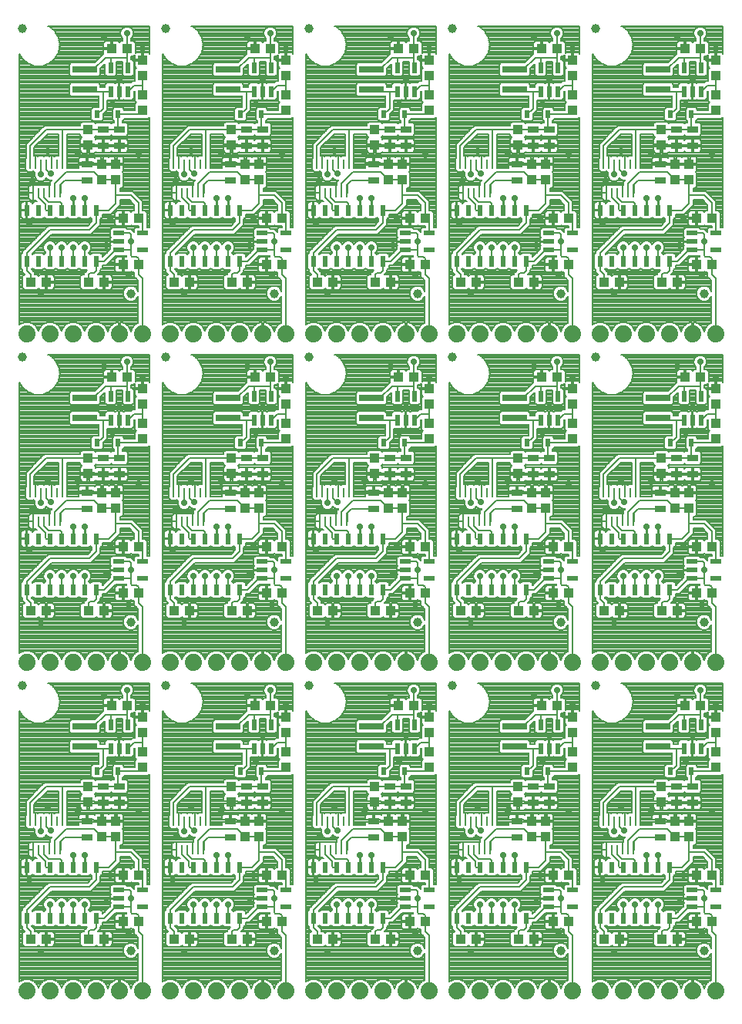
<source format=gtl>
G75*
%MOIN*%
%OFA0B0*%
%FSLAX25Y25*%
%IPPOS*%
%LPD*%
%AMOC8*
5,1,8,0,0,1.08239X$1,22.5*
%
%ADD10R,0.02165X0.04724*%
%ADD11R,0.04331X0.03937*%
%ADD12R,0.04724X0.03150*%
%ADD13R,0.03937X0.04331*%
%ADD14R,0.02480X0.03268*%
%ADD15R,0.10630X0.03150*%
%ADD16R,0.04724X0.02165*%
%ADD17R,0.02362X0.04724*%
%ADD18C,0.07400*%
%ADD19C,0.03937*%
%ADD20R,0.00906X0.03937*%
%ADD21C,0.00800*%
%ADD22C,0.02900*%
%ADD23C,0.00900*%
%ADD24C,0.00700*%
D10*
X0129593Y0129881D03*
X0133333Y0129881D03*
X0137073Y0129881D03*
X0137073Y0140119D03*
X0129593Y0140119D03*
X0191593Y0140119D03*
X0199073Y0140119D03*
X0199073Y0129881D03*
X0195333Y0129881D03*
X0191593Y0129881D03*
X0253593Y0129881D03*
X0257333Y0129881D03*
X0261073Y0129881D03*
X0261073Y0140119D03*
X0253593Y0140119D03*
X0315593Y0140119D03*
X0323073Y0140119D03*
X0323073Y0129881D03*
X0319333Y0129881D03*
X0315593Y0129881D03*
X0377593Y0129881D03*
X0381333Y0129881D03*
X0385073Y0129881D03*
X0385073Y0140119D03*
X0377593Y0140119D03*
X0377593Y0271881D03*
X0381333Y0271881D03*
X0385073Y0271881D03*
X0385073Y0282119D03*
X0377593Y0282119D03*
X0323073Y0282119D03*
X0315593Y0282119D03*
X0315593Y0271881D03*
X0319333Y0271881D03*
X0323073Y0271881D03*
X0261073Y0271881D03*
X0257333Y0271881D03*
X0253593Y0271881D03*
X0253593Y0282119D03*
X0261073Y0282119D03*
X0199073Y0282119D03*
X0191593Y0282119D03*
X0191593Y0271881D03*
X0195333Y0271881D03*
X0199073Y0271881D03*
X0137073Y0271881D03*
X0133333Y0271881D03*
X0129593Y0271881D03*
X0129593Y0282119D03*
X0137073Y0282119D03*
X0137073Y0413881D03*
X0133333Y0413881D03*
X0129593Y0413881D03*
X0129593Y0424119D03*
X0137073Y0424119D03*
X0191593Y0424119D03*
X0199073Y0424119D03*
X0199073Y0413881D03*
X0195333Y0413881D03*
X0191593Y0413881D03*
X0253593Y0413881D03*
X0257333Y0413881D03*
X0261073Y0413881D03*
X0261073Y0424119D03*
X0253593Y0424119D03*
X0315593Y0424119D03*
X0323073Y0424119D03*
X0323073Y0413881D03*
X0319333Y0413881D03*
X0315593Y0413881D03*
X0377593Y0413881D03*
X0381333Y0413881D03*
X0385073Y0413881D03*
X0385073Y0424119D03*
X0377593Y0424119D03*
D11*
X0377987Y0432500D03*
X0384680Y0432500D03*
X0382987Y0359000D03*
X0389680Y0359000D03*
X0389680Y0339000D03*
X0382987Y0339000D03*
X0374680Y0331500D03*
X0367987Y0331500D03*
X0349680Y0331500D03*
X0342987Y0331500D03*
X0327680Y0339000D03*
X0320987Y0339000D03*
X0312680Y0331500D03*
X0305987Y0331500D03*
X0287680Y0331500D03*
X0280987Y0331500D03*
X0265680Y0339000D03*
X0258987Y0339000D03*
X0250680Y0331500D03*
X0243987Y0331500D03*
X0225680Y0331500D03*
X0218987Y0331500D03*
X0203680Y0339000D03*
X0196987Y0339000D03*
X0188680Y0331500D03*
X0181987Y0331500D03*
X0163680Y0331500D03*
X0156987Y0331500D03*
X0141680Y0339000D03*
X0134987Y0339000D03*
X0126680Y0331500D03*
X0119987Y0331500D03*
X0134987Y0359000D03*
X0141680Y0359000D03*
X0136680Y0290500D03*
X0129987Y0290500D03*
X0101680Y0331500D03*
X0094987Y0331500D03*
X0129987Y0432500D03*
X0136680Y0432500D03*
X0191987Y0432500D03*
X0198680Y0432500D03*
X0196987Y0359000D03*
X0203680Y0359000D03*
X0198680Y0290500D03*
X0191987Y0290500D03*
X0196987Y0217000D03*
X0203680Y0217000D03*
X0203680Y0197000D03*
X0196987Y0197000D03*
X0188680Y0189500D03*
X0181987Y0189500D03*
X0163680Y0189500D03*
X0156987Y0189500D03*
X0141680Y0197000D03*
X0134987Y0197000D03*
X0126680Y0189500D03*
X0119987Y0189500D03*
X0134987Y0217000D03*
X0141680Y0217000D03*
X0101680Y0189500D03*
X0094987Y0189500D03*
X0129987Y0148500D03*
X0136680Y0148500D03*
X0134987Y0075000D03*
X0141680Y0075000D03*
X0141680Y0055000D03*
X0134987Y0055000D03*
X0126680Y0047500D03*
X0119987Y0047500D03*
X0101680Y0047500D03*
X0094987Y0047500D03*
X0156987Y0047500D03*
X0163680Y0047500D03*
X0181987Y0047500D03*
X0188680Y0047500D03*
X0196987Y0055000D03*
X0203680Y0055000D03*
X0203680Y0075000D03*
X0196987Y0075000D03*
X0218987Y0047500D03*
X0225680Y0047500D03*
X0243987Y0047500D03*
X0250680Y0047500D03*
X0258987Y0055000D03*
X0265680Y0055000D03*
X0265680Y0075000D03*
X0258987Y0075000D03*
X0280987Y0047500D03*
X0287680Y0047500D03*
X0305987Y0047500D03*
X0312680Y0047500D03*
X0320987Y0055000D03*
X0327680Y0055000D03*
X0327680Y0075000D03*
X0320987Y0075000D03*
X0342987Y0047500D03*
X0349680Y0047500D03*
X0367987Y0047500D03*
X0374680Y0047500D03*
X0382987Y0055000D03*
X0389680Y0055000D03*
X0389680Y0075000D03*
X0382987Y0075000D03*
X0384680Y0148500D03*
X0377987Y0148500D03*
X0374680Y0189500D03*
X0367987Y0189500D03*
X0382987Y0197000D03*
X0389680Y0197000D03*
X0389680Y0217000D03*
X0382987Y0217000D03*
X0349680Y0189500D03*
X0342987Y0189500D03*
X0327680Y0197000D03*
X0320987Y0197000D03*
X0312680Y0189500D03*
X0305987Y0189500D03*
X0287680Y0189500D03*
X0280987Y0189500D03*
X0265680Y0197000D03*
X0258987Y0197000D03*
X0250680Y0189500D03*
X0243987Y0189500D03*
X0225680Y0189500D03*
X0218987Y0189500D03*
X0198680Y0148500D03*
X0191987Y0148500D03*
X0253987Y0148500D03*
X0260680Y0148500D03*
X0258987Y0217000D03*
X0265680Y0217000D03*
X0260680Y0290500D03*
X0253987Y0290500D03*
X0258987Y0359000D03*
X0265680Y0359000D03*
X0260680Y0432500D03*
X0253987Y0432500D03*
X0315987Y0432500D03*
X0322680Y0432500D03*
X0320987Y0359000D03*
X0327680Y0359000D03*
X0322680Y0290500D03*
X0315987Y0290500D03*
X0320987Y0217000D03*
X0327680Y0217000D03*
X0322680Y0148500D03*
X0315987Y0148500D03*
X0377987Y0290500D03*
X0384680Y0290500D03*
D12*
X0381333Y0255543D03*
X0374333Y0255543D03*
X0374333Y0248457D03*
X0381333Y0248457D03*
X0367333Y0240543D03*
X0367333Y0233457D03*
X0319333Y0248457D03*
X0312333Y0248457D03*
X0312333Y0255543D03*
X0319333Y0255543D03*
X0305333Y0240543D03*
X0305333Y0233457D03*
X0257333Y0248457D03*
X0250333Y0248457D03*
X0250333Y0255543D03*
X0257333Y0255543D03*
X0243333Y0240543D03*
X0243333Y0233457D03*
X0195333Y0248457D03*
X0188333Y0248457D03*
X0188333Y0255543D03*
X0195333Y0255543D03*
X0181333Y0240543D03*
X0181333Y0233457D03*
X0133333Y0248457D03*
X0133333Y0255543D03*
X0126333Y0255543D03*
X0126333Y0248457D03*
X0119333Y0240543D03*
X0119333Y0233457D03*
X0126333Y0113543D03*
X0126333Y0106457D03*
X0133333Y0106457D03*
X0133333Y0113543D03*
X0119333Y0098543D03*
X0119333Y0091457D03*
X0181333Y0091457D03*
X0181333Y0098543D03*
X0188333Y0106457D03*
X0195333Y0106457D03*
X0195333Y0113543D03*
X0188333Y0113543D03*
X0243333Y0098543D03*
X0243333Y0091457D03*
X0250333Y0106457D03*
X0257333Y0106457D03*
X0257333Y0113543D03*
X0250333Y0113543D03*
X0305333Y0098543D03*
X0305333Y0091457D03*
X0312333Y0106457D03*
X0319333Y0106457D03*
X0319333Y0113543D03*
X0312333Y0113543D03*
X0367333Y0098543D03*
X0367333Y0091457D03*
X0374333Y0106457D03*
X0381333Y0106457D03*
X0381333Y0113543D03*
X0374333Y0113543D03*
X0367333Y0375457D03*
X0367333Y0382543D03*
X0374333Y0390457D03*
X0381333Y0390457D03*
X0381333Y0397543D03*
X0374333Y0397543D03*
X0319333Y0397543D03*
X0312333Y0397543D03*
X0312333Y0390457D03*
X0319333Y0390457D03*
X0305333Y0382543D03*
X0305333Y0375457D03*
X0257333Y0390457D03*
X0250333Y0390457D03*
X0250333Y0397543D03*
X0257333Y0397543D03*
X0243333Y0382543D03*
X0243333Y0375457D03*
X0195333Y0390457D03*
X0188333Y0390457D03*
X0188333Y0397543D03*
X0195333Y0397543D03*
X0181333Y0382543D03*
X0181333Y0375457D03*
X0133333Y0390457D03*
X0133333Y0397543D03*
X0126333Y0397543D03*
X0126333Y0390457D03*
X0119333Y0382543D03*
X0119333Y0375457D03*
D13*
X0125833Y0375654D03*
X0131833Y0375654D03*
X0131833Y0382346D03*
X0125833Y0382346D03*
X0119833Y0390654D03*
X0119833Y0397346D03*
X0143333Y0405654D03*
X0143333Y0412346D03*
X0143333Y0420654D03*
X0143333Y0427346D03*
X0181833Y0397346D03*
X0181833Y0390654D03*
X0187833Y0382346D03*
X0193833Y0382346D03*
X0193833Y0375654D03*
X0187833Y0375654D03*
X0205333Y0405654D03*
X0205333Y0412346D03*
X0205333Y0420654D03*
X0205333Y0427346D03*
X0243833Y0397346D03*
X0243833Y0390654D03*
X0249833Y0382346D03*
X0255833Y0382346D03*
X0255833Y0375654D03*
X0249833Y0375654D03*
X0267333Y0405654D03*
X0267333Y0412346D03*
X0267333Y0420654D03*
X0267333Y0427346D03*
X0305833Y0397346D03*
X0305833Y0390654D03*
X0311833Y0382346D03*
X0317833Y0382346D03*
X0317833Y0375654D03*
X0311833Y0375654D03*
X0329333Y0405654D03*
X0329333Y0412346D03*
X0329333Y0420654D03*
X0329333Y0427346D03*
X0367833Y0397346D03*
X0367833Y0390654D03*
X0373833Y0382346D03*
X0379833Y0382346D03*
X0379833Y0375654D03*
X0373833Y0375654D03*
X0391333Y0405654D03*
X0391333Y0412346D03*
X0391333Y0420654D03*
X0391333Y0427346D03*
X0391333Y0285346D03*
X0391333Y0278654D03*
X0391333Y0270346D03*
X0391333Y0263654D03*
X0379833Y0240346D03*
X0373833Y0240346D03*
X0373833Y0233654D03*
X0379833Y0233654D03*
X0367833Y0248654D03*
X0367833Y0255346D03*
X0329333Y0263654D03*
X0329333Y0270346D03*
X0329333Y0278654D03*
X0329333Y0285346D03*
X0305833Y0255346D03*
X0305833Y0248654D03*
X0311833Y0240346D03*
X0317833Y0240346D03*
X0317833Y0233654D03*
X0311833Y0233654D03*
X0267333Y0263654D03*
X0267333Y0270346D03*
X0267333Y0278654D03*
X0267333Y0285346D03*
X0243833Y0255346D03*
X0243833Y0248654D03*
X0249833Y0240346D03*
X0255833Y0240346D03*
X0255833Y0233654D03*
X0249833Y0233654D03*
X0205333Y0263654D03*
X0205333Y0270346D03*
X0205333Y0278654D03*
X0205333Y0285346D03*
X0181833Y0255346D03*
X0181833Y0248654D03*
X0187833Y0240346D03*
X0193833Y0240346D03*
X0193833Y0233654D03*
X0187833Y0233654D03*
X0143333Y0263654D03*
X0143333Y0270346D03*
X0143333Y0278654D03*
X0143333Y0285346D03*
X0119833Y0255346D03*
X0119833Y0248654D03*
X0125833Y0240346D03*
X0131833Y0240346D03*
X0131833Y0233654D03*
X0125833Y0233654D03*
X0143333Y0143346D03*
X0143333Y0136654D03*
X0143333Y0128346D03*
X0143333Y0121654D03*
X0131833Y0098346D03*
X0125833Y0098346D03*
X0125833Y0091654D03*
X0131833Y0091654D03*
X0119833Y0106654D03*
X0119833Y0113346D03*
X0181833Y0113346D03*
X0181833Y0106654D03*
X0187833Y0098346D03*
X0193833Y0098346D03*
X0193833Y0091654D03*
X0187833Y0091654D03*
X0205333Y0121654D03*
X0205333Y0128346D03*
X0205333Y0136654D03*
X0205333Y0143346D03*
X0243833Y0113346D03*
X0243833Y0106654D03*
X0249833Y0098346D03*
X0255833Y0098346D03*
X0255833Y0091654D03*
X0249833Y0091654D03*
X0267333Y0121654D03*
X0267333Y0128346D03*
X0267333Y0136654D03*
X0267333Y0143346D03*
X0305833Y0113346D03*
X0305833Y0106654D03*
X0311833Y0098346D03*
X0317833Y0098346D03*
X0317833Y0091654D03*
X0311833Y0091654D03*
X0329333Y0121654D03*
X0329333Y0128346D03*
X0329333Y0136654D03*
X0329333Y0143346D03*
X0367833Y0113346D03*
X0367833Y0106654D03*
X0373833Y0098346D03*
X0379833Y0098346D03*
X0379833Y0091654D03*
X0373833Y0091654D03*
X0391333Y0121654D03*
X0391333Y0128346D03*
X0391333Y0136654D03*
X0391333Y0143346D03*
D14*
X0380861Y0120000D03*
X0371806Y0120000D03*
X0318861Y0120000D03*
X0309806Y0120000D03*
X0256861Y0120000D03*
X0247806Y0120000D03*
X0194861Y0120000D03*
X0185806Y0120000D03*
X0132861Y0120000D03*
X0123806Y0120000D03*
X0123806Y0262000D03*
X0132861Y0262000D03*
X0185806Y0262000D03*
X0194861Y0262000D03*
X0247806Y0262000D03*
X0256861Y0262000D03*
X0309806Y0262000D03*
X0318861Y0262000D03*
X0371806Y0262000D03*
X0380861Y0262000D03*
X0380861Y0404000D03*
X0371806Y0404000D03*
X0318861Y0404000D03*
X0309806Y0404000D03*
X0256861Y0404000D03*
X0247806Y0404000D03*
X0194861Y0404000D03*
X0185806Y0404000D03*
X0132861Y0404000D03*
X0123806Y0404000D03*
D15*
X0118333Y0414669D03*
X0118333Y0423331D03*
X0180333Y0423331D03*
X0180333Y0414669D03*
X0242333Y0414669D03*
X0242333Y0423331D03*
X0304333Y0423331D03*
X0304333Y0414669D03*
X0366333Y0414669D03*
X0366333Y0423331D03*
X0366333Y0281331D03*
X0366333Y0272669D03*
X0304333Y0272669D03*
X0304333Y0281331D03*
X0242333Y0281331D03*
X0242333Y0272669D03*
X0180333Y0272669D03*
X0180333Y0281331D03*
X0118333Y0281331D03*
X0118333Y0272669D03*
X0118333Y0139331D03*
X0118333Y0130669D03*
X0180333Y0130669D03*
X0180333Y0139331D03*
X0242333Y0139331D03*
X0242333Y0130669D03*
X0304333Y0130669D03*
X0304333Y0139331D03*
X0366333Y0139331D03*
X0366333Y0130669D03*
D16*
X0381215Y0068740D03*
X0381215Y0065000D03*
X0381215Y0061260D03*
X0391452Y0061260D03*
X0391452Y0068740D03*
X0329452Y0068740D03*
X0329452Y0061260D03*
X0319215Y0061260D03*
X0319215Y0065000D03*
X0319215Y0068740D03*
X0267452Y0068740D03*
X0267452Y0061260D03*
X0257215Y0061260D03*
X0257215Y0065000D03*
X0257215Y0068740D03*
X0205452Y0068740D03*
X0205452Y0061260D03*
X0195215Y0061260D03*
X0195215Y0065000D03*
X0195215Y0068740D03*
X0143452Y0068740D03*
X0143452Y0061260D03*
X0133215Y0061260D03*
X0133215Y0065000D03*
X0133215Y0068740D03*
X0133215Y0203260D03*
X0133215Y0207000D03*
X0133215Y0210740D03*
X0143452Y0210740D03*
X0143452Y0203260D03*
X0195215Y0203260D03*
X0195215Y0207000D03*
X0195215Y0210740D03*
X0205452Y0210740D03*
X0205452Y0203260D03*
X0257215Y0203260D03*
X0257215Y0207000D03*
X0257215Y0210740D03*
X0267452Y0210740D03*
X0267452Y0203260D03*
X0319215Y0203260D03*
X0319215Y0207000D03*
X0319215Y0210740D03*
X0329452Y0210740D03*
X0329452Y0203260D03*
X0381215Y0203260D03*
X0381215Y0207000D03*
X0381215Y0210740D03*
X0391452Y0210740D03*
X0391452Y0203260D03*
X0391452Y0345260D03*
X0391452Y0352740D03*
X0381215Y0352740D03*
X0381215Y0349000D03*
X0381215Y0345260D03*
X0329452Y0345260D03*
X0329452Y0352740D03*
X0319215Y0352740D03*
X0319215Y0349000D03*
X0319215Y0345260D03*
X0267452Y0345260D03*
X0267452Y0352740D03*
X0257215Y0352740D03*
X0257215Y0349000D03*
X0257215Y0345260D03*
X0205452Y0345260D03*
X0205452Y0352740D03*
X0195215Y0352740D03*
X0195215Y0349000D03*
X0195215Y0345260D03*
X0143452Y0345260D03*
X0143452Y0352740D03*
X0133215Y0352740D03*
X0133215Y0349000D03*
X0133215Y0345260D03*
D17*
X0123333Y0340476D03*
X0118333Y0340476D03*
X0113333Y0340476D03*
X0108333Y0340476D03*
X0103333Y0340476D03*
X0098333Y0340476D03*
X0093333Y0340476D03*
X0093333Y0362524D03*
X0098333Y0362524D03*
X0103333Y0362524D03*
X0108333Y0362524D03*
X0113333Y0362524D03*
X0118333Y0362524D03*
X0123333Y0362524D03*
X0155333Y0362524D03*
X0160333Y0362524D03*
X0165333Y0362524D03*
X0170333Y0362524D03*
X0175333Y0362524D03*
X0180333Y0362524D03*
X0185333Y0362524D03*
X0185333Y0340476D03*
X0180333Y0340476D03*
X0175333Y0340476D03*
X0170333Y0340476D03*
X0165333Y0340476D03*
X0160333Y0340476D03*
X0155333Y0340476D03*
X0217333Y0340476D03*
X0222333Y0340476D03*
X0227333Y0340476D03*
X0232333Y0340476D03*
X0237333Y0340476D03*
X0242333Y0340476D03*
X0247333Y0340476D03*
X0247333Y0362524D03*
X0242333Y0362524D03*
X0237333Y0362524D03*
X0232333Y0362524D03*
X0227333Y0362524D03*
X0222333Y0362524D03*
X0217333Y0362524D03*
X0279333Y0362524D03*
X0284333Y0362524D03*
X0289333Y0362524D03*
X0294333Y0362524D03*
X0299333Y0362524D03*
X0304333Y0362524D03*
X0309333Y0362524D03*
X0309333Y0340476D03*
X0304333Y0340476D03*
X0299333Y0340476D03*
X0294333Y0340476D03*
X0289333Y0340476D03*
X0284333Y0340476D03*
X0279333Y0340476D03*
X0341333Y0340476D03*
X0346333Y0340476D03*
X0351333Y0340476D03*
X0356333Y0340476D03*
X0361333Y0340476D03*
X0366333Y0340476D03*
X0371333Y0340476D03*
X0371333Y0362524D03*
X0366333Y0362524D03*
X0361333Y0362524D03*
X0356333Y0362524D03*
X0351333Y0362524D03*
X0346333Y0362524D03*
X0341333Y0362524D03*
X0341333Y0220524D03*
X0346333Y0220524D03*
X0351333Y0220524D03*
X0356333Y0220524D03*
X0361333Y0220524D03*
X0366333Y0220524D03*
X0371333Y0220524D03*
X0371333Y0198476D03*
X0366333Y0198476D03*
X0361333Y0198476D03*
X0356333Y0198476D03*
X0351333Y0198476D03*
X0346333Y0198476D03*
X0341333Y0198476D03*
X0309333Y0198476D03*
X0304333Y0198476D03*
X0299333Y0198476D03*
X0294333Y0198476D03*
X0289333Y0198476D03*
X0284333Y0198476D03*
X0279333Y0198476D03*
X0279333Y0220524D03*
X0284333Y0220524D03*
X0289333Y0220524D03*
X0294333Y0220524D03*
X0299333Y0220524D03*
X0304333Y0220524D03*
X0309333Y0220524D03*
X0247333Y0220524D03*
X0242333Y0220524D03*
X0237333Y0220524D03*
X0232333Y0220524D03*
X0227333Y0220524D03*
X0222333Y0220524D03*
X0217333Y0220524D03*
X0217333Y0198476D03*
X0222333Y0198476D03*
X0227333Y0198476D03*
X0232333Y0198476D03*
X0237333Y0198476D03*
X0242333Y0198476D03*
X0247333Y0198476D03*
X0185333Y0198476D03*
X0180333Y0198476D03*
X0175333Y0198476D03*
X0170333Y0198476D03*
X0165333Y0198476D03*
X0160333Y0198476D03*
X0155333Y0198476D03*
X0155333Y0220524D03*
X0160333Y0220524D03*
X0165333Y0220524D03*
X0170333Y0220524D03*
X0175333Y0220524D03*
X0180333Y0220524D03*
X0185333Y0220524D03*
X0123333Y0220524D03*
X0118333Y0220524D03*
X0113333Y0220524D03*
X0108333Y0220524D03*
X0103333Y0220524D03*
X0098333Y0220524D03*
X0093333Y0220524D03*
X0093333Y0198476D03*
X0098333Y0198476D03*
X0103333Y0198476D03*
X0108333Y0198476D03*
X0113333Y0198476D03*
X0118333Y0198476D03*
X0123333Y0198476D03*
X0123333Y0078524D03*
X0118333Y0078524D03*
X0113333Y0078524D03*
X0108333Y0078524D03*
X0103333Y0078524D03*
X0098333Y0078524D03*
X0093333Y0078524D03*
X0093333Y0056476D03*
X0098333Y0056476D03*
X0103333Y0056476D03*
X0108333Y0056476D03*
X0113333Y0056476D03*
X0118333Y0056476D03*
X0123333Y0056476D03*
X0155333Y0056476D03*
X0160333Y0056476D03*
X0165333Y0056476D03*
X0170333Y0056476D03*
X0175333Y0056476D03*
X0180333Y0056476D03*
X0185333Y0056476D03*
X0185333Y0078524D03*
X0180333Y0078524D03*
X0175333Y0078524D03*
X0170333Y0078524D03*
X0165333Y0078524D03*
X0160333Y0078524D03*
X0155333Y0078524D03*
X0217333Y0078524D03*
X0222333Y0078524D03*
X0227333Y0078524D03*
X0232333Y0078524D03*
X0237333Y0078524D03*
X0242333Y0078524D03*
X0247333Y0078524D03*
X0247333Y0056476D03*
X0242333Y0056476D03*
X0237333Y0056476D03*
X0232333Y0056476D03*
X0227333Y0056476D03*
X0222333Y0056476D03*
X0217333Y0056476D03*
X0279333Y0056476D03*
X0284333Y0056476D03*
X0289333Y0056476D03*
X0294333Y0056476D03*
X0299333Y0056476D03*
X0304333Y0056476D03*
X0309333Y0056476D03*
X0309333Y0078524D03*
X0304333Y0078524D03*
X0299333Y0078524D03*
X0294333Y0078524D03*
X0289333Y0078524D03*
X0284333Y0078524D03*
X0279333Y0078524D03*
X0341333Y0078524D03*
X0346333Y0078524D03*
X0351333Y0078524D03*
X0356333Y0078524D03*
X0361333Y0078524D03*
X0366333Y0078524D03*
X0371333Y0078524D03*
X0371333Y0056476D03*
X0366333Y0056476D03*
X0361333Y0056476D03*
X0356333Y0056476D03*
X0351333Y0056476D03*
X0346333Y0056476D03*
X0341333Y0056476D03*
D18*
X0341333Y0025000D03*
X0329333Y0025000D03*
X0319333Y0025000D03*
X0309333Y0025000D03*
X0299333Y0025000D03*
X0289333Y0025000D03*
X0279333Y0025000D03*
X0267333Y0025000D03*
X0257333Y0025000D03*
X0247333Y0025000D03*
X0237333Y0025000D03*
X0227333Y0025000D03*
X0217333Y0025000D03*
X0205333Y0025000D03*
X0195333Y0025000D03*
X0185333Y0025000D03*
X0175333Y0025000D03*
X0165333Y0025000D03*
X0155333Y0025000D03*
X0143333Y0025000D03*
X0133333Y0025000D03*
X0123333Y0025000D03*
X0113333Y0025000D03*
X0103333Y0025000D03*
X0093333Y0025000D03*
X0093333Y0167000D03*
X0103333Y0167000D03*
X0113333Y0167000D03*
X0123333Y0167000D03*
X0133333Y0167000D03*
X0143333Y0167000D03*
X0155333Y0167000D03*
X0165333Y0167000D03*
X0175333Y0167000D03*
X0185333Y0167000D03*
X0195333Y0167000D03*
X0205333Y0167000D03*
X0217333Y0167000D03*
X0227333Y0167000D03*
X0237333Y0167000D03*
X0247333Y0167000D03*
X0257333Y0167000D03*
X0267333Y0167000D03*
X0279333Y0167000D03*
X0289333Y0167000D03*
X0299333Y0167000D03*
X0309333Y0167000D03*
X0319333Y0167000D03*
X0329333Y0167000D03*
X0341333Y0167000D03*
X0351333Y0167000D03*
X0361333Y0167000D03*
X0371333Y0167000D03*
X0381333Y0167000D03*
X0391333Y0167000D03*
X0391333Y0025000D03*
X0381333Y0025000D03*
X0371333Y0025000D03*
X0361333Y0025000D03*
X0351333Y0025000D03*
X0351333Y0309000D03*
X0361333Y0309000D03*
X0371333Y0309000D03*
X0381333Y0309000D03*
X0391333Y0309000D03*
X0341333Y0309000D03*
X0329333Y0309000D03*
X0319333Y0309000D03*
X0309333Y0309000D03*
X0299333Y0309000D03*
X0289333Y0309000D03*
X0279333Y0309000D03*
X0267333Y0309000D03*
X0257333Y0309000D03*
X0247333Y0309000D03*
X0237333Y0309000D03*
X0227333Y0309000D03*
X0217333Y0309000D03*
X0205333Y0309000D03*
X0195333Y0309000D03*
X0185333Y0309000D03*
X0175333Y0309000D03*
X0165333Y0309000D03*
X0155333Y0309000D03*
X0143333Y0309000D03*
X0133333Y0309000D03*
X0123333Y0309000D03*
X0113333Y0309000D03*
X0103333Y0309000D03*
X0093333Y0309000D03*
D19*
X0091333Y0299000D03*
X0138333Y0326500D03*
X0153333Y0299000D03*
X0200333Y0326500D03*
X0215333Y0299000D03*
X0262333Y0326500D03*
X0277333Y0299000D03*
X0324333Y0326500D03*
X0339333Y0299000D03*
X0386333Y0326500D03*
X0339333Y0441000D03*
X0277333Y0441000D03*
X0215333Y0441000D03*
X0153333Y0441000D03*
X0091333Y0441000D03*
X0138333Y0184500D03*
X0153333Y0157000D03*
X0200333Y0184500D03*
X0215333Y0157000D03*
X0262333Y0184500D03*
X0277333Y0157000D03*
X0324333Y0184500D03*
X0339333Y0157000D03*
X0386333Y0184500D03*
X0386333Y0042500D03*
X0324333Y0042500D03*
X0262333Y0042500D03*
X0200333Y0042500D03*
X0138333Y0042500D03*
X0091333Y0157000D03*
D20*
X0094711Y0098563D03*
X0097073Y0098563D03*
X0099436Y0098563D03*
X0101798Y0098563D03*
X0104160Y0098563D03*
X0106522Y0098563D03*
X0108885Y0098563D03*
X0107703Y0086122D03*
X0105341Y0086122D03*
X0102979Y0086122D03*
X0100617Y0086122D03*
X0098255Y0086122D03*
X0095892Y0086122D03*
X0157892Y0086122D03*
X0160255Y0086122D03*
X0162617Y0086122D03*
X0164979Y0086122D03*
X0167341Y0086122D03*
X0169703Y0086122D03*
X0168522Y0098563D03*
X0166160Y0098563D03*
X0163798Y0098563D03*
X0161436Y0098563D03*
X0159073Y0098563D03*
X0156711Y0098563D03*
X0170885Y0098563D03*
X0218711Y0098563D03*
X0221073Y0098563D03*
X0223436Y0098563D03*
X0225798Y0098563D03*
X0228160Y0098563D03*
X0230522Y0098563D03*
X0232885Y0098563D03*
X0231703Y0086122D03*
X0229341Y0086122D03*
X0226979Y0086122D03*
X0224617Y0086122D03*
X0222255Y0086122D03*
X0219892Y0086122D03*
X0281892Y0086122D03*
X0284255Y0086122D03*
X0286617Y0086122D03*
X0288979Y0086122D03*
X0291341Y0086122D03*
X0293703Y0086122D03*
X0292522Y0098563D03*
X0290160Y0098563D03*
X0287798Y0098563D03*
X0285436Y0098563D03*
X0283073Y0098563D03*
X0280711Y0098563D03*
X0294885Y0098563D03*
X0342711Y0098563D03*
X0345073Y0098563D03*
X0347436Y0098563D03*
X0349798Y0098563D03*
X0352160Y0098563D03*
X0354522Y0098563D03*
X0356885Y0098563D03*
X0355703Y0086122D03*
X0353341Y0086122D03*
X0350979Y0086122D03*
X0348617Y0086122D03*
X0346255Y0086122D03*
X0343892Y0086122D03*
X0343892Y0228122D03*
X0346255Y0228122D03*
X0348617Y0228122D03*
X0350979Y0228122D03*
X0353341Y0228122D03*
X0355703Y0228122D03*
X0354522Y0240563D03*
X0352160Y0240563D03*
X0349798Y0240563D03*
X0347436Y0240563D03*
X0345073Y0240563D03*
X0342711Y0240563D03*
X0356885Y0240563D03*
X0294885Y0240563D03*
X0292522Y0240563D03*
X0290160Y0240563D03*
X0287798Y0240563D03*
X0285436Y0240563D03*
X0283073Y0240563D03*
X0280711Y0240563D03*
X0281892Y0228122D03*
X0284255Y0228122D03*
X0286617Y0228122D03*
X0288979Y0228122D03*
X0291341Y0228122D03*
X0293703Y0228122D03*
X0231703Y0228122D03*
X0229341Y0228122D03*
X0226979Y0228122D03*
X0224617Y0228122D03*
X0222255Y0228122D03*
X0219892Y0228122D03*
X0218711Y0240563D03*
X0221073Y0240563D03*
X0223436Y0240563D03*
X0225798Y0240563D03*
X0228160Y0240563D03*
X0230522Y0240563D03*
X0232885Y0240563D03*
X0170885Y0240563D03*
X0168522Y0240563D03*
X0166160Y0240563D03*
X0163798Y0240563D03*
X0161436Y0240563D03*
X0159073Y0240563D03*
X0156711Y0240563D03*
X0157892Y0228122D03*
X0160255Y0228122D03*
X0162617Y0228122D03*
X0164979Y0228122D03*
X0167341Y0228122D03*
X0169703Y0228122D03*
X0107703Y0228122D03*
X0105341Y0228122D03*
X0102979Y0228122D03*
X0100617Y0228122D03*
X0098255Y0228122D03*
X0095892Y0228122D03*
X0094711Y0240563D03*
X0097073Y0240563D03*
X0099436Y0240563D03*
X0101798Y0240563D03*
X0104160Y0240563D03*
X0106522Y0240563D03*
X0108885Y0240563D03*
X0107703Y0370122D03*
X0105341Y0370122D03*
X0102979Y0370122D03*
X0100617Y0370122D03*
X0098255Y0370122D03*
X0095892Y0370122D03*
X0094711Y0382563D03*
X0097073Y0382563D03*
X0099436Y0382563D03*
X0101798Y0382563D03*
X0104160Y0382563D03*
X0106522Y0382563D03*
X0108885Y0382563D03*
X0156711Y0382563D03*
X0159073Y0382563D03*
X0161436Y0382563D03*
X0163798Y0382563D03*
X0166160Y0382563D03*
X0168522Y0382563D03*
X0170885Y0382563D03*
X0169703Y0370122D03*
X0167341Y0370122D03*
X0164979Y0370122D03*
X0162617Y0370122D03*
X0160255Y0370122D03*
X0157892Y0370122D03*
X0219892Y0370122D03*
X0222255Y0370122D03*
X0224617Y0370122D03*
X0226979Y0370122D03*
X0229341Y0370122D03*
X0231703Y0370122D03*
X0230522Y0382563D03*
X0228160Y0382563D03*
X0225798Y0382563D03*
X0223436Y0382563D03*
X0221073Y0382563D03*
X0218711Y0382563D03*
X0232885Y0382563D03*
X0280711Y0382563D03*
X0283073Y0382563D03*
X0285436Y0382563D03*
X0287798Y0382563D03*
X0290160Y0382563D03*
X0292522Y0382563D03*
X0294885Y0382563D03*
X0293703Y0370122D03*
X0291341Y0370122D03*
X0288979Y0370122D03*
X0286617Y0370122D03*
X0284255Y0370122D03*
X0281892Y0370122D03*
X0343892Y0370122D03*
X0346255Y0370122D03*
X0348617Y0370122D03*
X0350979Y0370122D03*
X0353341Y0370122D03*
X0355703Y0370122D03*
X0354522Y0382563D03*
X0352160Y0382563D03*
X0349798Y0382563D03*
X0347436Y0382563D03*
X0345073Y0382563D03*
X0342711Y0382563D03*
X0356885Y0382563D03*
D21*
X0090133Y0146003D02*
X0090133Y0029012D01*
X0090444Y0029324D01*
X0092319Y0030100D01*
X0094348Y0030100D01*
X0096222Y0029324D01*
X0097657Y0027889D01*
X0098333Y0026256D01*
X0099010Y0027889D01*
X0100444Y0029324D01*
X0102319Y0030100D01*
X0104348Y0030100D01*
X0106222Y0029324D01*
X0107657Y0027889D01*
X0108333Y0026256D01*
X0109010Y0027889D01*
X0110444Y0029324D01*
X0112319Y0030100D01*
X0114348Y0030100D01*
X0116222Y0029324D01*
X0117657Y0027889D01*
X0118333Y0026256D01*
X0119010Y0027889D01*
X0120444Y0029324D01*
X0122319Y0030100D01*
X0124348Y0030100D01*
X0126222Y0029324D01*
X0127657Y0027889D01*
X0128359Y0026194D01*
X0128359Y0026194D01*
X0128607Y0026958D01*
X0128971Y0027673D01*
X0129443Y0028322D01*
X0130011Y0028890D01*
X0130660Y0029362D01*
X0131376Y0029726D01*
X0132139Y0029974D01*
X0132932Y0030100D01*
X0132933Y0030100D01*
X0132933Y0025400D01*
X0133733Y0025400D01*
X0133733Y0030100D01*
X0133735Y0030100D01*
X0134528Y0029974D01*
X0135291Y0029726D01*
X0136006Y0029362D01*
X0136656Y0028890D01*
X0137223Y0028322D01*
X0137695Y0027673D01*
X0138060Y0026958D01*
X0138308Y0026194D01*
X0138308Y0026194D01*
X0139010Y0027889D01*
X0140444Y0029324D01*
X0141533Y0029775D01*
X0141533Y0041423D01*
X0141189Y0040592D01*
X0140241Y0039644D01*
X0139003Y0039131D01*
X0137663Y0039131D01*
X0136425Y0039644D01*
X0135478Y0040592D01*
X0134965Y0041830D01*
X0134965Y0043170D01*
X0135478Y0044408D01*
X0136425Y0045356D01*
X0137663Y0045868D01*
X0139003Y0045868D01*
X0140241Y0045356D01*
X0141189Y0044408D01*
X0141533Y0043577D01*
X0141533Y0048254D01*
X0140934Y0048854D01*
X0139880Y0049908D01*
X0139880Y0051631D01*
X0138935Y0051631D01*
X0138317Y0052249D01*
X0138272Y0052172D01*
X0138012Y0051911D01*
X0137693Y0051727D01*
X0137337Y0051631D01*
X0135387Y0051631D01*
X0135387Y0054600D01*
X0134587Y0054600D01*
X0134587Y0051631D01*
X0132637Y0051631D01*
X0132281Y0051727D01*
X0131962Y0051911D01*
X0131701Y0052172D01*
X0131517Y0052491D01*
X0131422Y0052847D01*
X0131422Y0054600D01*
X0134587Y0054600D01*
X0134587Y0055400D01*
X0134587Y0058368D01*
X0132637Y0058368D01*
X0132281Y0058273D01*
X0131962Y0058089D01*
X0131701Y0057828D01*
X0131517Y0057509D01*
X0131422Y0057153D01*
X0131422Y0055400D01*
X0134587Y0055400D01*
X0135387Y0055400D01*
X0135387Y0058368D01*
X0136533Y0058368D01*
X0136533Y0059154D01*
X0136157Y0058777D01*
X0131656Y0058777D01*
X0128610Y0055731D01*
X0127555Y0054676D01*
X0125914Y0054676D01*
X0125914Y0053534D01*
X0125133Y0052753D01*
X0125133Y0051754D01*
X0124217Y0050838D01*
X0124330Y0050868D01*
X0126280Y0050868D01*
X0126280Y0047900D01*
X0127080Y0047900D01*
X0130245Y0047900D01*
X0130245Y0049653D01*
X0130150Y0050009D01*
X0129965Y0050328D01*
X0129705Y0050589D01*
X0129386Y0050773D01*
X0129029Y0050868D01*
X0127080Y0050868D01*
X0127080Y0047900D01*
X0127080Y0047100D01*
X0130245Y0047100D01*
X0130245Y0045347D01*
X0130150Y0044991D01*
X0129965Y0044672D01*
X0129705Y0044411D01*
X0129386Y0044227D01*
X0129029Y0044131D01*
X0127080Y0044131D01*
X0127080Y0047100D01*
X0126280Y0047100D01*
X0126280Y0044131D01*
X0124330Y0044131D01*
X0123974Y0044227D01*
X0123655Y0044411D01*
X0123394Y0044672D01*
X0123350Y0044749D01*
X0122732Y0044131D01*
X0117242Y0044131D01*
X0116422Y0044952D01*
X0116422Y0050048D01*
X0117242Y0050868D01*
X0118187Y0050868D01*
X0118187Y0051399D01*
X0119033Y0052246D01*
X0119502Y0052714D01*
X0116572Y0052714D01*
X0115833Y0053453D01*
X0115094Y0052714D01*
X0111572Y0052714D01*
X0110833Y0053453D01*
X0110094Y0052714D01*
X0106572Y0052714D01*
X0105833Y0053453D01*
X0105094Y0052714D01*
X0101572Y0052714D01*
X0100833Y0053453D01*
X0100094Y0052714D01*
X0096572Y0052714D01*
X0095833Y0053453D01*
X0095380Y0052999D01*
X0096787Y0051592D01*
X0096787Y0050868D01*
X0097732Y0050868D01*
X0098350Y0050251D01*
X0098394Y0050328D01*
X0098655Y0050589D01*
X0098974Y0050773D01*
X0099330Y0050868D01*
X0101280Y0050868D01*
X0101280Y0047900D01*
X0102080Y0047900D01*
X0105245Y0047900D01*
X0105245Y0049653D01*
X0105150Y0050009D01*
X0104965Y0050328D01*
X0104705Y0050589D01*
X0104386Y0050773D01*
X0104029Y0050868D01*
X0102080Y0050868D01*
X0102080Y0047900D01*
X0102080Y0047100D01*
X0105245Y0047100D01*
X0105245Y0045347D01*
X0105150Y0044991D01*
X0104965Y0044672D01*
X0104705Y0044411D01*
X0104386Y0044227D01*
X0104029Y0044131D01*
X0102080Y0044131D01*
X0102080Y0047100D01*
X0101280Y0047100D01*
X0101280Y0044131D01*
X0099330Y0044131D01*
X0098974Y0044227D01*
X0098655Y0044411D01*
X0098394Y0044672D01*
X0098350Y0044749D01*
X0097732Y0044131D01*
X0092242Y0044131D01*
X0091422Y0044952D01*
X0091422Y0050048D01*
X0092242Y0050868D01*
X0092419Y0050868D01*
X0091533Y0051754D01*
X0091533Y0052753D01*
X0090752Y0053534D01*
X0090752Y0059418D01*
X0091533Y0060200D01*
X0091533Y0060746D01*
X0101533Y0070746D01*
X0101533Y0070746D01*
X0102588Y0071800D01*
X0119588Y0071800D01*
X0121533Y0073746D01*
X0121533Y0074800D01*
X0120833Y0075500D01*
X0120094Y0074761D01*
X0116572Y0074761D01*
X0115833Y0075500D01*
X0115094Y0074761D01*
X0111572Y0074761D01*
X0110833Y0075500D01*
X0110094Y0074761D01*
X0106572Y0074761D01*
X0105833Y0075500D01*
X0105094Y0074761D01*
X0101572Y0074761D01*
X0100833Y0075500D01*
X0100094Y0074761D01*
X0096572Y0074761D01*
X0095780Y0075554D01*
X0095635Y0075302D01*
X0095374Y0075041D01*
X0095055Y0074857D01*
X0094699Y0074761D01*
X0093524Y0074761D01*
X0093524Y0078333D01*
X0093143Y0078333D01*
X0093143Y0074761D01*
X0091968Y0074761D01*
X0091612Y0074857D01*
X0091293Y0075041D01*
X0091032Y0075302D01*
X0090848Y0075621D01*
X0090752Y0075977D01*
X0090752Y0078333D01*
X0093143Y0078333D01*
X0093143Y0078714D01*
X0090752Y0078714D01*
X0090752Y0081070D01*
X0090848Y0081426D01*
X0091032Y0081745D01*
X0091293Y0082006D01*
X0091612Y0082190D01*
X0091968Y0082286D01*
X0093143Y0082286D01*
X0093143Y0078714D01*
X0093524Y0078714D01*
X0093524Y0082286D01*
X0094699Y0082286D01*
X0095055Y0082190D01*
X0095374Y0082006D01*
X0095635Y0081745D01*
X0095780Y0081494D01*
X0096572Y0082286D01*
X0097573Y0082286D01*
X0096964Y0082894D01*
X0096886Y0082849D01*
X0096529Y0082754D01*
X0095892Y0082754D01*
X0095892Y0086122D01*
X0094040Y0086122D01*
X0094040Y0083969D01*
X0094135Y0083613D01*
X0094319Y0083294D01*
X0094580Y0083033D01*
X0094899Y0082849D01*
X0095255Y0082754D01*
X0095892Y0082754D01*
X0095892Y0086122D01*
X0095892Y0086122D01*
X0094040Y0086122D01*
X0094040Y0088275D01*
X0094135Y0088631D01*
X0094319Y0088950D01*
X0094580Y0089211D01*
X0094899Y0089395D01*
X0095255Y0089491D01*
X0095892Y0089491D01*
X0095892Y0086122D01*
X0095892Y0086122D01*
X0095892Y0086122D01*
X0095892Y0089491D01*
X0096529Y0089491D01*
X0096886Y0089395D01*
X0097038Y0089307D01*
X0097222Y0089491D01*
X0099287Y0089491D01*
X0099436Y0089342D01*
X0099584Y0089491D01*
X0101649Y0089491D01*
X0101833Y0089307D01*
X0101986Y0089395D01*
X0102342Y0089491D01*
X0102979Y0089491D01*
X0102979Y0086122D01*
X0102979Y0086122D01*
X0102979Y0089491D01*
X0103541Y0089491D01*
X0103541Y0090753D01*
X0104435Y0091647D01*
X0104200Y0091550D01*
X0103066Y0091550D01*
X0102019Y0091984D01*
X0101734Y0092268D01*
X0101050Y0091584D01*
X0100003Y0091150D01*
X0098869Y0091150D01*
X0097821Y0091584D01*
X0097020Y0092386D01*
X0096586Y0093433D01*
X0096586Y0094567D01*
X0096846Y0095194D01*
X0096436Y0095194D01*
X0096080Y0095290D01*
X0095928Y0095378D01*
X0095744Y0095194D01*
X0093679Y0095194D01*
X0092859Y0096015D01*
X0092859Y0101111D01*
X0092911Y0101164D01*
X0092911Y0107124D01*
X0099880Y0114092D01*
X0100934Y0115146D01*
X0116465Y0115146D01*
X0116465Y0116092D01*
X0117285Y0116912D01*
X0122382Y0116912D01*
X0123083Y0116210D01*
X0123391Y0116518D01*
X0129275Y0116518D01*
X0129833Y0115960D01*
X0130391Y0116518D01*
X0131061Y0116518D01*
X0131061Y0116966D01*
X0131041Y0116966D01*
X0130221Y0117786D01*
X0130221Y0122214D01*
X0131041Y0123034D01*
X0134681Y0123034D01*
X0135501Y0122214D01*
X0135501Y0121800D01*
X0139965Y0121800D01*
X0139965Y0124399D01*
X0140566Y0125000D01*
X0139965Y0125601D01*
X0139965Y0130227D01*
X0139556Y0129819D01*
X0139556Y0126939D01*
X0138736Y0126119D01*
X0135411Y0126119D01*
X0135184Y0126346D01*
X0134956Y0126215D01*
X0134600Y0126119D01*
X0133475Y0126119D01*
X0133475Y0129740D01*
X0133192Y0129740D01*
X0133192Y0126119D01*
X0132066Y0126119D01*
X0131710Y0126215D01*
X0131483Y0126346D01*
X0131256Y0126119D01*
X0128133Y0126119D01*
X0128133Y0121782D01*
X0127079Y0120728D01*
X0126446Y0120095D01*
X0126446Y0117786D01*
X0125626Y0116966D01*
X0121986Y0116966D01*
X0121166Y0117786D01*
X0121166Y0122214D01*
X0121986Y0123034D01*
X0124294Y0123034D01*
X0124533Y0123273D01*
X0124533Y0128000D01*
X0124228Y0127694D01*
X0112438Y0127694D01*
X0111618Y0128515D01*
X0111618Y0132824D01*
X0112438Y0133644D01*
X0124228Y0133644D01*
X0125048Y0132824D01*
X0125048Y0131681D01*
X0127110Y0131681D01*
X0127110Y0132824D01*
X0127931Y0133644D01*
X0131256Y0133644D01*
X0131483Y0133417D01*
X0131710Y0133548D01*
X0132066Y0133644D01*
X0133192Y0133644D01*
X0133192Y0130023D01*
X0133475Y0130023D01*
X0133475Y0133644D01*
X0134600Y0133644D01*
X0134956Y0133548D01*
X0135184Y0133417D01*
X0135411Y0133644D01*
X0138290Y0133644D01*
X0138946Y0134300D01*
X0139965Y0134300D01*
X0139965Y0139399D01*
X0140582Y0140016D01*
X0140505Y0140061D01*
X0140245Y0140321D01*
X0140060Y0140641D01*
X0139965Y0140997D01*
X0139965Y0142946D01*
X0142933Y0142946D01*
X0142933Y0143746D01*
X0139965Y0143746D01*
X0139965Y0145671D01*
X0139425Y0145131D01*
X0138480Y0145131D01*
X0138480Y0143881D01*
X0138736Y0143881D01*
X0139556Y0143061D01*
X0139556Y0137176D01*
X0138736Y0136356D01*
X0135411Y0136356D01*
X0134591Y0137176D01*
X0134591Y0142700D01*
X0132076Y0142700D01*
X0132076Y0137176D01*
X0131256Y0136356D01*
X0127931Y0136356D01*
X0127110Y0137176D01*
X0127110Y0141732D01*
X0125048Y0139669D01*
X0125048Y0137176D01*
X0124228Y0136356D01*
X0112438Y0136356D01*
X0111618Y0137176D01*
X0111618Y0141485D01*
X0112438Y0142305D01*
X0122593Y0142305D01*
X0125533Y0145246D01*
X0126467Y0146179D01*
X0126422Y0146347D01*
X0126422Y0148100D01*
X0129587Y0148100D01*
X0129587Y0148900D01*
X0129587Y0151868D01*
X0127637Y0151868D01*
X0127281Y0151773D01*
X0126962Y0151589D01*
X0126701Y0151328D01*
X0126517Y0151009D01*
X0126422Y0150653D01*
X0126422Y0148900D01*
X0129587Y0148900D01*
X0130387Y0148900D01*
X0130387Y0151868D01*
X0132337Y0151868D01*
X0132693Y0151773D01*
X0133012Y0151589D01*
X0133272Y0151328D01*
X0133317Y0151251D01*
X0133935Y0151868D01*
X0134880Y0151868D01*
X0134880Y0152769D01*
X0134264Y0153386D01*
X0133830Y0154433D01*
X0133830Y0155567D01*
X0134264Y0156614D01*
X0135065Y0157416D01*
X0136113Y0157850D01*
X0137247Y0157850D01*
X0138294Y0157416D01*
X0139096Y0156614D01*
X0139530Y0155567D01*
X0139530Y0154433D01*
X0139096Y0153386D01*
X0138480Y0152769D01*
X0138480Y0151868D01*
X0139425Y0151868D01*
X0140245Y0151048D01*
X0140245Y0146372D01*
X0140505Y0146632D01*
X0140824Y0146816D01*
X0141180Y0146912D01*
X0142933Y0146912D01*
X0142933Y0143746D01*
X0143733Y0143746D01*
X0143733Y0146912D01*
X0145486Y0146912D01*
X0145842Y0146816D01*
X0146161Y0146632D01*
X0146422Y0146371D01*
X0146533Y0146179D01*
X0146533Y0158162D01*
X0102436Y0158191D01*
X0102954Y0158002D01*
X0102954Y0158002D01*
X0105412Y0155940D01*
X0107016Y0153160D01*
X0107016Y0153160D01*
X0107574Y0150000D01*
X0107574Y0150000D01*
X0107016Y0146840D01*
X0107016Y0146840D01*
X0105412Y0144060D01*
X0105412Y0144060D01*
X0105412Y0144060D01*
X0102954Y0141998D01*
X0102954Y0141998D01*
X0099938Y0140900D01*
X0096729Y0140900D01*
X0093713Y0141998D01*
X0093713Y0141998D01*
X0091255Y0144060D01*
X0091255Y0144060D01*
X0090133Y0146003D01*
X0090133Y0145366D02*
X0090501Y0145366D01*
X0090133Y0144568D02*
X0090962Y0144568D01*
X0091602Y0143769D02*
X0090133Y0143769D01*
X0090133Y0142971D02*
X0092553Y0142971D01*
X0093505Y0142172D02*
X0090133Y0142172D01*
X0090133Y0141374D02*
X0095427Y0141374D01*
X0090133Y0140575D02*
X0111618Y0140575D01*
X0111618Y0139777D02*
X0090133Y0139777D01*
X0090133Y0138978D02*
X0111618Y0138978D01*
X0111618Y0138180D02*
X0090133Y0138180D01*
X0090133Y0137381D02*
X0111618Y0137381D01*
X0112212Y0136583D02*
X0090133Y0136583D01*
X0090133Y0135784D02*
X0139965Y0135784D01*
X0139965Y0134986D02*
X0090133Y0134986D01*
X0090133Y0134187D02*
X0138834Y0134187D01*
X0139692Y0132500D02*
X0137073Y0129881D01*
X0139556Y0129396D02*
X0139965Y0129396D01*
X0139965Y0128598D02*
X0139556Y0128598D01*
X0139556Y0127799D02*
X0139965Y0127799D01*
X0139965Y0127001D02*
X0139556Y0127001D01*
X0139965Y0126202D02*
X0138819Y0126202D01*
X0140163Y0125403D02*
X0128133Y0125403D01*
X0128133Y0124605D02*
X0140171Y0124605D01*
X0139965Y0123806D02*
X0128133Y0123806D01*
X0128133Y0123008D02*
X0131015Y0123008D01*
X0130221Y0122209D02*
X0128133Y0122209D01*
X0127762Y0121411D02*
X0130221Y0121411D01*
X0130221Y0120612D02*
X0126964Y0120612D01*
X0126446Y0119814D02*
X0130221Y0119814D01*
X0130221Y0119015D02*
X0126446Y0119015D01*
X0126446Y0118217D02*
X0130221Y0118217D01*
X0130589Y0117418D02*
X0126078Y0117418D01*
X0123806Y0120000D02*
X0126333Y0122528D01*
X0126333Y0129881D01*
X0119121Y0129881D01*
X0118333Y0130669D01*
X0112334Y0127799D02*
X0090133Y0127799D01*
X0090133Y0127001D02*
X0124533Y0127001D01*
X0124533Y0127799D02*
X0124333Y0127799D01*
X0124533Y0126202D02*
X0090133Y0126202D01*
X0090133Y0125403D02*
X0124533Y0125403D01*
X0124533Y0124605D02*
X0090133Y0124605D01*
X0090133Y0123806D02*
X0124533Y0123806D01*
X0121960Y0123008D02*
X0090133Y0123008D01*
X0090133Y0122209D02*
X0121166Y0122209D01*
X0121166Y0121411D02*
X0090133Y0121411D01*
X0090133Y0120612D02*
X0121166Y0120612D01*
X0121166Y0119814D02*
X0090133Y0119814D01*
X0090133Y0119015D02*
X0121166Y0119015D01*
X0121166Y0118217D02*
X0090133Y0118217D01*
X0090133Y0117418D02*
X0121533Y0117418D01*
X0122674Y0116620D02*
X0131061Y0116620D01*
X0132861Y0114016D02*
X0132861Y0120000D01*
X0141680Y0120000D01*
X0143333Y0121654D01*
X0139965Y0122209D02*
X0135501Y0122209D01*
X0134707Y0123008D02*
X0139965Y0123008D01*
X0140673Y0118200D02*
X0140785Y0118088D01*
X0145882Y0118088D01*
X0146533Y0118740D01*
X0146533Y0071083D01*
X0146394Y0071223D01*
X0145252Y0071223D01*
X0145252Y0073974D01*
X0145245Y0073980D01*
X0145245Y0077548D01*
X0144425Y0078368D01*
X0143480Y0078368D01*
X0143480Y0082399D01*
X0142425Y0083454D01*
X0140133Y0085746D01*
X0139079Y0086800D01*
X0133633Y0086800D01*
X0133633Y0088088D01*
X0134382Y0088088D01*
X0135202Y0088908D01*
X0135202Y0094399D01*
X0134584Y0095016D01*
X0134661Y0095061D01*
X0134922Y0095321D01*
X0135106Y0095641D01*
X0135202Y0095997D01*
X0135202Y0097946D01*
X0132233Y0097946D01*
X0132233Y0098746D01*
X0135202Y0098746D01*
X0135202Y0100696D01*
X0135106Y0101052D01*
X0134922Y0101371D01*
X0134661Y0101632D01*
X0134342Y0101816D01*
X0133986Y0101912D01*
X0132233Y0101912D01*
X0132233Y0098746D01*
X0131433Y0098746D01*
X0131433Y0097946D01*
X0128465Y0097946D01*
X0126233Y0097946D01*
X0126233Y0098746D01*
X0131433Y0098746D01*
X0131433Y0101912D01*
X0129680Y0101912D01*
X0129324Y0101816D01*
X0129005Y0101632D01*
X0128833Y0101460D01*
X0128661Y0101632D01*
X0128342Y0101816D01*
X0127986Y0101912D01*
X0126233Y0101912D01*
X0126233Y0098746D01*
X0125433Y0098746D01*
X0125433Y0097946D01*
X0123096Y0097946D01*
X0123096Y0098156D01*
X0119721Y0098156D01*
X0119721Y0098931D01*
X0118946Y0098931D01*
X0118946Y0101518D01*
X0116787Y0101518D01*
X0116431Y0101423D01*
X0116112Y0101238D01*
X0115851Y0100978D01*
X0115667Y0100658D01*
X0115571Y0100302D01*
X0115571Y0098931D01*
X0118946Y0098931D01*
X0118946Y0098156D01*
X0115571Y0098156D01*
X0115571Y0096800D01*
X0110737Y0096800D01*
X0110737Y0101111D01*
X0110684Y0101164D01*
X0110684Y0111546D01*
X0116465Y0111546D01*
X0116465Y0110601D01*
X0117082Y0109984D01*
X0117005Y0109939D01*
X0116745Y0109679D01*
X0116560Y0109359D01*
X0116465Y0109003D01*
X0116465Y0107054D01*
X0119433Y0107054D01*
X0119433Y0106254D01*
X0116465Y0106254D01*
X0116465Y0104304D01*
X0116560Y0103948D01*
X0116745Y0103629D01*
X0117005Y0103368D01*
X0117324Y0103184D01*
X0117680Y0103088D01*
X0119433Y0103088D01*
X0119433Y0106253D01*
X0120233Y0106253D01*
X0120233Y0103088D01*
X0121986Y0103088D01*
X0122342Y0103184D01*
X0122661Y0103368D01*
X0122922Y0103629D01*
X0123040Y0103833D01*
X0123112Y0103762D01*
X0123431Y0103577D01*
X0123787Y0103482D01*
X0125946Y0103482D01*
X0125946Y0106069D01*
X0126721Y0106069D01*
X0126721Y0103482D01*
X0128880Y0103482D01*
X0129236Y0103577D01*
X0129555Y0103762D01*
X0129816Y0104022D01*
X0129833Y0104053D01*
X0129851Y0104022D01*
X0130112Y0103762D01*
X0130431Y0103577D01*
X0130787Y0103482D01*
X0132946Y0103482D01*
X0132946Y0106069D01*
X0133721Y0106069D01*
X0133721Y0106844D01*
X0137096Y0106844D01*
X0137096Y0108216D01*
X0137000Y0108572D01*
X0136816Y0108891D01*
X0136555Y0109152D01*
X0136236Y0109336D01*
X0135880Y0109431D01*
X0133721Y0109431D01*
X0133721Y0106844D01*
X0132946Y0106844D01*
X0132946Y0106069D01*
X0126721Y0106069D01*
X0126721Y0106844D01*
X0130096Y0106844D01*
X0132946Y0106844D01*
X0132946Y0109431D01*
X0130787Y0109431D01*
X0130431Y0109336D01*
X0130112Y0109152D01*
X0129851Y0108891D01*
X0129833Y0108861D01*
X0129816Y0108891D01*
X0129555Y0109152D01*
X0129236Y0109336D01*
X0128880Y0109431D01*
X0126721Y0109431D01*
X0126721Y0106844D01*
X0125946Y0106844D01*
X0125946Y0106069D01*
X0123202Y0106069D01*
X0123202Y0106254D01*
X0120233Y0106254D01*
X0120233Y0107054D01*
X0122571Y0107054D01*
X0122571Y0106844D01*
X0125946Y0106844D01*
X0125946Y0109431D01*
X0123787Y0109431D01*
X0123431Y0109336D01*
X0123155Y0109177D01*
X0123106Y0109359D01*
X0122922Y0109679D01*
X0122661Y0109939D01*
X0122584Y0109984D01*
X0123202Y0110601D01*
X0123202Y0110758D01*
X0123391Y0110569D01*
X0129275Y0110569D01*
X0129833Y0111126D01*
X0130391Y0110569D01*
X0136275Y0110569D01*
X0137096Y0111389D01*
X0137096Y0115698D01*
X0136275Y0116518D01*
X0134661Y0116518D01*
X0134661Y0116966D01*
X0134681Y0116966D01*
X0135501Y0117786D01*
X0135501Y0118200D01*
X0140673Y0118200D01*
X0136972Y0115821D02*
X0146533Y0115821D01*
X0146533Y0115023D02*
X0137096Y0115023D01*
X0137096Y0114224D02*
X0146533Y0114224D01*
X0146533Y0113426D02*
X0137096Y0113426D01*
X0137096Y0112627D02*
X0146533Y0112627D01*
X0146533Y0111829D02*
X0137096Y0111829D01*
X0136737Y0111030D02*
X0146533Y0111030D01*
X0146533Y0110232D02*
X0122832Y0110232D01*
X0123064Y0109433D02*
X0146533Y0109433D01*
X0146533Y0108635D02*
X0136964Y0108635D01*
X0137096Y0107836D02*
X0146533Y0107836D01*
X0146533Y0107038D02*
X0137096Y0107038D01*
X0137096Y0106069D02*
X0133721Y0106069D01*
X0133721Y0103482D01*
X0135880Y0103482D01*
X0136236Y0103577D01*
X0136555Y0103762D01*
X0136816Y0104022D01*
X0137000Y0104341D01*
X0137096Y0104698D01*
X0137096Y0106069D01*
X0137096Y0105441D02*
X0146533Y0105441D01*
X0146533Y0106239D02*
X0133721Y0106239D01*
X0132946Y0106239D02*
X0126721Y0106239D01*
X0125946Y0106239D02*
X0123202Y0106239D01*
X0122571Y0107038D02*
X0120233Y0107038D01*
X0120233Y0106239D02*
X0119433Y0106239D01*
X0119433Y0105441D02*
X0120233Y0105441D01*
X0120233Y0104642D02*
X0119433Y0104642D01*
X0119433Y0103844D02*
X0120233Y0103844D01*
X0119721Y0101518D02*
X0119721Y0098931D01*
X0122465Y0098931D01*
X0122465Y0098746D01*
X0125433Y0098746D01*
X0125433Y0101912D01*
X0123680Y0101912D01*
X0123324Y0101816D01*
X0123005Y0101632D01*
X0122745Y0101371D01*
X0122627Y0101167D01*
X0122555Y0101238D01*
X0122236Y0101423D01*
X0121880Y0101518D01*
X0119721Y0101518D01*
X0119721Y0101448D02*
X0118946Y0101448D01*
X0118946Y0100650D02*
X0119721Y0100650D01*
X0119721Y0099851D02*
X0118946Y0099851D01*
X0118946Y0099053D02*
X0119721Y0099053D01*
X0119721Y0098254D02*
X0125433Y0098254D01*
X0125433Y0099053D02*
X0126233Y0099053D01*
X0126233Y0099851D02*
X0125433Y0099851D01*
X0125433Y0100650D02*
X0126233Y0100650D01*
X0126233Y0101448D02*
X0125433Y0101448D01*
X0125946Y0103844D02*
X0126721Y0103844D01*
X0126721Y0104642D02*
X0125946Y0104642D01*
X0125946Y0105441D02*
X0126721Y0105441D01*
X0126721Y0107038D02*
X0125946Y0107038D01*
X0125946Y0107836D02*
X0126721Y0107836D01*
X0126721Y0108635D02*
X0125946Y0108635D01*
X0129737Y0111030D02*
X0129929Y0111030D01*
X0132946Y0108635D02*
X0133721Y0108635D01*
X0133721Y0107836D02*
X0132946Y0107836D01*
X0132946Y0107038D02*
X0133721Y0107038D01*
X0133721Y0105441D02*
X0132946Y0105441D01*
X0132946Y0104642D02*
X0133721Y0104642D01*
X0133721Y0103844D02*
X0132946Y0103844D01*
X0132233Y0101448D02*
X0131433Y0101448D01*
X0131433Y0100650D02*
X0132233Y0100650D01*
X0132233Y0099851D02*
X0131433Y0099851D01*
X0131433Y0099053D02*
X0132233Y0099053D01*
X0132233Y0098254D02*
X0146533Y0098254D01*
X0146533Y0097456D02*
X0135202Y0097456D01*
X0135202Y0096657D02*
X0146533Y0096657D01*
X0146533Y0095859D02*
X0135165Y0095859D01*
X0134660Y0095060D02*
X0146533Y0095060D01*
X0146533Y0094262D02*
X0135202Y0094262D01*
X0135202Y0093463D02*
X0146533Y0093463D01*
X0146533Y0092665D02*
X0135202Y0092665D01*
X0135202Y0091866D02*
X0146533Y0091866D01*
X0146533Y0091068D02*
X0135202Y0091068D01*
X0135202Y0090269D02*
X0146533Y0090269D01*
X0146533Y0089470D02*
X0135202Y0089470D01*
X0134966Y0088672D02*
X0146533Y0088672D01*
X0146533Y0087873D02*
X0133633Y0087873D01*
X0133633Y0087075D02*
X0146533Y0087075D01*
X0146533Y0086276D02*
X0139602Y0086276D01*
X0140401Y0085478D02*
X0146533Y0085478D01*
X0146533Y0084679D02*
X0141199Y0084679D01*
X0141998Y0083881D02*
X0146533Y0083881D01*
X0146533Y0083082D02*
X0142797Y0083082D01*
X0142425Y0083454D02*
X0142425Y0083454D01*
X0143480Y0082284D02*
X0146533Y0082284D01*
X0146533Y0081485D02*
X0143480Y0081485D01*
X0143480Y0080687D02*
X0146533Y0080687D01*
X0146533Y0079888D02*
X0143480Y0079888D01*
X0143480Y0079090D02*
X0146533Y0079090D01*
X0146533Y0078291D02*
X0144502Y0078291D01*
X0145245Y0077493D02*
X0146533Y0077493D01*
X0146533Y0076694D02*
X0145245Y0076694D01*
X0145245Y0075896D02*
X0146533Y0075896D01*
X0146533Y0075097D02*
X0145245Y0075097D01*
X0145245Y0074299D02*
X0146533Y0074299D01*
X0146533Y0073500D02*
X0145252Y0073500D01*
X0145252Y0072702D02*
X0146533Y0072702D01*
X0146533Y0071903D02*
X0145252Y0071903D01*
X0146512Y0071105D02*
X0146533Y0071105D01*
X0143452Y0073228D02*
X0141680Y0075000D01*
X0141680Y0081654D01*
X0138333Y0085000D01*
X0131833Y0085000D01*
X0131833Y0081500D01*
X0128857Y0078524D01*
X0123333Y0078524D01*
X0123333Y0073000D01*
X0120333Y0070000D01*
X0103333Y0070000D01*
X0093333Y0060000D01*
X0093333Y0056476D01*
X0093333Y0052500D01*
X0094987Y0050846D01*
X0094987Y0047500D01*
X0091422Y0047149D02*
X0090133Y0047149D01*
X0090133Y0046351D02*
X0091422Y0046351D01*
X0091422Y0045552D02*
X0090133Y0045552D01*
X0090133Y0044754D02*
X0091619Y0044754D01*
X0090133Y0043955D02*
X0135290Y0043955D01*
X0134965Y0043157D02*
X0090133Y0043157D01*
X0090133Y0042358D02*
X0134965Y0042358D01*
X0135077Y0041560D02*
X0090133Y0041560D01*
X0090133Y0040761D02*
X0135407Y0040761D01*
X0136107Y0039963D02*
X0090133Y0039963D01*
X0090133Y0039164D02*
X0137584Y0039164D01*
X0139082Y0039164D02*
X0141533Y0039164D01*
X0141533Y0038366D02*
X0090133Y0038366D01*
X0090133Y0037567D02*
X0141533Y0037567D01*
X0141533Y0036769D02*
X0090133Y0036769D01*
X0090133Y0035970D02*
X0141533Y0035970D01*
X0141533Y0035172D02*
X0090133Y0035172D01*
X0090133Y0034373D02*
X0141533Y0034373D01*
X0141533Y0033575D02*
X0090133Y0033575D01*
X0090133Y0032776D02*
X0141533Y0032776D01*
X0141533Y0031978D02*
X0090133Y0031978D01*
X0090133Y0031179D02*
X0141533Y0031179D01*
X0141533Y0030381D02*
X0090133Y0030381D01*
X0090133Y0029582D02*
X0091069Y0029582D01*
X0095598Y0029582D02*
X0101069Y0029582D01*
X0099904Y0028784D02*
X0096762Y0028784D01*
X0097561Y0027985D02*
X0099106Y0027985D01*
X0098719Y0027187D02*
X0097948Y0027187D01*
X0098279Y0026388D02*
X0098388Y0026388D01*
X0105598Y0029582D02*
X0111069Y0029582D01*
X0109904Y0028784D02*
X0106762Y0028784D01*
X0107561Y0027985D02*
X0109106Y0027985D01*
X0108719Y0027187D02*
X0107948Y0027187D01*
X0108279Y0026388D02*
X0108388Y0026388D01*
X0115598Y0029582D02*
X0121069Y0029582D01*
X0119904Y0028784D02*
X0116762Y0028784D01*
X0117561Y0027985D02*
X0119106Y0027985D01*
X0118719Y0027187D02*
X0117948Y0027187D01*
X0118279Y0026388D02*
X0118388Y0026388D01*
X0125598Y0029582D02*
X0131093Y0029582D01*
X0129904Y0028784D02*
X0126762Y0028784D01*
X0127561Y0027985D02*
X0129198Y0027985D01*
X0128724Y0027187D02*
X0127948Y0027187D01*
X0128279Y0026388D02*
X0128422Y0026388D01*
X0132933Y0026388D02*
X0133733Y0026388D01*
X0133733Y0025590D02*
X0132933Y0025590D01*
X0132933Y0027187D02*
X0133733Y0027187D01*
X0133733Y0027985D02*
X0132933Y0027985D01*
X0132933Y0028784D02*
X0133733Y0028784D01*
X0133733Y0029582D02*
X0132933Y0029582D01*
X0135574Y0029582D02*
X0141069Y0029582D01*
X0139904Y0028784D02*
X0136762Y0028784D01*
X0137468Y0027985D02*
X0139106Y0027985D01*
X0138719Y0027187D02*
X0137943Y0027187D01*
X0138245Y0026388D02*
X0138388Y0026388D01*
X0143333Y0025000D02*
X0143333Y0049000D01*
X0141680Y0050654D01*
X0141680Y0055000D01*
X0141680Y0057654D01*
X0140833Y0058500D01*
X0138833Y0058500D01*
X0138333Y0059000D01*
X0138333Y0061260D01*
X0133215Y0061260D01*
X0131593Y0061260D01*
X0126810Y0056476D01*
X0123333Y0056476D01*
X0123333Y0052500D01*
X0122333Y0051500D01*
X0120833Y0051500D01*
X0119987Y0050654D01*
X0119987Y0047500D01*
X0116422Y0047149D02*
X0102080Y0047149D01*
X0102080Y0046351D02*
X0101280Y0046351D01*
X0101280Y0045552D02*
X0102080Y0045552D01*
X0102080Y0044754D02*
X0101280Y0044754D01*
X0101280Y0047948D02*
X0102080Y0047948D01*
X0102080Y0048746D02*
X0101280Y0048746D01*
X0101280Y0049545D02*
X0102080Y0049545D01*
X0102080Y0050343D02*
X0101280Y0050343D01*
X0101548Y0052739D02*
X0100119Y0052739D01*
X0098409Y0050343D02*
X0098257Y0050343D01*
X0096787Y0051142D02*
X0118187Y0051142D01*
X0118728Y0051940D02*
X0096438Y0051940D01*
X0096548Y0052739D02*
X0095640Y0052739D01*
X0092146Y0051142D02*
X0090133Y0051142D01*
X0090133Y0051940D02*
X0091533Y0051940D01*
X0091533Y0052739D02*
X0090133Y0052739D01*
X0090133Y0053537D02*
X0090752Y0053537D01*
X0090752Y0054336D02*
X0090133Y0054336D01*
X0090133Y0055134D02*
X0090752Y0055134D01*
X0090752Y0055933D02*
X0090133Y0055933D01*
X0090133Y0056732D02*
X0090752Y0056732D01*
X0090752Y0057530D02*
X0090133Y0057530D01*
X0090133Y0058329D02*
X0090752Y0058329D01*
X0090752Y0059127D02*
X0090133Y0059127D01*
X0090133Y0059926D02*
X0091259Y0059926D01*
X0091533Y0060724D02*
X0090133Y0060724D01*
X0090133Y0061523D02*
X0092310Y0061523D01*
X0093109Y0062321D02*
X0090133Y0062321D01*
X0090133Y0063120D02*
X0093907Y0063120D01*
X0094706Y0063918D02*
X0090133Y0063918D01*
X0090133Y0064717D02*
X0095504Y0064717D01*
X0096303Y0065515D02*
X0090133Y0065515D01*
X0090133Y0066314D02*
X0097101Y0066314D01*
X0097900Y0067112D02*
X0090133Y0067112D01*
X0090133Y0067911D02*
X0098698Y0067911D01*
X0099497Y0068709D02*
X0090133Y0068709D01*
X0090133Y0069508D02*
X0100295Y0069508D01*
X0101094Y0070306D02*
X0090133Y0070306D01*
X0090133Y0071105D02*
X0101892Y0071105D01*
X0104079Y0068200D02*
X0121079Y0068200D01*
X0125133Y0072254D01*
X0125133Y0074800D01*
X0125914Y0075582D01*
X0125914Y0076724D01*
X0129603Y0076724D01*
X0132579Y0079700D01*
X0132579Y0079700D01*
X0133633Y0080754D01*
X0133633Y0083200D01*
X0137588Y0083200D01*
X0139880Y0080908D01*
X0139880Y0078368D01*
X0138935Y0078368D01*
X0138317Y0077751D01*
X0138272Y0077828D01*
X0138012Y0078089D01*
X0137693Y0078273D01*
X0137337Y0078368D01*
X0135387Y0078368D01*
X0135387Y0075400D01*
X0134587Y0075400D01*
X0134587Y0078368D01*
X0132637Y0078368D01*
X0132281Y0078273D01*
X0131962Y0078089D01*
X0131701Y0077828D01*
X0131517Y0077509D01*
X0131422Y0077153D01*
X0131422Y0075400D01*
X0134587Y0075400D01*
X0134587Y0074600D01*
X0135387Y0074600D01*
X0135387Y0071631D01*
X0137337Y0071631D01*
X0137693Y0071727D01*
X0138012Y0071911D01*
X0138272Y0072172D01*
X0138317Y0072249D01*
X0138935Y0071631D01*
X0141652Y0071631D01*
X0141652Y0071223D01*
X0140510Y0071223D01*
X0139690Y0070403D01*
X0139690Y0069189D01*
X0139079Y0069800D01*
X0138339Y0070540D01*
X0136840Y0070540D01*
X0136157Y0071223D01*
X0130273Y0071223D01*
X0129453Y0070403D01*
X0129453Y0067078D01*
X0129679Y0066851D01*
X0129548Y0066623D01*
X0129453Y0066267D01*
X0129453Y0065141D01*
X0133073Y0065141D01*
X0133073Y0064859D01*
X0129453Y0064859D01*
X0129453Y0063733D01*
X0129548Y0063377D01*
X0129679Y0063149D01*
X0129453Y0062922D01*
X0129453Y0061665D01*
X0126064Y0058276D01*
X0125914Y0058276D01*
X0125914Y0059418D01*
X0125094Y0060239D01*
X0121572Y0060239D01*
X0120833Y0059500D01*
X0120133Y0060200D01*
X0120133Y0060269D01*
X0120749Y0060886D01*
X0121183Y0061933D01*
X0121183Y0063067D01*
X0120749Y0064114D01*
X0119948Y0064916D01*
X0118900Y0065350D01*
X0117766Y0065350D01*
X0116719Y0064916D01*
X0115917Y0064114D01*
X0115833Y0063912D01*
X0115749Y0064114D01*
X0114948Y0064916D01*
X0113900Y0065350D01*
X0112766Y0065350D01*
X0111719Y0064916D01*
X0110917Y0064114D01*
X0110833Y0063912D01*
X0110749Y0064114D01*
X0109948Y0064916D01*
X0108900Y0065350D01*
X0107766Y0065350D01*
X0106719Y0064916D01*
X0105917Y0064114D01*
X0105833Y0063912D01*
X0105749Y0064114D01*
X0104948Y0064916D01*
X0103900Y0065350D01*
X0102766Y0065350D01*
X0101719Y0064916D01*
X0100917Y0064114D01*
X0100483Y0063067D01*
X0100483Y0061933D01*
X0100917Y0060886D01*
X0101533Y0060269D01*
X0101533Y0060200D01*
X0100833Y0059500D01*
X0100094Y0060239D01*
X0096572Y0060239D01*
X0095833Y0059500D01*
X0095606Y0059727D01*
X0104079Y0068200D01*
X0103790Y0067911D02*
X0129453Y0067911D01*
X0129453Y0068709D02*
X0121588Y0068709D01*
X0122387Y0069508D02*
X0129453Y0069508D01*
X0129453Y0070306D02*
X0123185Y0070306D01*
X0123984Y0071105D02*
X0130155Y0071105D01*
X0131701Y0072172D02*
X0131962Y0071911D01*
X0132281Y0071727D01*
X0132637Y0071631D01*
X0134587Y0071631D01*
X0134587Y0074600D01*
X0131422Y0074600D01*
X0131422Y0072847D01*
X0131517Y0072491D01*
X0131701Y0072172D01*
X0131976Y0071903D02*
X0124782Y0071903D01*
X0125133Y0072702D02*
X0131460Y0072702D01*
X0131422Y0073500D02*
X0125133Y0073500D01*
X0125133Y0074299D02*
X0131422Y0074299D01*
X0131422Y0075896D02*
X0125914Y0075896D01*
X0125914Y0076694D02*
X0131422Y0076694D01*
X0131513Y0077493D02*
X0130372Y0077493D01*
X0131170Y0078291D02*
X0132349Y0078291D01*
X0131969Y0079090D02*
X0139880Y0079090D01*
X0139880Y0079888D02*
X0132767Y0079888D01*
X0133566Y0080687D02*
X0139880Y0080687D01*
X0139302Y0081485D02*
X0133633Y0081485D01*
X0133633Y0082284D02*
X0138504Y0082284D01*
X0137705Y0083082D02*
X0133633Y0083082D01*
X0131833Y0085000D02*
X0131833Y0091654D01*
X0125833Y0091654D01*
X0122487Y0095000D01*
X0110333Y0095000D01*
X0105341Y0090008D01*
X0105341Y0086122D01*
X0102979Y0086276D02*
X0102979Y0086276D01*
X0102979Y0087075D02*
X0102979Y0087075D01*
X0102979Y0087873D02*
X0102979Y0087873D01*
X0102979Y0088672D02*
X0102979Y0088672D01*
X0102979Y0089470D02*
X0102979Y0089470D01*
X0102267Y0089470D02*
X0101670Y0089470D01*
X0103541Y0090269D02*
X0090133Y0090269D01*
X0090133Y0091068D02*
X0103855Y0091068D01*
X0102303Y0091866D02*
X0101332Y0091866D01*
X0099436Y0094000D02*
X0099436Y0098563D01*
X0101798Y0098563D02*
X0101798Y0096235D01*
X0103633Y0094400D01*
X0104160Y0098563D02*
X0104160Y0101931D01*
X0103523Y0101931D01*
X0103167Y0101836D01*
X0103014Y0101748D01*
X0102831Y0101931D01*
X0100765Y0101931D01*
X0100617Y0101783D01*
X0100468Y0101931D01*
X0098403Y0101931D01*
X0098219Y0101748D01*
X0098067Y0101836D01*
X0097711Y0101931D01*
X0097074Y0101931D01*
X0097074Y0098563D01*
X0097073Y0098563D01*
X0097073Y0101931D01*
X0096511Y0101931D01*
X0096511Y0105632D01*
X0102425Y0111546D01*
X0107085Y0111546D01*
X0107085Y0101931D01*
X0105490Y0101931D01*
X0105306Y0101748D01*
X0105153Y0101836D01*
X0104797Y0101931D01*
X0104160Y0101931D01*
X0104160Y0098563D01*
X0104160Y0098563D01*
X0104160Y0099053D02*
X0104160Y0099053D01*
X0104160Y0099851D02*
X0104160Y0099851D01*
X0104160Y0100650D02*
X0104160Y0100650D01*
X0104160Y0101448D02*
X0104160Y0101448D01*
X0107085Y0102247D02*
X0096511Y0102247D01*
X0096511Y0103045D02*
X0107085Y0103045D01*
X0107085Y0103844D02*
X0096511Y0103844D01*
X0096511Y0104642D02*
X0107085Y0104642D01*
X0107085Y0105441D02*
X0096511Y0105441D01*
X0097118Y0106239D02*
X0107085Y0106239D01*
X0107085Y0107038D02*
X0097917Y0107038D01*
X0098715Y0107836D02*
X0107085Y0107836D01*
X0107085Y0108635D02*
X0099514Y0108635D01*
X0100312Y0109433D02*
X0107085Y0109433D01*
X0107085Y0110232D02*
X0101111Y0110232D01*
X0101909Y0111030D02*
X0107085Y0111030D01*
X0108885Y0113295D02*
X0108833Y0113346D01*
X0101680Y0113346D01*
X0094711Y0106378D01*
X0094711Y0098563D01*
X0092859Y0098254D02*
X0090133Y0098254D01*
X0090133Y0097456D02*
X0092859Y0097456D01*
X0092859Y0096657D02*
X0090133Y0096657D01*
X0090133Y0095859D02*
X0093015Y0095859D01*
X0090133Y0095060D02*
X0096790Y0095060D01*
X0096586Y0094262D02*
X0090133Y0094262D01*
X0090133Y0093463D02*
X0096586Y0093463D01*
X0096904Y0092665D02*
X0090133Y0092665D01*
X0090133Y0091866D02*
X0097539Y0091866D01*
X0097202Y0089470D02*
X0096604Y0089470D01*
X0095892Y0089470D02*
X0095892Y0089470D01*
X0095180Y0089470D02*
X0090133Y0089470D01*
X0090133Y0088672D02*
X0094159Y0088672D01*
X0094040Y0087873D02*
X0090133Y0087873D01*
X0090133Y0087075D02*
X0094040Y0087075D01*
X0094040Y0086276D02*
X0090133Y0086276D01*
X0090133Y0085478D02*
X0094040Y0085478D01*
X0094040Y0084679D02*
X0090133Y0084679D01*
X0090133Y0083881D02*
X0094063Y0083881D01*
X0094531Y0083082D02*
X0090133Y0083082D01*
X0090133Y0082284D02*
X0091961Y0082284D01*
X0093143Y0082284D02*
X0093524Y0082284D01*
X0093524Y0081485D02*
X0093143Y0081485D01*
X0093143Y0080687D02*
X0093524Y0080687D01*
X0093524Y0079888D02*
X0093143Y0079888D01*
X0093143Y0079090D02*
X0093524Y0079090D01*
X0093524Y0078291D02*
X0093143Y0078291D01*
X0093143Y0077493D02*
X0093524Y0077493D01*
X0093524Y0076694D02*
X0093143Y0076694D01*
X0093143Y0075896D02*
X0093524Y0075896D01*
X0093524Y0075097D02*
X0093143Y0075097D01*
X0091236Y0075097D02*
X0090133Y0075097D01*
X0090133Y0074299D02*
X0121533Y0074299D01*
X0121288Y0073500D02*
X0090133Y0073500D01*
X0090133Y0072702D02*
X0120489Y0072702D01*
X0119691Y0071903D02*
X0090133Y0071903D01*
X0090133Y0075896D02*
X0090774Y0075896D01*
X0090752Y0076694D02*
X0090133Y0076694D01*
X0090133Y0077493D02*
X0090752Y0077493D01*
X0090752Y0078291D02*
X0090133Y0078291D01*
X0090133Y0079090D02*
X0090752Y0079090D01*
X0090752Y0079888D02*
X0090133Y0079888D01*
X0090133Y0080687D02*
X0090752Y0080687D01*
X0090882Y0081485D02*
X0090133Y0081485D01*
X0094706Y0082284D02*
X0096570Y0082284D01*
X0095892Y0083082D02*
X0095892Y0083082D01*
X0095892Y0083881D02*
X0095892Y0083881D01*
X0095892Y0084679D02*
X0095892Y0084679D01*
X0095892Y0085478D02*
X0095892Y0085478D01*
X0095892Y0086276D02*
X0095892Y0086276D01*
X0095892Y0087075D02*
X0095892Y0087075D01*
X0095892Y0087873D02*
X0095892Y0087873D01*
X0095892Y0088672D02*
X0095892Y0088672D01*
X0099307Y0089470D02*
X0099564Y0089470D01*
X0097073Y0099053D02*
X0097074Y0099053D01*
X0097073Y0099851D02*
X0097074Y0099851D01*
X0097073Y0100650D02*
X0097074Y0100650D01*
X0097073Y0101448D02*
X0097074Y0101448D01*
X0092911Y0101448D02*
X0090133Y0101448D01*
X0090133Y0100650D02*
X0092859Y0100650D01*
X0092859Y0099851D02*
X0090133Y0099851D01*
X0090133Y0099053D02*
X0092859Y0099053D01*
X0092911Y0102247D02*
X0090133Y0102247D01*
X0090133Y0103045D02*
X0092911Y0103045D01*
X0092911Y0103844D02*
X0090133Y0103844D01*
X0090133Y0104642D02*
X0092911Y0104642D01*
X0092911Y0105441D02*
X0090133Y0105441D01*
X0090133Y0106239D02*
X0092911Y0106239D01*
X0092911Y0107038D02*
X0090133Y0107038D01*
X0090133Y0107836D02*
X0093624Y0107836D01*
X0094423Y0108635D02*
X0090133Y0108635D01*
X0090133Y0109433D02*
X0095221Y0109433D01*
X0096020Y0110232D02*
X0090133Y0110232D01*
X0090133Y0111030D02*
X0096818Y0111030D01*
X0097617Y0111829D02*
X0090133Y0111829D01*
X0090133Y0112627D02*
X0098415Y0112627D01*
X0099214Y0113426D02*
X0090133Y0113426D01*
X0090133Y0114224D02*
X0100012Y0114224D01*
X0100811Y0115023D02*
X0090133Y0115023D01*
X0090133Y0115821D02*
X0116465Y0115821D01*
X0116993Y0116620D02*
X0090133Y0116620D01*
X0090133Y0128598D02*
X0111618Y0128598D01*
X0111618Y0129396D02*
X0090133Y0129396D01*
X0090133Y0130195D02*
X0111618Y0130195D01*
X0111618Y0130993D02*
X0090133Y0130993D01*
X0090133Y0131792D02*
X0111618Y0131792D01*
X0111618Y0132590D02*
X0090133Y0132590D01*
X0090133Y0133389D02*
X0112183Y0133389D01*
X0111618Y0141374D02*
X0101239Y0141374D01*
X0103162Y0142172D02*
X0112305Y0142172D01*
X0118333Y0139331D02*
X0122164Y0139331D01*
X0127333Y0144500D01*
X0129593Y0144500D01*
X0129593Y0140119D01*
X0127110Y0139777D02*
X0125156Y0139777D01*
X0125048Y0138978D02*
X0127110Y0138978D01*
X0127110Y0138180D02*
X0125048Y0138180D01*
X0125048Y0137381D02*
X0127110Y0137381D01*
X0127704Y0136583D02*
X0124455Y0136583D01*
X0124484Y0133389D02*
X0127676Y0133389D01*
X0127110Y0132590D02*
X0125048Y0132590D01*
X0125048Y0131792D02*
X0127110Y0131792D01*
X0126333Y0129881D02*
X0129593Y0129881D01*
X0133192Y0130195D02*
X0133475Y0130195D01*
X0133475Y0130993D02*
X0133192Y0130993D01*
X0133192Y0131792D02*
X0133475Y0131792D01*
X0133475Y0132590D02*
X0133192Y0132590D01*
X0133192Y0133389D02*
X0133475Y0133389D01*
X0135185Y0136583D02*
X0131482Y0136583D01*
X0132076Y0137381D02*
X0134591Y0137381D01*
X0134591Y0138180D02*
X0132076Y0138180D01*
X0132076Y0138978D02*
X0134591Y0138978D01*
X0134591Y0139777D02*
X0132076Y0139777D01*
X0132076Y0140575D02*
X0134591Y0140575D01*
X0134591Y0141374D02*
X0132076Y0141374D01*
X0132076Y0142172D02*
X0134591Y0142172D01*
X0136680Y0140119D02*
X0136680Y0144500D01*
X0129593Y0144500D01*
X0126453Y0146165D02*
X0106627Y0146165D01*
X0107038Y0146963D02*
X0126422Y0146963D01*
X0126422Y0147762D02*
X0107179Y0147762D01*
X0107320Y0148560D02*
X0129587Y0148560D01*
X0129587Y0149359D02*
X0130387Y0149359D01*
X0130387Y0150157D02*
X0129587Y0150157D01*
X0129587Y0150956D02*
X0130387Y0150956D01*
X0130387Y0151754D02*
X0129587Y0151754D01*
X0127249Y0151754D02*
X0107264Y0151754D01*
X0107405Y0150956D02*
X0126503Y0150956D01*
X0126422Y0150157D02*
X0107546Y0150157D01*
X0107461Y0149359D02*
X0126422Y0149359D01*
X0125654Y0145366D02*
X0106166Y0145366D01*
X0105705Y0144568D02*
X0124856Y0144568D01*
X0124057Y0143769D02*
X0105065Y0143769D01*
X0104113Y0142971D02*
X0123258Y0142971D01*
X0125954Y0140575D02*
X0127110Y0140575D01*
X0127110Y0141374D02*
X0126753Y0141374D01*
X0132725Y0151754D02*
X0133820Y0151754D01*
X0134880Y0152553D02*
X0107124Y0152553D01*
X0106906Y0153351D02*
X0134298Y0153351D01*
X0133947Y0154150D02*
X0106445Y0154150D01*
X0105984Y0154948D02*
X0133830Y0154948D01*
X0133904Y0155747D02*
X0105523Y0155747D01*
X0104690Y0156545D02*
X0134235Y0156545D01*
X0134993Y0157344D02*
X0103738Y0157344D01*
X0102569Y0158142D02*
X0146533Y0158142D01*
X0146533Y0157344D02*
X0138366Y0157344D01*
X0139124Y0156545D02*
X0146533Y0156545D01*
X0146533Y0155747D02*
X0139455Y0155747D01*
X0139530Y0154948D02*
X0146533Y0154948D01*
X0146533Y0154150D02*
X0139412Y0154150D01*
X0139062Y0153351D02*
X0146533Y0153351D01*
X0146533Y0152553D02*
X0138480Y0152553D01*
X0139539Y0151754D02*
X0146533Y0151754D01*
X0146533Y0150956D02*
X0140245Y0150956D01*
X0140245Y0150157D02*
X0146533Y0150157D01*
X0146533Y0149359D02*
X0140245Y0149359D01*
X0140245Y0148560D02*
X0146533Y0148560D01*
X0146533Y0147762D02*
X0140245Y0147762D01*
X0140245Y0146963D02*
X0146533Y0146963D01*
X0143733Y0146165D02*
X0142933Y0146165D01*
X0142933Y0145366D02*
X0143733Y0145366D01*
X0143733Y0144568D02*
X0142933Y0144568D01*
X0142933Y0143769D02*
X0143733Y0143769D01*
X0142933Y0142971D02*
X0139556Y0142971D01*
X0139556Y0142172D02*
X0139965Y0142172D01*
X0139965Y0141374D02*
X0139556Y0141374D01*
X0139556Y0140575D02*
X0140098Y0140575D01*
X0140343Y0139777D02*
X0139556Y0139777D01*
X0139556Y0138978D02*
X0139965Y0138978D01*
X0139965Y0138180D02*
X0139556Y0138180D01*
X0139556Y0137381D02*
X0139965Y0137381D01*
X0139965Y0136583D02*
X0138962Y0136583D01*
X0137073Y0140119D02*
X0136680Y0140119D01*
X0138848Y0143769D02*
X0139965Y0143769D01*
X0139965Y0144568D02*
X0138480Y0144568D01*
X0139660Y0145366D02*
X0139965Y0145366D01*
X0136680Y0144500D02*
X0136680Y0148500D01*
X0136680Y0155000D01*
X0133733Y0167400D02*
X0132933Y0167400D01*
X0132933Y0172100D01*
X0132932Y0172100D01*
X0132139Y0171974D01*
X0131376Y0171726D01*
X0130660Y0171362D01*
X0130011Y0170890D01*
X0129443Y0170322D01*
X0128971Y0169673D01*
X0128607Y0168958D01*
X0128359Y0168194D01*
X0127657Y0169889D01*
X0126222Y0171324D01*
X0124348Y0172100D01*
X0122319Y0172100D01*
X0120444Y0171324D01*
X0119010Y0169889D01*
X0118333Y0168256D01*
X0117657Y0169889D01*
X0116222Y0171324D01*
X0114348Y0172100D01*
X0112319Y0172100D01*
X0110444Y0171324D01*
X0109010Y0169889D01*
X0108333Y0168256D01*
X0107657Y0169889D01*
X0106222Y0171324D01*
X0104348Y0172100D01*
X0102319Y0172100D01*
X0100444Y0171324D01*
X0099010Y0169889D01*
X0098333Y0168256D01*
X0097657Y0169889D01*
X0096222Y0171324D01*
X0094348Y0172100D01*
X0092319Y0172100D01*
X0090444Y0171324D01*
X0090133Y0171012D01*
X0090133Y0288003D01*
X0091255Y0286060D01*
X0093713Y0283998D01*
X0096729Y0282900D01*
X0099938Y0282900D01*
X0102954Y0283998D01*
X0105412Y0286060D01*
X0105412Y0286060D01*
X0105412Y0286060D01*
X0107016Y0288840D01*
X0107574Y0292000D01*
X0107016Y0295160D01*
X0107016Y0295160D01*
X0105412Y0297940D01*
X0102954Y0300002D01*
X0102954Y0300002D01*
X0102436Y0300191D01*
X0146533Y0300162D01*
X0146533Y0288179D01*
X0146422Y0288371D01*
X0146161Y0288632D01*
X0145842Y0288816D01*
X0145486Y0288912D01*
X0143733Y0288912D01*
X0143733Y0285746D01*
X0142933Y0285746D01*
X0142933Y0284946D01*
X0139965Y0284946D01*
X0139965Y0282997D01*
X0140060Y0282641D01*
X0140245Y0282321D01*
X0140505Y0282061D01*
X0140582Y0282016D01*
X0139965Y0281399D01*
X0139965Y0276300D01*
X0138946Y0276300D01*
X0138290Y0275644D01*
X0135411Y0275644D01*
X0135184Y0275417D01*
X0134956Y0275548D01*
X0134600Y0275644D01*
X0133475Y0275644D01*
X0133475Y0272023D01*
X0133192Y0272023D01*
X0133192Y0275644D01*
X0132066Y0275644D01*
X0131710Y0275548D01*
X0131483Y0275417D01*
X0131256Y0275644D01*
X0127931Y0275644D01*
X0127110Y0274824D01*
X0127110Y0273681D01*
X0125048Y0273681D01*
X0125048Y0274824D01*
X0124228Y0275644D01*
X0112438Y0275644D01*
X0111618Y0274824D01*
X0111618Y0270515D01*
X0112438Y0269694D01*
X0124228Y0269694D01*
X0124533Y0270000D01*
X0124533Y0265273D01*
X0124294Y0265034D01*
X0121986Y0265034D01*
X0121166Y0264214D01*
X0121166Y0259786D01*
X0121986Y0258966D01*
X0125626Y0258966D01*
X0126446Y0259786D01*
X0126446Y0262095D01*
X0127079Y0262728D01*
X0128133Y0263782D01*
X0128133Y0268119D01*
X0131256Y0268119D01*
X0131483Y0268346D01*
X0131710Y0268215D01*
X0132066Y0268119D01*
X0133192Y0268119D01*
X0133192Y0271740D01*
X0133475Y0271740D01*
X0133475Y0268119D01*
X0134600Y0268119D01*
X0134956Y0268215D01*
X0135184Y0268346D01*
X0135411Y0268119D01*
X0138736Y0268119D01*
X0139556Y0268939D01*
X0139556Y0271819D01*
X0139965Y0272227D01*
X0139965Y0267601D01*
X0140566Y0267000D01*
X0139965Y0266399D01*
X0139965Y0263800D01*
X0135501Y0263800D01*
X0135501Y0264214D01*
X0134681Y0265034D01*
X0131041Y0265034D01*
X0130221Y0264214D01*
X0130221Y0259786D01*
X0131041Y0258966D01*
X0131061Y0258966D01*
X0131061Y0258518D01*
X0130391Y0258518D01*
X0129833Y0257960D01*
X0129275Y0258518D01*
X0123391Y0258518D01*
X0123083Y0258210D01*
X0122382Y0258912D01*
X0117285Y0258912D01*
X0116465Y0258092D01*
X0116465Y0257146D01*
X0100934Y0257146D01*
X0099880Y0256092D01*
X0092911Y0249124D01*
X0092911Y0243164D01*
X0092859Y0243111D01*
X0092859Y0238015D01*
X0093679Y0237194D01*
X0095744Y0237194D01*
X0095928Y0237378D01*
X0096080Y0237290D01*
X0096436Y0237194D01*
X0096846Y0237194D01*
X0096586Y0236567D01*
X0096586Y0235433D01*
X0097020Y0234386D01*
X0097821Y0233584D01*
X0098869Y0233150D01*
X0100003Y0233150D01*
X0101050Y0233584D01*
X0101735Y0234268D01*
X0102019Y0233984D01*
X0103066Y0233550D01*
X0104200Y0233550D01*
X0104435Y0233647D01*
X0103541Y0232753D01*
X0103541Y0231491D01*
X0102979Y0231491D01*
X0102342Y0231491D01*
X0101986Y0231395D01*
X0101833Y0231307D01*
X0101649Y0231491D01*
X0099584Y0231491D01*
X0099436Y0231342D01*
X0099287Y0231491D01*
X0097222Y0231491D01*
X0097038Y0231307D01*
X0096886Y0231395D01*
X0096529Y0231491D01*
X0095892Y0231491D01*
X0095255Y0231491D01*
X0094899Y0231395D01*
X0094580Y0231211D01*
X0094319Y0230950D01*
X0094135Y0230631D01*
X0094040Y0230275D01*
X0094040Y0228122D01*
X0094040Y0225969D01*
X0094135Y0225613D01*
X0094319Y0225294D01*
X0094580Y0225033D01*
X0094899Y0224849D01*
X0095255Y0224754D01*
X0095892Y0224754D01*
X0095892Y0228122D01*
X0094040Y0228122D01*
X0095892Y0228122D01*
X0095892Y0228122D01*
X0095892Y0228122D01*
X0095892Y0231491D01*
X0095892Y0228122D01*
X0095892Y0228122D01*
X0095892Y0224754D01*
X0096529Y0224754D01*
X0096886Y0224849D01*
X0096964Y0224894D01*
X0097573Y0224286D01*
X0096572Y0224286D01*
X0095780Y0223494D01*
X0095635Y0223745D01*
X0095374Y0224006D01*
X0095055Y0224190D01*
X0094699Y0224286D01*
X0093524Y0224286D01*
X0093524Y0220714D01*
X0093143Y0220714D01*
X0093143Y0220333D01*
X0093524Y0220333D01*
X0093524Y0216761D01*
X0094699Y0216761D01*
X0095055Y0216857D01*
X0095374Y0217041D01*
X0095635Y0217302D01*
X0095780Y0217554D01*
X0096572Y0216761D01*
X0100094Y0216761D01*
X0100833Y0217500D01*
X0101572Y0216761D01*
X0105094Y0216761D01*
X0105833Y0217500D01*
X0106572Y0216761D01*
X0110094Y0216761D01*
X0110833Y0217500D01*
X0111572Y0216761D01*
X0115094Y0216761D01*
X0115833Y0217500D01*
X0116572Y0216761D01*
X0120094Y0216761D01*
X0120833Y0217500D01*
X0121533Y0216800D01*
X0121533Y0215746D01*
X0119588Y0213800D01*
X0102588Y0213800D01*
X0101533Y0212746D01*
X0091533Y0202746D01*
X0091533Y0202200D01*
X0090752Y0201418D01*
X0090752Y0195534D01*
X0091533Y0194753D01*
X0091533Y0193754D01*
X0092419Y0192868D01*
X0092242Y0192868D01*
X0091422Y0192048D01*
X0091422Y0186952D01*
X0092242Y0186131D01*
X0097732Y0186131D01*
X0098350Y0186749D01*
X0098394Y0186672D01*
X0098655Y0186411D01*
X0098974Y0186227D01*
X0099330Y0186131D01*
X0101280Y0186131D01*
X0101280Y0189100D01*
X0102080Y0189100D01*
X0102080Y0189900D01*
X0105245Y0189900D01*
X0105245Y0191653D01*
X0105150Y0192009D01*
X0104965Y0192328D01*
X0104705Y0192589D01*
X0104386Y0192773D01*
X0104029Y0192868D01*
X0102080Y0192868D01*
X0102080Y0189900D01*
X0101280Y0189900D01*
X0101280Y0192868D01*
X0099330Y0192868D01*
X0098974Y0192773D01*
X0098655Y0192589D01*
X0098394Y0192328D01*
X0098350Y0192251D01*
X0097732Y0192868D01*
X0096787Y0192868D01*
X0096787Y0193592D01*
X0095380Y0194999D01*
X0095833Y0195453D01*
X0096572Y0194714D01*
X0100094Y0194714D01*
X0100833Y0195453D01*
X0101572Y0194714D01*
X0105094Y0194714D01*
X0105833Y0195453D01*
X0106572Y0194714D01*
X0110094Y0194714D01*
X0110833Y0195453D01*
X0111572Y0194714D01*
X0115094Y0194714D01*
X0115833Y0195453D01*
X0116572Y0194714D01*
X0119502Y0194714D01*
X0119033Y0194246D01*
X0118187Y0193399D01*
X0118187Y0192868D01*
X0117242Y0192868D01*
X0116422Y0192048D01*
X0116422Y0186952D01*
X0117242Y0186131D01*
X0122732Y0186131D01*
X0123350Y0186749D01*
X0123394Y0186672D01*
X0123655Y0186411D01*
X0123974Y0186227D01*
X0124330Y0186131D01*
X0126280Y0186131D01*
X0126280Y0189100D01*
X0127080Y0189100D01*
X0127080Y0189900D01*
X0130245Y0189900D01*
X0130245Y0191653D01*
X0130150Y0192009D01*
X0129965Y0192328D01*
X0129705Y0192589D01*
X0129386Y0192773D01*
X0129029Y0192868D01*
X0127080Y0192868D01*
X0127080Y0189900D01*
X0126280Y0189900D01*
X0126280Y0192868D01*
X0124330Y0192868D01*
X0124217Y0192838D01*
X0125133Y0193754D01*
X0125133Y0194753D01*
X0125914Y0195534D01*
X0125914Y0196676D01*
X0127555Y0196676D01*
X0128610Y0197731D01*
X0131656Y0200777D01*
X0136157Y0200777D01*
X0136533Y0201154D01*
X0136533Y0200368D01*
X0135387Y0200368D01*
X0135387Y0197400D01*
X0134587Y0197400D01*
X0134587Y0200368D01*
X0132637Y0200368D01*
X0132281Y0200273D01*
X0131962Y0200089D01*
X0131701Y0199828D01*
X0131517Y0199509D01*
X0131422Y0199153D01*
X0131422Y0197400D01*
X0134587Y0197400D01*
X0134587Y0196600D01*
X0135387Y0196600D01*
X0135387Y0193631D01*
X0137337Y0193631D01*
X0137693Y0193727D01*
X0138012Y0193911D01*
X0138272Y0194172D01*
X0138317Y0194249D01*
X0138935Y0193631D01*
X0139880Y0193631D01*
X0139880Y0191908D01*
X0140934Y0190854D01*
X0141533Y0190254D01*
X0141533Y0185577D01*
X0141189Y0186408D01*
X0140241Y0187356D01*
X0139003Y0187868D01*
X0137663Y0187868D01*
X0136425Y0187356D01*
X0135478Y0186408D01*
X0134965Y0185170D01*
X0134965Y0183830D01*
X0135478Y0182592D01*
X0136425Y0181644D01*
X0137663Y0181131D01*
X0139003Y0181131D01*
X0140241Y0181644D01*
X0141189Y0182592D01*
X0141533Y0183423D01*
X0141533Y0171775D01*
X0140444Y0171324D01*
X0139010Y0169889D01*
X0138308Y0168194D01*
X0138308Y0168194D01*
X0138060Y0168958D01*
X0137695Y0169673D01*
X0137223Y0170322D01*
X0136656Y0170890D01*
X0136006Y0171362D01*
X0135291Y0171726D01*
X0134528Y0171974D01*
X0133735Y0172100D01*
X0133733Y0172100D01*
X0133733Y0167400D01*
X0133733Y0167725D02*
X0132933Y0167725D01*
X0132933Y0168523D02*
X0133733Y0168523D01*
X0133733Y0169322D02*
X0132933Y0169322D01*
X0132933Y0170120D02*
X0133733Y0170120D01*
X0133733Y0170919D02*
X0132933Y0170919D01*
X0132933Y0171717D02*
X0133733Y0171717D01*
X0135309Y0171717D02*
X0141395Y0171717D01*
X0141533Y0172516D02*
X0090133Y0172516D01*
X0090133Y0173314D02*
X0141533Y0173314D01*
X0141533Y0174113D02*
X0090133Y0174113D01*
X0090133Y0174911D02*
X0141533Y0174911D01*
X0141533Y0175710D02*
X0090133Y0175710D01*
X0090133Y0176508D02*
X0141533Y0176508D01*
X0141533Y0177307D02*
X0090133Y0177307D01*
X0090133Y0178105D02*
X0141533Y0178105D01*
X0141533Y0178904D02*
X0090133Y0178904D01*
X0090133Y0179702D02*
X0141533Y0179702D01*
X0141533Y0180501D02*
X0090133Y0180501D01*
X0090133Y0181299D02*
X0137258Y0181299D01*
X0135972Y0182098D02*
X0090133Y0182098D01*
X0090133Y0182896D02*
X0135352Y0182896D01*
X0135021Y0183695D02*
X0090133Y0183695D01*
X0090133Y0184493D02*
X0134965Y0184493D01*
X0135015Y0185292D02*
X0090133Y0185292D01*
X0090133Y0186090D02*
X0135346Y0186090D01*
X0135958Y0186889D02*
X0130091Y0186889D01*
X0130150Y0186991D02*
X0130245Y0187347D01*
X0130245Y0189100D01*
X0127080Y0189100D01*
X0127080Y0186131D01*
X0129029Y0186131D01*
X0129386Y0186227D01*
X0129705Y0186411D01*
X0129965Y0186672D01*
X0130150Y0186991D01*
X0130245Y0187687D02*
X0137226Y0187687D01*
X0139441Y0187687D02*
X0141533Y0187687D01*
X0141533Y0186889D02*
X0140708Y0186889D01*
X0141321Y0186090D02*
X0141533Y0186090D01*
X0141533Y0188486D02*
X0130245Y0188486D01*
X0130245Y0190083D02*
X0141533Y0190083D01*
X0141533Y0189284D02*
X0127080Y0189284D01*
X0127080Y0188486D02*
X0126280Y0188486D01*
X0126280Y0187687D02*
X0127080Y0187687D01*
X0127080Y0186889D02*
X0126280Y0186889D01*
X0126280Y0190083D02*
X0127080Y0190083D01*
X0127080Y0190881D02*
X0126280Y0190881D01*
X0126280Y0191680D02*
X0127080Y0191680D01*
X0127080Y0192478D02*
X0126280Y0192478D01*
X0124656Y0193277D02*
X0139880Y0193277D01*
X0139880Y0192478D02*
X0129815Y0192478D01*
X0130238Y0191680D02*
X0140108Y0191680D01*
X0140906Y0190881D02*
X0130245Y0190881D01*
X0131962Y0193911D02*
X0132281Y0193727D01*
X0132637Y0193631D01*
X0134587Y0193631D01*
X0134587Y0196600D01*
X0131422Y0196600D01*
X0131422Y0194847D01*
X0131517Y0194491D01*
X0131701Y0194172D01*
X0131962Y0193911D01*
X0131798Y0194075D02*
X0125133Y0194075D01*
X0125254Y0194874D02*
X0131422Y0194874D01*
X0131422Y0195672D02*
X0125914Y0195672D01*
X0125914Y0196471D02*
X0131422Y0196471D01*
X0131422Y0198068D02*
X0128947Y0198068D01*
X0129745Y0198867D02*
X0131422Y0198867D01*
X0131607Y0199665D02*
X0130544Y0199665D01*
X0131342Y0200464D02*
X0136533Y0200464D01*
X0135387Y0199665D02*
X0134587Y0199665D01*
X0134587Y0198867D02*
X0135387Y0198867D01*
X0135387Y0198068D02*
X0134587Y0198068D01*
X0134587Y0197270D02*
X0128148Y0197270D01*
X0126810Y0198476D02*
X0123333Y0198476D01*
X0123333Y0194500D01*
X0122333Y0193500D01*
X0120833Y0193500D01*
X0119987Y0192654D01*
X0119987Y0189500D01*
X0116422Y0189284D02*
X0102080Y0189284D01*
X0102080Y0189100D02*
X0105245Y0189100D01*
X0105245Y0187347D01*
X0105150Y0186991D01*
X0104965Y0186672D01*
X0104705Y0186411D01*
X0104386Y0186227D01*
X0104029Y0186131D01*
X0102080Y0186131D01*
X0102080Y0189100D01*
X0102080Y0188486D02*
X0101280Y0188486D01*
X0101280Y0187687D02*
X0102080Y0187687D01*
X0102080Y0186889D02*
X0101280Y0186889D01*
X0101280Y0190083D02*
X0102080Y0190083D01*
X0102080Y0190881D02*
X0101280Y0190881D01*
X0101280Y0191680D02*
X0102080Y0191680D01*
X0102080Y0192478D02*
X0101280Y0192478D01*
X0101413Y0194874D02*
X0100254Y0194874D01*
X0098544Y0192478D02*
X0098122Y0192478D01*
X0096787Y0193277D02*
X0118187Y0193277D01*
X0118863Y0194075D02*
X0096303Y0194075D01*
X0096413Y0194874D02*
X0095505Y0194874D01*
X0094987Y0192846D02*
X0093333Y0194500D01*
X0093333Y0198476D01*
X0093333Y0202000D01*
X0103333Y0212000D01*
X0120333Y0212000D01*
X0123333Y0215000D01*
X0123333Y0220524D01*
X0128857Y0220524D01*
X0131833Y0223500D01*
X0131833Y0227000D01*
X0138333Y0227000D01*
X0141680Y0223654D01*
X0141680Y0217000D01*
X0143452Y0215228D01*
X0143452Y0210740D01*
X0145252Y0213223D02*
X0145252Y0215974D01*
X0145245Y0215980D01*
X0145245Y0219548D01*
X0144425Y0220368D01*
X0143480Y0220368D01*
X0143480Y0224399D01*
X0140133Y0227746D01*
X0139079Y0228800D01*
X0133633Y0228800D01*
X0133633Y0230088D01*
X0134382Y0230088D01*
X0135202Y0230908D01*
X0135202Y0236399D01*
X0134584Y0237016D01*
X0134661Y0237061D01*
X0134922Y0237321D01*
X0135106Y0237641D01*
X0135202Y0237997D01*
X0135202Y0239946D01*
X0132233Y0239946D01*
X0132233Y0240746D01*
X0135202Y0240746D01*
X0135202Y0242696D01*
X0135106Y0243052D01*
X0134922Y0243371D01*
X0134661Y0243632D01*
X0134342Y0243816D01*
X0133986Y0243912D01*
X0132233Y0243912D01*
X0132233Y0240746D01*
X0131433Y0240746D01*
X0131433Y0239946D01*
X0128465Y0239946D01*
X0126233Y0239946D01*
X0126233Y0240746D01*
X0131433Y0240746D01*
X0131433Y0243912D01*
X0129680Y0243912D01*
X0129324Y0243816D01*
X0129005Y0243632D01*
X0128833Y0243460D01*
X0128661Y0243632D01*
X0128342Y0243816D01*
X0127986Y0243912D01*
X0126233Y0243912D01*
X0126233Y0240746D01*
X0125433Y0240746D01*
X0125433Y0239946D01*
X0123096Y0239946D01*
X0123096Y0240156D01*
X0119721Y0240156D01*
X0119721Y0240931D01*
X0118946Y0240931D01*
X0118946Y0243518D01*
X0116787Y0243518D01*
X0116431Y0243423D01*
X0116112Y0243238D01*
X0115851Y0242978D01*
X0115667Y0242658D01*
X0115571Y0242302D01*
X0115571Y0240931D01*
X0118946Y0240931D01*
X0118946Y0240156D01*
X0115571Y0240156D01*
X0115571Y0238800D01*
X0110737Y0238800D01*
X0110737Y0243111D01*
X0110684Y0243164D01*
X0110684Y0253546D01*
X0116465Y0253546D01*
X0116465Y0252601D01*
X0117082Y0251984D01*
X0117005Y0251939D01*
X0116745Y0251679D01*
X0116560Y0251359D01*
X0116465Y0251003D01*
X0116465Y0249054D01*
X0119433Y0249054D01*
X0119433Y0248254D01*
X0116465Y0248254D01*
X0116465Y0246304D01*
X0116560Y0245948D01*
X0116745Y0245629D01*
X0117005Y0245368D01*
X0117324Y0245184D01*
X0117680Y0245088D01*
X0119433Y0245088D01*
X0119433Y0248253D01*
X0120233Y0248253D01*
X0120233Y0245088D01*
X0121986Y0245088D01*
X0122342Y0245184D01*
X0122661Y0245368D01*
X0122922Y0245629D01*
X0123040Y0245833D01*
X0123112Y0245762D01*
X0123431Y0245577D01*
X0123787Y0245482D01*
X0125946Y0245482D01*
X0125946Y0248069D01*
X0126721Y0248069D01*
X0126721Y0245482D01*
X0128880Y0245482D01*
X0129236Y0245577D01*
X0129555Y0245762D01*
X0129816Y0246022D01*
X0129833Y0246053D01*
X0129851Y0246022D01*
X0130112Y0245762D01*
X0130431Y0245577D01*
X0130787Y0245482D01*
X0132946Y0245482D01*
X0132946Y0248069D01*
X0133721Y0248069D01*
X0133721Y0248844D01*
X0137096Y0248844D01*
X0137096Y0250216D01*
X0137000Y0250572D01*
X0136816Y0250891D01*
X0136555Y0251152D01*
X0136236Y0251336D01*
X0135880Y0251431D01*
X0133721Y0251431D01*
X0133721Y0248844D01*
X0132946Y0248844D01*
X0132946Y0248069D01*
X0126721Y0248069D01*
X0126721Y0248844D01*
X0130096Y0248844D01*
X0132946Y0248844D01*
X0132946Y0251431D01*
X0130787Y0251431D01*
X0130431Y0251336D01*
X0130112Y0251152D01*
X0129851Y0250891D01*
X0129833Y0250861D01*
X0129816Y0250891D01*
X0129555Y0251152D01*
X0129236Y0251336D01*
X0128880Y0251431D01*
X0126721Y0251431D01*
X0126721Y0248844D01*
X0125946Y0248844D01*
X0125946Y0248069D01*
X0123202Y0248069D01*
X0123202Y0248254D01*
X0120233Y0248254D01*
X0120233Y0249054D01*
X0122571Y0249054D01*
X0122571Y0248844D01*
X0125946Y0248844D01*
X0125946Y0251431D01*
X0123787Y0251431D01*
X0123431Y0251336D01*
X0123155Y0251177D01*
X0123106Y0251359D01*
X0122922Y0251679D01*
X0122661Y0251939D01*
X0122584Y0251984D01*
X0123202Y0252601D01*
X0123202Y0252758D01*
X0123391Y0252569D01*
X0129275Y0252569D01*
X0129833Y0253126D01*
X0130391Y0252569D01*
X0136275Y0252569D01*
X0137096Y0253389D01*
X0137096Y0257698D01*
X0136275Y0258518D01*
X0134661Y0258518D01*
X0134661Y0258966D01*
X0134681Y0258966D01*
X0135501Y0259786D01*
X0135501Y0260200D01*
X0140673Y0260200D01*
X0140785Y0260088D01*
X0145882Y0260088D01*
X0146533Y0260740D01*
X0146533Y0213083D01*
X0146394Y0213223D01*
X0145252Y0213223D01*
X0145252Y0213240D02*
X0146533Y0213240D01*
X0146533Y0214038D02*
X0145252Y0214038D01*
X0145252Y0214837D02*
X0146533Y0214837D01*
X0146533Y0215635D02*
X0145252Y0215635D01*
X0145245Y0216434D02*
X0146533Y0216434D01*
X0146533Y0217232D02*
X0145245Y0217232D01*
X0145245Y0218031D02*
X0146533Y0218031D01*
X0146533Y0218829D02*
X0145245Y0218829D01*
X0145166Y0219628D02*
X0146533Y0219628D01*
X0146533Y0220426D02*
X0143480Y0220426D01*
X0143480Y0221225D02*
X0146533Y0221225D01*
X0146533Y0222023D02*
X0143480Y0222023D01*
X0143480Y0222822D02*
X0146533Y0222822D01*
X0146533Y0223620D02*
X0143480Y0223620D01*
X0143460Y0224419D02*
X0146533Y0224419D01*
X0146533Y0225217D02*
X0142661Y0225217D01*
X0141863Y0226016D02*
X0146533Y0226016D01*
X0146533Y0226814D02*
X0141064Y0226814D01*
X0140266Y0227613D02*
X0146533Y0227613D01*
X0146533Y0228411D02*
X0139467Y0228411D01*
X0137588Y0225200D02*
X0139880Y0222908D01*
X0139880Y0220368D01*
X0138935Y0220368D01*
X0138317Y0219751D01*
X0138272Y0219828D01*
X0138012Y0220089D01*
X0137693Y0220273D01*
X0137337Y0220368D01*
X0135387Y0220368D01*
X0135387Y0217400D01*
X0134587Y0217400D01*
X0134587Y0220368D01*
X0132637Y0220368D01*
X0132281Y0220273D01*
X0131962Y0220089D01*
X0131701Y0219828D01*
X0131517Y0219509D01*
X0131422Y0219153D01*
X0131422Y0217400D01*
X0134587Y0217400D01*
X0134587Y0216600D01*
X0135387Y0216600D01*
X0135387Y0213631D01*
X0137337Y0213631D01*
X0137693Y0213727D01*
X0138012Y0213911D01*
X0138272Y0214172D01*
X0138317Y0214249D01*
X0138935Y0213631D01*
X0141652Y0213631D01*
X0141652Y0213223D01*
X0140510Y0213223D01*
X0139690Y0212403D01*
X0139690Y0211189D01*
X0139393Y0211486D01*
X0138339Y0212540D01*
X0136840Y0212540D01*
X0136157Y0213223D01*
X0130273Y0213223D01*
X0129453Y0212403D01*
X0129453Y0209078D01*
X0129679Y0208851D01*
X0129548Y0208623D01*
X0129453Y0208267D01*
X0129453Y0207141D01*
X0133073Y0207141D01*
X0133073Y0206859D01*
X0129453Y0206859D01*
X0129453Y0205733D01*
X0129548Y0205377D01*
X0129679Y0205149D01*
X0129453Y0204922D01*
X0129453Y0203665D01*
X0126064Y0200276D01*
X0125914Y0200276D01*
X0125914Y0201418D01*
X0125094Y0202239D01*
X0121572Y0202239D01*
X0120833Y0201500D01*
X0120133Y0202200D01*
X0120133Y0202269D01*
X0120749Y0202886D01*
X0121183Y0203933D01*
X0121183Y0205067D01*
X0120749Y0206114D01*
X0119948Y0206916D01*
X0118900Y0207350D01*
X0117766Y0207350D01*
X0116719Y0206916D01*
X0115917Y0206114D01*
X0115833Y0205912D01*
X0115749Y0206114D01*
X0114948Y0206916D01*
X0113900Y0207350D01*
X0112766Y0207350D01*
X0111719Y0206916D01*
X0110917Y0206114D01*
X0110833Y0205912D01*
X0110749Y0206114D01*
X0109948Y0206916D01*
X0108900Y0207350D01*
X0107766Y0207350D01*
X0106719Y0206916D01*
X0105917Y0206114D01*
X0105833Y0205912D01*
X0105749Y0206114D01*
X0104948Y0206916D01*
X0103900Y0207350D01*
X0102766Y0207350D01*
X0101719Y0206916D01*
X0100917Y0206114D01*
X0100483Y0205067D01*
X0100483Y0203933D01*
X0100917Y0202886D01*
X0101533Y0202269D01*
X0101533Y0202200D01*
X0100833Y0201500D01*
X0100094Y0202239D01*
X0096572Y0202239D01*
X0095833Y0201500D01*
X0095606Y0201727D01*
X0104079Y0210200D01*
X0121079Y0210200D01*
X0125133Y0214254D01*
X0125133Y0216800D01*
X0125914Y0217582D01*
X0125914Y0218724D01*
X0129603Y0218724D01*
X0133633Y0222754D01*
X0133633Y0225200D01*
X0137588Y0225200D01*
X0138369Y0224419D02*
X0133633Y0224419D01*
X0133633Y0223620D02*
X0139167Y0223620D01*
X0139880Y0222822D02*
X0133633Y0222822D01*
X0132902Y0222023D02*
X0139880Y0222023D01*
X0139880Y0221225D02*
X0132104Y0221225D01*
X0131305Y0220426D02*
X0139880Y0220426D01*
X0135387Y0219628D02*
X0134587Y0219628D01*
X0134587Y0218829D02*
X0135387Y0218829D01*
X0135387Y0218031D02*
X0134587Y0218031D01*
X0134587Y0217232D02*
X0125565Y0217232D01*
X0125914Y0218031D02*
X0131422Y0218031D01*
X0131422Y0218829D02*
X0129708Y0218829D01*
X0130507Y0219628D02*
X0131586Y0219628D01*
X0131422Y0216600D02*
X0131422Y0214847D01*
X0131517Y0214491D01*
X0131701Y0214172D01*
X0131962Y0213911D01*
X0132281Y0213727D01*
X0132637Y0213631D01*
X0134587Y0213631D01*
X0134587Y0216600D01*
X0131422Y0216600D01*
X0131422Y0216434D02*
X0125133Y0216434D01*
X0125133Y0215635D02*
X0131422Y0215635D01*
X0131424Y0214837D02*
X0125133Y0214837D01*
X0124917Y0214038D02*
X0131835Y0214038D01*
X0134587Y0214038D02*
X0135387Y0214038D01*
X0135387Y0214837D02*
X0134587Y0214837D01*
X0134587Y0215635D02*
X0135387Y0215635D01*
X0135387Y0216434D02*
X0134587Y0216434D01*
X0138139Y0214038D02*
X0138528Y0214038D01*
X0138438Y0212441D02*
X0139728Y0212441D01*
X0139690Y0211643D02*
X0139236Y0211643D01*
X0139393Y0211486D02*
X0139393Y0211486D01*
X0138333Y0210000D02*
X0137593Y0210740D01*
X0133215Y0210740D01*
X0129453Y0210844D02*
X0121723Y0210844D01*
X0122522Y0211643D02*
X0129453Y0211643D01*
X0129491Y0212441D02*
X0123320Y0212441D01*
X0124119Y0213240D02*
X0141652Y0213240D01*
X0138333Y0210000D02*
X0138333Y0207000D01*
X0138333Y0203260D01*
X0138333Y0201000D01*
X0138833Y0200500D01*
X0140833Y0200500D01*
X0141680Y0199654D01*
X0141680Y0197000D01*
X0141680Y0192654D01*
X0143333Y0191000D01*
X0143333Y0167000D01*
X0138775Y0169322D02*
X0137874Y0169322D01*
X0138201Y0168523D02*
X0138444Y0168523D01*
X0139241Y0170120D02*
X0137370Y0170120D01*
X0136616Y0170919D02*
X0140039Y0170919D01*
X0131358Y0171717D02*
X0125272Y0171717D01*
X0126627Y0170919D02*
X0130050Y0170919D01*
X0129296Y0170120D02*
X0127426Y0170120D01*
X0127892Y0169322D02*
X0128792Y0169322D01*
X0128466Y0168523D02*
X0128223Y0168523D01*
X0128359Y0168194D02*
X0128359Y0168194D01*
X0121395Y0171717D02*
X0115272Y0171717D01*
X0116627Y0170919D02*
X0120039Y0170919D01*
X0119241Y0170120D02*
X0117426Y0170120D01*
X0117892Y0169322D02*
X0118775Y0169322D01*
X0118444Y0168523D02*
X0118223Y0168523D01*
X0111395Y0171717D02*
X0105272Y0171717D01*
X0106627Y0170919D02*
X0110039Y0170919D01*
X0109241Y0170120D02*
X0107426Y0170120D01*
X0107892Y0169322D02*
X0108775Y0169322D01*
X0108444Y0168523D02*
X0108223Y0168523D01*
X0101395Y0171717D02*
X0095272Y0171717D01*
X0096627Y0170919D02*
X0100039Y0170919D01*
X0099241Y0170120D02*
X0097426Y0170120D01*
X0097892Y0169322D02*
X0098775Y0169322D01*
X0098444Y0168523D02*
X0098223Y0168523D01*
X0091395Y0171717D02*
X0090133Y0171717D01*
X0090133Y0186889D02*
X0091484Y0186889D01*
X0091422Y0187687D02*
X0090133Y0187687D01*
X0090133Y0188486D02*
X0091422Y0188486D01*
X0091422Y0189284D02*
X0090133Y0189284D01*
X0090133Y0190083D02*
X0091422Y0190083D01*
X0091422Y0190881D02*
X0090133Y0190881D01*
X0090133Y0191680D02*
X0091422Y0191680D01*
X0091852Y0192478D02*
X0090133Y0192478D01*
X0090133Y0193277D02*
X0092011Y0193277D01*
X0091533Y0194075D02*
X0090133Y0194075D01*
X0090133Y0194874D02*
X0091413Y0194874D01*
X0090752Y0195672D02*
X0090133Y0195672D01*
X0090133Y0196471D02*
X0090752Y0196471D01*
X0090752Y0197270D02*
X0090133Y0197270D01*
X0090133Y0198068D02*
X0090752Y0198068D01*
X0090752Y0198867D02*
X0090133Y0198867D01*
X0090133Y0199665D02*
X0090752Y0199665D01*
X0090752Y0200464D02*
X0090133Y0200464D01*
X0090133Y0201262D02*
X0090752Y0201262D01*
X0090133Y0202061D02*
X0091394Y0202061D01*
X0091647Y0202859D02*
X0090133Y0202859D01*
X0090133Y0203658D02*
X0092445Y0203658D01*
X0093244Y0204456D02*
X0090133Y0204456D01*
X0090133Y0205255D02*
X0094042Y0205255D01*
X0094841Y0206053D02*
X0090133Y0206053D01*
X0090133Y0206852D02*
X0095639Y0206852D01*
X0096438Y0207650D02*
X0090133Y0207650D01*
X0090133Y0208449D02*
X0097236Y0208449D01*
X0098035Y0209247D02*
X0090133Y0209247D01*
X0090133Y0210046D02*
X0098833Y0210046D01*
X0099632Y0210844D02*
X0090133Y0210844D01*
X0090133Y0211643D02*
X0100430Y0211643D01*
X0101229Y0212441D02*
X0090133Y0212441D01*
X0090133Y0213240D02*
X0102027Y0213240D01*
X0103925Y0210046D02*
X0129453Y0210046D01*
X0129453Y0209247D02*
X0103126Y0209247D01*
X0102328Y0208449D02*
X0129501Y0208449D01*
X0129453Y0207650D02*
X0101529Y0207650D01*
X0101654Y0206852D02*
X0100731Y0206852D01*
X0100892Y0206053D02*
X0099932Y0206053D01*
X0100561Y0205255D02*
X0099134Y0205255D01*
X0098335Y0204456D02*
X0100483Y0204456D01*
X0100597Y0203658D02*
X0097537Y0203658D01*
X0096738Y0202859D02*
X0100944Y0202859D01*
X0101394Y0202061D02*
X0100272Y0202061D01*
X0096394Y0202061D02*
X0095939Y0202061D01*
X0094987Y0192846D02*
X0094987Y0189500D01*
X0104815Y0192478D02*
X0116852Y0192478D01*
X0116422Y0191680D02*
X0105238Y0191680D01*
X0105245Y0190881D02*
X0116422Y0190881D01*
X0116422Y0190083D02*
X0105245Y0190083D01*
X0105245Y0188486D02*
X0116422Y0188486D01*
X0116422Y0187687D02*
X0105245Y0187687D01*
X0105091Y0186889D02*
X0116484Y0186889D01*
X0116413Y0194874D02*
X0115254Y0194874D01*
X0111413Y0194874D02*
X0110254Y0194874D01*
X0106413Y0194874D02*
X0105254Y0194874D01*
X0103333Y0198476D02*
X0103333Y0204500D01*
X0105012Y0206852D02*
X0106654Y0206852D01*
X0105892Y0206053D02*
X0105775Y0206053D01*
X0108333Y0204500D02*
X0108333Y0198476D01*
X0113333Y0198476D02*
X0113333Y0204500D01*
X0111654Y0206852D02*
X0110012Y0206852D01*
X0110775Y0206053D02*
X0110892Y0206053D01*
X0115012Y0206852D02*
X0116654Y0206852D01*
X0115892Y0206053D02*
X0115775Y0206053D01*
X0118333Y0204500D02*
X0118333Y0198476D01*
X0120272Y0202061D02*
X0121394Y0202061D01*
X0120723Y0202859D02*
X0128647Y0202859D01*
X0129445Y0203658D02*
X0121069Y0203658D01*
X0121183Y0204456D02*
X0129453Y0204456D01*
X0129619Y0205255D02*
X0121106Y0205255D01*
X0120775Y0206053D02*
X0129453Y0206053D01*
X0129453Y0206852D02*
X0120012Y0206852D01*
X0125272Y0202061D02*
X0127848Y0202061D01*
X0127050Y0201262D02*
X0125914Y0201262D01*
X0125914Y0200464D02*
X0126251Y0200464D01*
X0126810Y0198476D02*
X0131593Y0203260D01*
X0133215Y0203260D01*
X0138333Y0203260D01*
X0135387Y0196471D02*
X0134587Y0196471D01*
X0134587Y0195672D02*
X0135387Y0195672D01*
X0135387Y0194874D02*
X0134587Y0194874D01*
X0134587Y0194075D02*
X0135387Y0194075D01*
X0138176Y0194075D02*
X0138491Y0194075D01*
X0141315Y0182896D02*
X0141533Y0182896D01*
X0141533Y0182098D02*
X0140695Y0182098D01*
X0141533Y0181299D02*
X0139408Y0181299D01*
X0152133Y0181299D02*
X0199258Y0181299D01*
X0199663Y0181131D02*
X0201003Y0181131D01*
X0202241Y0181644D01*
X0203189Y0182592D01*
X0203533Y0183423D01*
X0203533Y0171775D01*
X0202444Y0171324D01*
X0201010Y0169889D01*
X0200308Y0168194D01*
X0200308Y0168194D01*
X0200060Y0168958D01*
X0199695Y0169673D01*
X0199223Y0170322D01*
X0198656Y0170890D01*
X0198006Y0171362D01*
X0197291Y0171726D01*
X0196528Y0171974D01*
X0195735Y0172100D01*
X0195733Y0172100D01*
X0195733Y0167400D01*
X0194933Y0167400D01*
X0194933Y0172100D01*
X0194932Y0172100D01*
X0194139Y0171974D01*
X0193376Y0171726D01*
X0192660Y0171362D01*
X0192011Y0170890D01*
X0191443Y0170322D01*
X0190971Y0169673D01*
X0190607Y0168958D01*
X0190359Y0168194D01*
X0189657Y0169889D01*
X0188222Y0171324D01*
X0186348Y0172100D01*
X0184319Y0172100D01*
X0182444Y0171324D01*
X0181010Y0169889D01*
X0180333Y0168256D01*
X0179657Y0169889D01*
X0178222Y0171324D01*
X0176348Y0172100D01*
X0174319Y0172100D01*
X0172444Y0171324D01*
X0171010Y0169889D01*
X0170333Y0168256D01*
X0169657Y0169889D01*
X0168222Y0171324D01*
X0166348Y0172100D01*
X0164319Y0172100D01*
X0162444Y0171324D01*
X0161010Y0169889D01*
X0160333Y0168256D01*
X0159657Y0169889D01*
X0158222Y0171324D01*
X0156348Y0172100D01*
X0154319Y0172100D01*
X0152444Y0171324D01*
X0152133Y0171012D01*
X0152133Y0288003D01*
X0153255Y0286060D01*
X0155713Y0283998D01*
X0155713Y0283998D01*
X0158729Y0282900D01*
X0161938Y0282900D01*
X0164954Y0283998D01*
X0167412Y0286060D01*
X0167412Y0286060D01*
X0167412Y0286060D01*
X0169016Y0288840D01*
X0169574Y0292000D01*
X0169016Y0295160D01*
X0169016Y0295160D01*
X0167412Y0297940D01*
X0164954Y0300002D01*
X0164954Y0300002D01*
X0164436Y0300191D01*
X0208533Y0300162D01*
X0208533Y0288179D01*
X0208422Y0288371D01*
X0208161Y0288632D01*
X0207842Y0288816D01*
X0207486Y0288912D01*
X0205733Y0288912D01*
X0205733Y0285746D01*
X0204933Y0285746D01*
X0204933Y0284946D01*
X0201965Y0284946D01*
X0201965Y0282997D01*
X0202060Y0282641D01*
X0202245Y0282321D01*
X0202505Y0282061D01*
X0202582Y0282016D01*
X0201965Y0281399D01*
X0201965Y0276300D01*
X0200946Y0276300D01*
X0200290Y0275644D01*
X0197411Y0275644D01*
X0197184Y0275417D01*
X0196956Y0275548D01*
X0196600Y0275644D01*
X0195475Y0275644D01*
X0195475Y0272023D01*
X0195192Y0272023D01*
X0195192Y0275644D01*
X0194066Y0275644D01*
X0193710Y0275548D01*
X0193483Y0275417D01*
X0193256Y0275644D01*
X0189931Y0275644D01*
X0189110Y0274824D01*
X0189110Y0273681D01*
X0187048Y0273681D01*
X0187048Y0274824D01*
X0186228Y0275644D01*
X0174438Y0275644D01*
X0173618Y0274824D01*
X0173618Y0270515D01*
X0174438Y0269694D01*
X0186228Y0269694D01*
X0186533Y0270000D01*
X0186533Y0265273D01*
X0186294Y0265034D01*
X0183986Y0265034D01*
X0183166Y0264214D01*
X0183166Y0259786D01*
X0183986Y0258966D01*
X0187626Y0258966D01*
X0188446Y0259786D01*
X0188446Y0262095D01*
X0189079Y0262728D01*
X0190133Y0263782D01*
X0190133Y0268119D01*
X0193256Y0268119D01*
X0193483Y0268346D01*
X0193710Y0268215D01*
X0194066Y0268119D01*
X0195192Y0268119D01*
X0195192Y0271740D01*
X0195475Y0271740D01*
X0195475Y0268119D01*
X0196600Y0268119D01*
X0196956Y0268215D01*
X0197184Y0268346D01*
X0197411Y0268119D01*
X0200736Y0268119D01*
X0201556Y0268939D01*
X0201556Y0271819D01*
X0201965Y0272227D01*
X0201965Y0267601D01*
X0202566Y0267000D01*
X0201965Y0266399D01*
X0201965Y0263800D01*
X0197501Y0263800D01*
X0197501Y0264214D01*
X0196681Y0265034D01*
X0193041Y0265034D01*
X0192221Y0264214D01*
X0192221Y0259786D01*
X0193041Y0258966D01*
X0193061Y0258966D01*
X0193061Y0258518D01*
X0192391Y0258518D01*
X0191833Y0257960D01*
X0191275Y0258518D01*
X0185391Y0258518D01*
X0185083Y0258210D01*
X0184382Y0258912D01*
X0179285Y0258912D01*
X0178465Y0258092D01*
X0178465Y0257146D01*
X0162934Y0257146D01*
X0161880Y0256092D01*
X0154911Y0249124D01*
X0154911Y0243164D01*
X0154859Y0243111D01*
X0154859Y0238015D01*
X0155679Y0237194D01*
X0157744Y0237194D01*
X0157928Y0237378D01*
X0158080Y0237290D01*
X0158436Y0237194D01*
X0158846Y0237194D01*
X0158586Y0236567D01*
X0158586Y0235433D01*
X0159020Y0234386D01*
X0159821Y0233584D01*
X0160869Y0233150D01*
X0162003Y0233150D01*
X0163050Y0233584D01*
X0163734Y0234268D01*
X0164019Y0233984D01*
X0165066Y0233550D01*
X0166200Y0233550D01*
X0166435Y0233647D01*
X0165541Y0232753D01*
X0165541Y0231491D01*
X0164979Y0231491D01*
X0164342Y0231491D01*
X0163986Y0231395D01*
X0163833Y0231307D01*
X0163649Y0231491D01*
X0161584Y0231491D01*
X0161436Y0231342D01*
X0161287Y0231491D01*
X0159222Y0231491D01*
X0159038Y0231307D01*
X0158886Y0231395D01*
X0158529Y0231491D01*
X0157892Y0231491D01*
X0157255Y0231491D01*
X0156899Y0231395D01*
X0156580Y0231211D01*
X0156319Y0230950D01*
X0156135Y0230631D01*
X0156040Y0230275D01*
X0156040Y0228122D01*
X0156040Y0225969D01*
X0156135Y0225613D01*
X0156319Y0225294D01*
X0156580Y0225033D01*
X0156899Y0224849D01*
X0157255Y0224754D01*
X0157892Y0224754D01*
X0157892Y0228122D01*
X0156040Y0228122D01*
X0157892Y0228122D01*
X0157892Y0228122D01*
X0157892Y0228122D01*
X0157892Y0231491D01*
X0157892Y0228122D01*
X0157892Y0228122D01*
X0157892Y0224754D01*
X0158529Y0224754D01*
X0158886Y0224849D01*
X0158964Y0224894D01*
X0159573Y0224286D01*
X0158572Y0224286D01*
X0157780Y0223494D01*
X0157635Y0223745D01*
X0157374Y0224006D01*
X0157055Y0224190D01*
X0156699Y0224286D01*
X0155524Y0224286D01*
X0155524Y0220714D01*
X0155143Y0220714D01*
X0155143Y0220333D01*
X0155524Y0220333D01*
X0155524Y0216761D01*
X0156699Y0216761D01*
X0157055Y0216857D01*
X0157374Y0217041D01*
X0157635Y0217302D01*
X0157780Y0217554D01*
X0158572Y0216761D01*
X0162094Y0216761D01*
X0162833Y0217500D01*
X0163572Y0216761D01*
X0167094Y0216761D01*
X0167833Y0217500D01*
X0168572Y0216761D01*
X0172094Y0216761D01*
X0172833Y0217500D01*
X0173572Y0216761D01*
X0177094Y0216761D01*
X0177833Y0217500D01*
X0178572Y0216761D01*
X0182094Y0216761D01*
X0182833Y0217500D01*
X0183533Y0216800D01*
X0183533Y0215746D01*
X0181588Y0213800D01*
X0164588Y0213800D01*
X0163533Y0212746D01*
X0153533Y0202746D01*
X0153533Y0202200D01*
X0152752Y0201418D01*
X0152752Y0195534D01*
X0153533Y0194753D01*
X0153533Y0193754D01*
X0154419Y0192868D01*
X0154242Y0192868D01*
X0153422Y0192048D01*
X0153422Y0186952D01*
X0154242Y0186131D01*
X0159732Y0186131D01*
X0160350Y0186749D01*
X0160394Y0186672D01*
X0160655Y0186411D01*
X0160974Y0186227D01*
X0161330Y0186131D01*
X0163280Y0186131D01*
X0163280Y0189100D01*
X0164080Y0189100D01*
X0164080Y0189900D01*
X0167245Y0189900D01*
X0167245Y0191653D01*
X0167150Y0192009D01*
X0166965Y0192328D01*
X0166705Y0192589D01*
X0166386Y0192773D01*
X0166029Y0192868D01*
X0164080Y0192868D01*
X0164080Y0189900D01*
X0163280Y0189900D01*
X0163280Y0192868D01*
X0161330Y0192868D01*
X0160974Y0192773D01*
X0160655Y0192589D01*
X0160394Y0192328D01*
X0160350Y0192251D01*
X0159732Y0192868D01*
X0158787Y0192868D01*
X0158787Y0193592D01*
X0157380Y0194999D01*
X0157833Y0195453D01*
X0158572Y0194714D01*
X0162094Y0194714D01*
X0162833Y0195453D01*
X0163572Y0194714D01*
X0167094Y0194714D01*
X0167833Y0195453D01*
X0168572Y0194714D01*
X0172094Y0194714D01*
X0172833Y0195453D01*
X0173572Y0194714D01*
X0177094Y0194714D01*
X0177833Y0195453D01*
X0178572Y0194714D01*
X0181502Y0194714D01*
X0181033Y0194246D01*
X0180187Y0193399D01*
X0180187Y0192868D01*
X0179242Y0192868D01*
X0178422Y0192048D01*
X0178422Y0186952D01*
X0179242Y0186131D01*
X0184732Y0186131D01*
X0185350Y0186749D01*
X0185394Y0186672D01*
X0185655Y0186411D01*
X0185974Y0186227D01*
X0186330Y0186131D01*
X0188280Y0186131D01*
X0188280Y0189100D01*
X0189080Y0189100D01*
X0189080Y0189900D01*
X0192245Y0189900D01*
X0192245Y0191653D01*
X0192150Y0192009D01*
X0191965Y0192328D01*
X0191705Y0192589D01*
X0191386Y0192773D01*
X0191029Y0192868D01*
X0189080Y0192868D01*
X0189080Y0189900D01*
X0188280Y0189900D01*
X0188280Y0192868D01*
X0186330Y0192868D01*
X0186217Y0192838D01*
X0187133Y0193754D01*
X0187133Y0194753D01*
X0187914Y0195534D01*
X0187914Y0196676D01*
X0189555Y0196676D01*
X0190610Y0197731D01*
X0193656Y0200777D01*
X0198157Y0200777D01*
X0198533Y0201154D01*
X0198533Y0200368D01*
X0197387Y0200368D01*
X0197387Y0197400D01*
X0196587Y0197400D01*
X0196587Y0200368D01*
X0194637Y0200368D01*
X0194281Y0200273D01*
X0193962Y0200089D01*
X0193701Y0199828D01*
X0193517Y0199509D01*
X0193422Y0199153D01*
X0193422Y0197400D01*
X0196587Y0197400D01*
X0196587Y0196600D01*
X0197387Y0196600D01*
X0197387Y0193631D01*
X0199337Y0193631D01*
X0199693Y0193727D01*
X0200012Y0193911D01*
X0200272Y0194172D01*
X0200317Y0194249D01*
X0200935Y0193631D01*
X0201880Y0193631D01*
X0201880Y0191908D01*
X0202934Y0190854D01*
X0203533Y0190254D01*
X0203533Y0185577D01*
X0203189Y0186408D01*
X0202241Y0187356D01*
X0201003Y0187868D01*
X0199663Y0187868D01*
X0198425Y0187356D01*
X0197478Y0186408D01*
X0196965Y0185170D01*
X0196965Y0183830D01*
X0197478Y0182592D01*
X0198425Y0181644D01*
X0199663Y0181131D01*
X0201408Y0181299D02*
X0203533Y0181299D01*
X0203533Y0180501D02*
X0152133Y0180501D01*
X0152133Y0179702D02*
X0203533Y0179702D01*
X0203533Y0178904D02*
X0152133Y0178904D01*
X0152133Y0178105D02*
X0203533Y0178105D01*
X0203533Y0177307D02*
X0152133Y0177307D01*
X0152133Y0176508D02*
X0203533Y0176508D01*
X0203533Y0175710D02*
X0152133Y0175710D01*
X0152133Y0174911D02*
X0203533Y0174911D01*
X0203533Y0174113D02*
X0152133Y0174113D01*
X0152133Y0173314D02*
X0203533Y0173314D01*
X0203533Y0172516D02*
X0152133Y0172516D01*
X0152133Y0171717D02*
X0153395Y0171717D01*
X0157272Y0171717D02*
X0163395Y0171717D01*
X0162039Y0170919D02*
X0158627Y0170919D01*
X0159426Y0170120D02*
X0161241Y0170120D01*
X0160775Y0169322D02*
X0159892Y0169322D01*
X0160223Y0168523D02*
X0160444Y0168523D01*
X0167272Y0171717D02*
X0173395Y0171717D01*
X0172039Y0170919D02*
X0168627Y0170919D01*
X0169426Y0170120D02*
X0171241Y0170120D01*
X0170775Y0169322D02*
X0169892Y0169322D01*
X0170223Y0168523D02*
X0170444Y0168523D01*
X0177272Y0171717D02*
X0183395Y0171717D01*
X0182039Y0170919D02*
X0178627Y0170919D01*
X0179426Y0170120D02*
X0181241Y0170120D01*
X0180775Y0169322D02*
X0179892Y0169322D01*
X0180223Y0168523D02*
X0180444Y0168523D01*
X0187272Y0171717D02*
X0193358Y0171717D01*
X0192050Y0170919D02*
X0188627Y0170919D01*
X0189426Y0170120D02*
X0191296Y0170120D01*
X0190792Y0169322D02*
X0189892Y0169322D01*
X0190223Y0168523D02*
X0190466Y0168523D01*
X0190359Y0168194D02*
X0190359Y0168194D01*
X0194933Y0168523D02*
X0195733Y0168523D01*
X0195733Y0167725D02*
X0194933Y0167725D01*
X0194933Y0169322D02*
X0195733Y0169322D01*
X0195733Y0170120D02*
X0194933Y0170120D01*
X0194933Y0170919D02*
X0195733Y0170919D01*
X0195733Y0171717D02*
X0194933Y0171717D01*
X0197309Y0171717D02*
X0203395Y0171717D01*
X0202039Y0170919D02*
X0198616Y0170919D01*
X0199370Y0170120D02*
X0201241Y0170120D01*
X0200775Y0169322D02*
X0199874Y0169322D01*
X0200201Y0168523D02*
X0200444Y0168523D01*
X0205333Y0167000D02*
X0205333Y0191000D01*
X0203680Y0192654D01*
X0203680Y0197000D01*
X0203680Y0199654D01*
X0202833Y0200500D01*
X0200833Y0200500D01*
X0200333Y0201000D01*
X0200333Y0203260D01*
X0195215Y0203260D01*
X0193593Y0203260D01*
X0188810Y0198476D01*
X0185333Y0198476D01*
X0185333Y0194500D01*
X0184333Y0193500D01*
X0182833Y0193500D01*
X0181987Y0192654D01*
X0181987Y0189500D01*
X0178422Y0189284D02*
X0164080Y0189284D01*
X0164080Y0189100D02*
X0167245Y0189100D01*
X0167245Y0187347D01*
X0167150Y0186991D01*
X0166965Y0186672D01*
X0166705Y0186411D01*
X0166386Y0186227D01*
X0166029Y0186131D01*
X0164080Y0186131D01*
X0164080Y0189100D01*
X0164080Y0188486D02*
X0163280Y0188486D01*
X0163280Y0187687D02*
X0164080Y0187687D01*
X0164080Y0186889D02*
X0163280Y0186889D01*
X0163280Y0190083D02*
X0164080Y0190083D01*
X0164080Y0190881D02*
X0163280Y0190881D01*
X0163280Y0191680D02*
X0164080Y0191680D01*
X0164080Y0192478D02*
X0163280Y0192478D01*
X0163413Y0194874D02*
X0162254Y0194874D01*
X0160544Y0192478D02*
X0160122Y0192478D01*
X0158787Y0193277D02*
X0180187Y0193277D01*
X0180863Y0194075D02*
X0158303Y0194075D01*
X0158413Y0194874D02*
X0157505Y0194874D01*
X0156987Y0192846D02*
X0155333Y0194500D01*
X0155333Y0198476D01*
X0155333Y0202000D01*
X0165333Y0212000D01*
X0182333Y0212000D01*
X0185333Y0215000D01*
X0185333Y0220524D01*
X0190857Y0220524D01*
X0193833Y0223500D01*
X0193833Y0227000D01*
X0200333Y0227000D01*
X0203680Y0223654D01*
X0203680Y0217000D01*
X0205452Y0215228D01*
X0205452Y0210740D01*
X0207252Y0213223D02*
X0207252Y0215974D01*
X0207245Y0215980D01*
X0207245Y0219548D01*
X0206425Y0220368D01*
X0205480Y0220368D01*
X0205480Y0224399D01*
X0204425Y0225454D01*
X0202133Y0227746D01*
X0201079Y0228800D01*
X0195633Y0228800D01*
X0195633Y0230088D01*
X0196382Y0230088D01*
X0197202Y0230908D01*
X0197202Y0236399D01*
X0196584Y0237016D01*
X0196661Y0237061D01*
X0196922Y0237321D01*
X0197106Y0237641D01*
X0197202Y0237997D01*
X0197202Y0239946D01*
X0194233Y0239946D01*
X0194233Y0240746D01*
X0197202Y0240746D01*
X0197202Y0242696D01*
X0197106Y0243052D01*
X0196922Y0243371D01*
X0196661Y0243632D01*
X0196342Y0243816D01*
X0195986Y0243912D01*
X0194233Y0243912D01*
X0194233Y0240746D01*
X0193433Y0240746D01*
X0193433Y0239946D01*
X0191202Y0239946D01*
X0188233Y0239946D01*
X0188233Y0240746D01*
X0193433Y0240746D01*
X0193433Y0243912D01*
X0191680Y0243912D01*
X0191324Y0243816D01*
X0191005Y0243632D01*
X0190833Y0243460D01*
X0190661Y0243632D01*
X0190342Y0243816D01*
X0189986Y0243912D01*
X0188233Y0243912D01*
X0188233Y0240746D01*
X0187433Y0240746D01*
X0187433Y0239946D01*
X0185096Y0239946D01*
X0185096Y0240156D01*
X0181721Y0240156D01*
X0181721Y0240931D01*
X0180946Y0240931D01*
X0180946Y0243518D01*
X0178787Y0243518D01*
X0178431Y0243423D01*
X0178112Y0243238D01*
X0177851Y0242978D01*
X0177667Y0242658D01*
X0177571Y0242302D01*
X0177571Y0240931D01*
X0180946Y0240931D01*
X0180946Y0240156D01*
X0177571Y0240156D01*
X0177571Y0238800D01*
X0172737Y0238800D01*
X0172737Y0243111D01*
X0172684Y0243164D01*
X0172684Y0253546D01*
X0178465Y0253546D01*
X0178465Y0252601D01*
X0179082Y0251984D01*
X0179005Y0251939D01*
X0178745Y0251679D01*
X0178560Y0251359D01*
X0178465Y0251003D01*
X0178465Y0249054D01*
X0181433Y0249054D01*
X0181433Y0248254D01*
X0178465Y0248254D01*
X0178465Y0246304D01*
X0178560Y0245948D01*
X0178745Y0245629D01*
X0179005Y0245368D01*
X0179324Y0245184D01*
X0179680Y0245088D01*
X0181433Y0245088D01*
X0181433Y0248253D01*
X0182233Y0248253D01*
X0182233Y0245088D01*
X0183986Y0245088D01*
X0184342Y0245184D01*
X0184661Y0245368D01*
X0184922Y0245629D01*
X0185040Y0245833D01*
X0185112Y0245762D01*
X0185431Y0245577D01*
X0185787Y0245482D01*
X0187946Y0245482D01*
X0187946Y0248069D01*
X0188721Y0248069D01*
X0188721Y0245482D01*
X0190880Y0245482D01*
X0191236Y0245577D01*
X0191555Y0245762D01*
X0191816Y0246022D01*
X0191833Y0246053D01*
X0191851Y0246022D01*
X0192112Y0245762D01*
X0192431Y0245577D01*
X0192787Y0245482D01*
X0194946Y0245482D01*
X0194946Y0248069D01*
X0195721Y0248069D01*
X0195721Y0248844D01*
X0199096Y0248844D01*
X0199096Y0250216D01*
X0199000Y0250572D01*
X0198816Y0250891D01*
X0198555Y0251152D01*
X0198236Y0251336D01*
X0197880Y0251431D01*
X0195721Y0251431D01*
X0195721Y0248844D01*
X0194946Y0248844D01*
X0194946Y0248069D01*
X0188721Y0248069D01*
X0188721Y0248844D01*
X0192096Y0248844D01*
X0194946Y0248844D01*
X0194946Y0251431D01*
X0192787Y0251431D01*
X0192431Y0251336D01*
X0192112Y0251152D01*
X0191851Y0250891D01*
X0191833Y0250861D01*
X0191816Y0250891D01*
X0191555Y0251152D01*
X0191236Y0251336D01*
X0190880Y0251431D01*
X0188721Y0251431D01*
X0188721Y0248844D01*
X0187946Y0248844D01*
X0187946Y0248069D01*
X0185202Y0248069D01*
X0185202Y0248254D01*
X0182233Y0248254D01*
X0182233Y0249054D01*
X0184571Y0249054D01*
X0184571Y0248844D01*
X0187946Y0248844D01*
X0187946Y0251431D01*
X0185787Y0251431D01*
X0185431Y0251336D01*
X0185155Y0251177D01*
X0185106Y0251359D01*
X0184922Y0251679D01*
X0184661Y0251939D01*
X0184584Y0251984D01*
X0185202Y0252601D01*
X0185202Y0252758D01*
X0185391Y0252569D01*
X0191275Y0252569D01*
X0191833Y0253126D01*
X0192391Y0252569D01*
X0198275Y0252569D01*
X0199096Y0253389D01*
X0199096Y0257698D01*
X0198275Y0258518D01*
X0196661Y0258518D01*
X0196661Y0258966D01*
X0196681Y0258966D01*
X0197501Y0259786D01*
X0197501Y0260200D01*
X0202673Y0260200D01*
X0202785Y0260088D01*
X0207882Y0260088D01*
X0208533Y0260740D01*
X0208533Y0213083D01*
X0208394Y0213223D01*
X0207252Y0213223D01*
X0207252Y0213240D02*
X0208533Y0213240D01*
X0208533Y0214038D02*
X0207252Y0214038D01*
X0207252Y0214837D02*
X0208533Y0214837D01*
X0208533Y0215635D02*
X0207252Y0215635D01*
X0207245Y0216434D02*
X0208533Y0216434D01*
X0208533Y0217232D02*
X0207245Y0217232D01*
X0207245Y0218031D02*
X0208533Y0218031D01*
X0208533Y0218829D02*
X0207245Y0218829D01*
X0207166Y0219628D02*
X0208533Y0219628D01*
X0208533Y0220426D02*
X0205480Y0220426D01*
X0205480Y0221225D02*
X0208533Y0221225D01*
X0208533Y0222023D02*
X0205480Y0222023D01*
X0205480Y0222822D02*
X0208533Y0222822D01*
X0208533Y0223620D02*
X0205480Y0223620D01*
X0205460Y0224419D02*
X0208533Y0224419D01*
X0208533Y0225217D02*
X0204661Y0225217D01*
X0204425Y0225454D02*
X0204425Y0225454D01*
X0203863Y0226016D02*
X0208533Y0226016D01*
X0208533Y0226814D02*
X0203064Y0226814D01*
X0202266Y0227613D02*
X0208533Y0227613D01*
X0208533Y0228411D02*
X0201467Y0228411D01*
X0202133Y0227746D02*
X0202133Y0227746D01*
X0199588Y0225200D02*
X0201880Y0222908D01*
X0201880Y0220368D01*
X0200935Y0220368D01*
X0200317Y0219751D01*
X0200272Y0219828D01*
X0200012Y0220089D01*
X0199693Y0220273D01*
X0199337Y0220368D01*
X0197387Y0220368D01*
X0197387Y0217400D01*
X0196587Y0217400D01*
X0196587Y0220368D01*
X0194637Y0220368D01*
X0194281Y0220273D01*
X0193962Y0220089D01*
X0193701Y0219828D01*
X0193517Y0219509D01*
X0193422Y0219153D01*
X0193422Y0217400D01*
X0196587Y0217400D01*
X0196587Y0216600D01*
X0197387Y0216600D01*
X0197387Y0213631D01*
X0199337Y0213631D01*
X0199693Y0213727D01*
X0200012Y0213911D01*
X0200272Y0214172D01*
X0200317Y0214249D01*
X0200935Y0213631D01*
X0203652Y0213631D01*
X0203652Y0213223D01*
X0202510Y0213223D01*
X0201690Y0212403D01*
X0201690Y0211189D01*
X0201079Y0211800D01*
X0200339Y0212540D01*
X0198840Y0212540D01*
X0198157Y0213223D01*
X0192273Y0213223D01*
X0191453Y0212403D01*
X0191453Y0209078D01*
X0191679Y0208851D01*
X0191548Y0208623D01*
X0191453Y0208267D01*
X0191453Y0207141D01*
X0195073Y0207141D01*
X0195073Y0206859D01*
X0191453Y0206859D01*
X0191453Y0205733D01*
X0191548Y0205377D01*
X0191679Y0205149D01*
X0191453Y0204922D01*
X0191453Y0203665D01*
X0188064Y0200276D01*
X0187914Y0200276D01*
X0187914Y0201418D01*
X0187094Y0202239D01*
X0183572Y0202239D01*
X0182833Y0201500D01*
X0182133Y0202200D01*
X0182133Y0202269D01*
X0182749Y0202886D01*
X0183183Y0203933D01*
X0183183Y0205067D01*
X0182749Y0206114D01*
X0181948Y0206916D01*
X0180900Y0207350D01*
X0179766Y0207350D01*
X0178719Y0206916D01*
X0177917Y0206114D01*
X0177833Y0205912D01*
X0177749Y0206114D01*
X0176948Y0206916D01*
X0175900Y0207350D01*
X0174766Y0207350D01*
X0173719Y0206916D01*
X0172917Y0206114D01*
X0172833Y0205912D01*
X0172749Y0206114D01*
X0171948Y0206916D01*
X0170900Y0207350D01*
X0169766Y0207350D01*
X0168719Y0206916D01*
X0167917Y0206114D01*
X0167833Y0205912D01*
X0167749Y0206114D01*
X0166948Y0206916D01*
X0165900Y0207350D01*
X0164766Y0207350D01*
X0163719Y0206916D01*
X0162917Y0206114D01*
X0162483Y0205067D01*
X0162483Y0203933D01*
X0162917Y0202886D01*
X0163533Y0202269D01*
X0163533Y0202200D01*
X0162833Y0201500D01*
X0162094Y0202239D01*
X0158572Y0202239D01*
X0157833Y0201500D01*
X0157606Y0201727D01*
X0166079Y0210200D01*
X0183079Y0210200D01*
X0184133Y0211254D01*
X0187133Y0214254D01*
X0187133Y0216800D01*
X0187914Y0217582D01*
X0187914Y0218724D01*
X0191603Y0218724D01*
X0194579Y0221700D01*
X0194579Y0221700D01*
X0195633Y0222754D01*
X0195633Y0225200D01*
X0199588Y0225200D01*
X0200369Y0224419D02*
X0195633Y0224419D01*
X0195633Y0223620D02*
X0201167Y0223620D01*
X0201880Y0222822D02*
X0195633Y0222822D01*
X0194902Y0222023D02*
X0201880Y0222023D01*
X0201880Y0221225D02*
X0194104Y0221225D01*
X0193305Y0220426D02*
X0201880Y0220426D01*
X0197387Y0219628D02*
X0196587Y0219628D01*
X0196587Y0218829D02*
X0197387Y0218829D01*
X0197387Y0218031D02*
X0196587Y0218031D01*
X0196587Y0217232D02*
X0187565Y0217232D01*
X0187914Y0218031D02*
X0193422Y0218031D01*
X0193422Y0218829D02*
X0191708Y0218829D01*
X0192507Y0219628D02*
X0193586Y0219628D01*
X0193422Y0216600D02*
X0193422Y0214847D01*
X0193517Y0214491D01*
X0193701Y0214172D01*
X0193962Y0213911D01*
X0194281Y0213727D01*
X0194637Y0213631D01*
X0196587Y0213631D01*
X0196587Y0216600D01*
X0193422Y0216600D01*
X0193422Y0216434D02*
X0187133Y0216434D01*
X0187133Y0215635D02*
X0193422Y0215635D01*
X0193424Y0214837D02*
X0187133Y0214837D01*
X0186917Y0214038D02*
X0193835Y0214038D01*
X0196587Y0214038D02*
X0197387Y0214038D01*
X0197387Y0214837D02*
X0196587Y0214837D01*
X0196587Y0215635D02*
X0197387Y0215635D01*
X0197387Y0216434D02*
X0196587Y0216434D01*
X0200139Y0214038D02*
X0200528Y0214038D01*
X0200438Y0212441D02*
X0201728Y0212441D01*
X0201690Y0211643D02*
X0201236Y0211643D01*
X0199593Y0210740D02*
X0200333Y0210000D01*
X0200333Y0207000D01*
X0200333Y0203260D01*
X0198533Y0200464D02*
X0193342Y0200464D01*
X0193607Y0199665D02*
X0192544Y0199665D01*
X0191745Y0198867D02*
X0193422Y0198867D01*
X0193422Y0198068D02*
X0190947Y0198068D01*
X0190148Y0197270D02*
X0196587Y0197270D01*
X0196587Y0196600D02*
X0193422Y0196600D01*
X0193422Y0194847D01*
X0193517Y0194491D01*
X0193701Y0194172D01*
X0193962Y0193911D01*
X0194281Y0193727D01*
X0194637Y0193631D01*
X0196587Y0193631D01*
X0196587Y0196600D01*
X0196587Y0196471D02*
X0197387Y0196471D01*
X0197387Y0195672D02*
X0196587Y0195672D01*
X0196587Y0194874D02*
X0197387Y0194874D01*
X0197387Y0194075D02*
X0196587Y0194075D01*
X0193798Y0194075D02*
X0187133Y0194075D01*
X0187254Y0194874D02*
X0193422Y0194874D01*
X0193422Y0195672D02*
X0187914Y0195672D01*
X0187914Y0196471D02*
X0193422Y0196471D01*
X0196587Y0198068D02*
X0197387Y0198068D01*
X0197387Y0198867D02*
X0196587Y0198867D01*
X0196587Y0199665D02*
X0197387Y0199665D01*
X0200176Y0194075D02*
X0200491Y0194075D01*
X0201880Y0193277D02*
X0186656Y0193277D01*
X0188280Y0192478D02*
X0189080Y0192478D01*
X0189080Y0191680D02*
X0188280Y0191680D01*
X0188280Y0190881D02*
X0189080Y0190881D01*
X0189080Y0190083D02*
X0188280Y0190083D01*
X0189080Y0189284D02*
X0203533Y0189284D01*
X0203533Y0188486D02*
X0192245Y0188486D01*
X0192245Y0189100D02*
X0189080Y0189100D01*
X0189080Y0186131D01*
X0191029Y0186131D01*
X0191386Y0186227D01*
X0191705Y0186411D01*
X0191965Y0186672D01*
X0192150Y0186991D01*
X0192245Y0187347D01*
X0192245Y0189100D01*
X0192245Y0190083D02*
X0203533Y0190083D01*
X0202906Y0190881D02*
X0192245Y0190881D01*
X0192238Y0191680D02*
X0202108Y0191680D01*
X0201880Y0192478D02*
X0191815Y0192478D01*
X0192245Y0187687D02*
X0199226Y0187687D01*
X0197958Y0186889D02*
X0192091Y0186889D01*
X0189080Y0186889D02*
X0188280Y0186889D01*
X0188280Y0187687D02*
X0189080Y0187687D01*
X0189080Y0188486D02*
X0188280Y0188486D01*
X0188251Y0200464D02*
X0187914Y0200464D01*
X0187914Y0201262D02*
X0189050Y0201262D01*
X0189848Y0202061D02*
X0187272Y0202061D01*
X0190647Y0202859D02*
X0182723Y0202859D01*
X0183069Y0203658D02*
X0191445Y0203658D01*
X0191453Y0204456D02*
X0183183Y0204456D01*
X0183106Y0205255D02*
X0191619Y0205255D01*
X0191453Y0206053D02*
X0182775Y0206053D01*
X0182012Y0206852D02*
X0191453Y0206852D01*
X0191453Y0207650D02*
X0163529Y0207650D01*
X0163654Y0206852D02*
X0162731Y0206852D01*
X0162892Y0206053D02*
X0161932Y0206053D01*
X0162561Y0205255D02*
X0161134Y0205255D01*
X0160335Y0204456D02*
X0162483Y0204456D01*
X0162597Y0203658D02*
X0159537Y0203658D01*
X0158738Y0202859D02*
X0162944Y0202859D01*
X0163394Y0202061D02*
X0162272Y0202061D01*
X0158394Y0202061D02*
X0157939Y0202061D01*
X0155244Y0204456D02*
X0152133Y0204456D01*
X0152133Y0203658D02*
X0154445Y0203658D01*
X0153647Y0202859D02*
X0152133Y0202859D01*
X0152133Y0202061D02*
X0153394Y0202061D01*
X0152752Y0201262D02*
X0152133Y0201262D01*
X0152133Y0200464D02*
X0152752Y0200464D01*
X0152752Y0199665D02*
X0152133Y0199665D01*
X0152133Y0198867D02*
X0152752Y0198867D01*
X0152752Y0198068D02*
X0152133Y0198068D01*
X0152133Y0197270D02*
X0152752Y0197270D01*
X0152752Y0196471D02*
X0152133Y0196471D01*
X0152133Y0195672D02*
X0152752Y0195672D01*
X0152133Y0194874D02*
X0153413Y0194874D01*
X0153533Y0194075D02*
X0152133Y0194075D01*
X0152133Y0193277D02*
X0154011Y0193277D01*
X0153852Y0192478D02*
X0152133Y0192478D01*
X0152133Y0191680D02*
X0153422Y0191680D01*
X0153422Y0190881D02*
X0152133Y0190881D01*
X0152133Y0190083D02*
X0153422Y0190083D01*
X0153422Y0189284D02*
X0152133Y0189284D01*
X0152133Y0188486D02*
X0153422Y0188486D01*
X0153422Y0187687D02*
X0152133Y0187687D01*
X0152133Y0186889D02*
X0153484Y0186889D01*
X0152133Y0186090D02*
X0197346Y0186090D01*
X0197015Y0185292D02*
X0152133Y0185292D01*
X0152133Y0184493D02*
X0196965Y0184493D01*
X0197021Y0183695D02*
X0152133Y0183695D01*
X0152133Y0182896D02*
X0197352Y0182896D01*
X0197972Y0182098D02*
X0152133Y0182098D01*
X0156987Y0189500D02*
X0156987Y0192846D01*
X0166815Y0192478D02*
X0178852Y0192478D01*
X0178422Y0191680D02*
X0167238Y0191680D01*
X0167245Y0190881D02*
X0178422Y0190881D01*
X0178422Y0190083D02*
X0167245Y0190083D01*
X0167245Y0188486D02*
X0178422Y0188486D01*
X0178422Y0187687D02*
X0167245Y0187687D01*
X0167091Y0186889D02*
X0178484Y0186889D01*
X0178413Y0194874D02*
X0177254Y0194874D01*
X0173413Y0194874D02*
X0172254Y0194874D01*
X0168413Y0194874D02*
X0167254Y0194874D01*
X0165333Y0198476D02*
X0165333Y0204500D01*
X0167012Y0206852D02*
X0168654Y0206852D01*
X0167892Y0206053D02*
X0167775Y0206053D01*
X0170333Y0204500D02*
X0170333Y0198476D01*
X0175333Y0198476D02*
X0175333Y0204500D01*
X0173654Y0206852D02*
X0172012Y0206852D01*
X0172775Y0206053D02*
X0172892Y0206053D01*
X0177012Y0206852D02*
X0178654Y0206852D01*
X0177892Y0206053D02*
X0177775Y0206053D01*
X0180333Y0204500D02*
X0180333Y0198476D01*
X0182272Y0202061D02*
X0183394Y0202061D01*
X0183723Y0210844D02*
X0191453Y0210844D01*
X0191453Y0210046D02*
X0165925Y0210046D01*
X0165126Y0209247D02*
X0191453Y0209247D01*
X0191501Y0208449D02*
X0164328Y0208449D01*
X0161632Y0210844D02*
X0152133Y0210844D01*
X0152133Y0210046D02*
X0160833Y0210046D01*
X0160035Y0209247D02*
X0152133Y0209247D01*
X0152133Y0208449D02*
X0159236Y0208449D01*
X0158438Y0207650D02*
X0152133Y0207650D01*
X0152133Y0206852D02*
X0157639Y0206852D01*
X0156841Y0206053D02*
X0152133Y0206053D01*
X0152133Y0205255D02*
X0156042Y0205255D01*
X0152133Y0211643D02*
X0162430Y0211643D01*
X0163229Y0212441D02*
X0152133Y0212441D01*
X0152133Y0213240D02*
X0164027Y0213240D01*
X0163101Y0217232D02*
X0162565Y0217232D01*
X0158101Y0217232D02*
X0157565Y0217232D01*
X0155524Y0217232D02*
X0155143Y0217232D01*
X0155143Y0216761D02*
X0155143Y0220333D01*
X0152752Y0220333D01*
X0152752Y0217977D01*
X0152848Y0217621D01*
X0153032Y0217302D01*
X0153293Y0217041D01*
X0153612Y0216857D01*
X0153968Y0216761D01*
X0155143Y0216761D01*
X0155143Y0218031D02*
X0155524Y0218031D01*
X0155524Y0218829D02*
X0155143Y0218829D01*
X0155143Y0219628D02*
X0155524Y0219628D01*
X0155143Y0220426D02*
X0152133Y0220426D01*
X0152752Y0220714D02*
X0155143Y0220714D01*
X0155143Y0224286D01*
X0153968Y0224286D01*
X0153612Y0224190D01*
X0153293Y0224006D01*
X0153032Y0223745D01*
X0152848Y0223426D01*
X0152752Y0223070D01*
X0152752Y0220714D01*
X0152752Y0221225D02*
X0152133Y0221225D01*
X0152133Y0222023D02*
X0152752Y0222023D01*
X0152752Y0222822D02*
X0152133Y0222822D01*
X0152133Y0223620D02*
X0152960Y0223620D01*
X0152133Y0224419D02*
X0159440Y0224419D01*
X0157907Y0223620D02*
X0157707Y0223620D01*
X0157892Y0225217D02*
X0157892Y0225217D01*
X0157892Y0226016D02*
X0157892Y0226016D01*
X0157892Y0226814D02*
X0157892Y0226814D01*
X0157892Y0227613D02*
X0157892Y0227613D01*
X0157892Y0228411D02*
X0157892Y0228411D01*
X0157892Y0229210D02*
X0157892Y0229210D01*
X0157892Y0230008D02*
X0157892Y0230008D01*
X0157892Y0230807D02*
X0157892Y0230807D01*
X0156237Y0230807D02*
X0152133Y0230807D01*
X0152133Y0231605D02*
X0165541Y0231605D01*
X0164979Y0231491D02*
X0164979Y0228122D01*
X0164979Y0228122D01*
X0164979Y0231491D01*
X0164979Y0230807D02*
X0164979Y0230807D01*
X0164979Y0230008D02*
X0164979Y0230008D01*
X0164979Y0229210D02*
X0164979Y0229210D01*
X0164979Y0228411D02*
X0164979Y0228411D01*
X0167341Y0228122D02*
X0167341Y0232008D01*
X0172333Y0237000D01*
X0184487Y0237000D01*
X0187833Y0233654D01*
X0193833Y0233654D01*
X0193833Y0227000D01*
X0195633Y0229210D02*
X0208533Y0229210D01*
X0208533Y0230008D02*
X0195633Y0230008D01*
X0197101Y0230807D02*
X0208533Y0230807D01*
X0208533Y0231605D02*
X0197202Y0231605D01*
X0197202Y0232404D02*
X0208533Y0232404D01*
X0208533Y0233203D02*
X0197202Y0233203D01*
X0197202Y0234001D02*
X0208533Y0234001D01*
X0208533Y0234800D02*
X0197202Y0234800D01*
X0197202Y0235598D02*
X0208533Y0235598D01*
X0208533Y0236397D02*
X0197202Y0236397D01*
X0196796Y0237195D02*
X0208533Y0237195D01*
X0208533Y0237994D02*
X0197201Y0237994D01*
X0197202Y0238792D02*
X0208533Y0238792D01*
X0208533Y0239591D02*
X0197202Y0239591D01*
X0197202Y0241188D02*
X0208533Y0241188D01*
X0208533Y0241986D02*
X0197202Y0241986D01*
X0197178Y0242785D02*
X0208533Y0242785D01*
X0208533Y0243583D02*
X0196710Y0243583D01*
X0195721Y0245482D02*
X0197880Y0245482D01*
X0198236Y0245577D01*
X0198555Y0245762D01*
X0198816Y0246022D01*
X0199000Y0246341D01*
X0199096Y0246698D01*
X0199096Y0248069D01*
X0195721Y0248069D01*
X0195721Y0245482D01*
X0195721Y0245979D02*
X0194946Y0245979D01*
X0194946Y0246777D02*
X0195721Y0246777D01*
X0195721Y0247576D02*
X0194946Y0247576D01*
X0194946Y0248374D02*
X0188721Y0248374D01*
X0187946Y0248374D02*
X0182233Y0248374D01*
X0182233Y0247576D02*
X0181433Y0247576D01*
X0181433Y0248374D02*
X0172684Y0248374D01*
X0172684Y0247576D02*
X0178465Y0247576D01*
X0178465Y0246777D02*
X0172684Y0246777D01*
X0172684Y0245979D02*
X0178552Y0245979D01*
X0179337Y0245180D02*
X0172684Y0245180D01*
X0172684Y0244382D02*
X0208533Y0244382D01*
X0208533Y0245180D02*
X0184329Y0245180D01*
X0185324Y0243816D02*
X0185005Y0243632D01*
X0184745Y0243371D01*
X0184627Y0243167D01*
X0184555Y0243238D01*
X0184236Y0243423D01*
X0183880Y0243518D01*
X0181721Y0243518D01*
X0181721Y0240931D01*
X0184465Y0240931D01*
X0184465Y0240746D01*
X0187433Y0240746D01*
X0187433Y0243912D01*
X0185680Y0243912D01*
X0185324Y0243816D01*
X0184956Y0243583D02*
X0172684Y0243583D01*
X0172737Y0242785D02*
X0177739Y0242785D01*
X0177571Y0241986D02*
X0172737Y0241986D01*
X0172737Y0241188D02*
X0177571Y0241188D01*
X0177571Y0239591D02*
X0172737Y0239591D01*
X0172737Y0240389D02*
X0180946Y0240389D01*
X0181721Y0240389D02*
X0187433Y0240389D01*
X0187433Y0241188D02*
X0188233Y0241188D01*
X0188233Y0241986D02*
X0187433Y0241986D01*
X0187433Y0242785D02*
X0188233Y0242785D01*
X0188233Y0243583D02*
X0187433Y0243583D01*
X0187946Y0245979D02*
X0188721Y0245979D01*
X0188721Y0246777D02*
X0187946Y0246777D01*
X0187946Y0247576D02*
X0188721Y0247576D01*
X0188721Y0249173D02*
X0187946Y0249173D01*
X0187946Y0249971D02*
X0188721Y0249971D01*
X0188721Y0250770D02*
X0187946Y0250770D01*
X0184986Y0251568D02*
X0208533Y0251568D01*
X0208533Y0250770D02*
X0198886Y0250770D01*
X0199096Y0249971D02*
X0208533Y0249971D01*
X0208533Y0249173D02*
X0199096Y0249173D01*
X0199096Y0247576D02*
X0208533Y0247576D01*
X0208533Y0248374D02*
X0195721Y0248374D01*
X0195721Y0249173D02*
X0194946Y0249173D01*
X0194946Y0249971D02*
X0195721Y0249971D01*
X0195721Y0250770D02*
X0194946Y0250770D01*
X0198872Y0253165D02*
X0208533Y0253165D01*
X0208533Y0252367D02*
X0184967Y0252367D01*
X0181833Y0255346D02*
X0170833Y0255346D01*
X0170885Y0255295D01*
X0170885Y0240563D01*
X0169085Y0243931D02*
X0167490Y0243931D01*
X0167306Y0243748D01*
X0167153Y0243836D01*
X0166797Y0243931D01*
X0166160Y0243931D01*
X0165523Y0243931D01*
X0165167Y0243836D01*
X0165014Y0243748D01*
X0164831Y0243931D01*
X0162765Y0243931D01*
X0162617Y0243783D01*
X0162468Y0243931D01*
X0160403Y0243931D01*
X0160219Y0243748D01*
X0160067Y0243836D01*
X0159711Y0243931D01*
X0159074Y0243931D01*
X0159074Y0240563D01*
X0159073Y0240563D01*
X0159073Y0243931D01*
X0158511Y0243931D01*
X0158511Y0247632D01*
X0164425Y0253546D01*
X0169085Y0253546D01*
X0169085Y0243931D01*
X0169085Y0244382D02*
X0158511Y0244382D01*
X0158511Y0245180D02*
X0169085Y0245180D01*
X0169085Y0245979D02*
X0158511Y0245979D01*
X0158511Y0246777D02*
X0169085Y0246777D01*
X0169085Y0247576D02*
X0158511Y0247576D01*
X0159253Y0248374D02*
X0169085Y0248374D01*
X0169085Y0249173D02*
X0160052Y0249173D01*
X0160850Y0249971D02*
X0169085Y0249971D01*
X0169085Y0250770D02*
X0161649Y0250770D01*
X0162447Y0251568D02*
X0169085Y0251568D01*
X0169085Y0252367D02*
X0163246Y0252367D01*
X0164044Y0253165D02*
X0169085Y0253165D01*
X0170833Y0255346D02*
X0163680Y0255346D01*
X0156711Y0248378D01*
X0156711Y0240563D01*
X0154859Y0240389D02*
X0152133Y0240389D01*
X0152133Y0239591D02*
X0154859Y0239591D01*
X0154859Y0238792D02*
X0152133Y0238792D01*
X0152133Y0237994D02*
X0154880Y0237994D01*
X0155678Y0237195D02*
X0152133Y0237195D01*
X0152133Y0236397D02*
X0158586Y0236397D01*
X0158586Y0235598D02*
X0152133Y0235598D01*
X0152133Y0234800D02*
X0158848Y0234800D01*
X0159404Y0234001D02*
X0152133Y0234001D01*
X0152133Y0233203D02*
X0160742Y0233203D01*
X0162129Y0233203D02*
X0165990Y0233203D01*
X0165541Y0232404D02*
X0152133Y0232404D01*
X0152133Y0230008D02*
X0156040Y0230008D01*
X0156040Y0229210D02*
X0152133Y0229210D01*
X0152133Y0228411D02*
X0156040Y0228411D01*
X0156040Y0227613D02*
X0152133Y0227613D01*
X0152133Y0226814D02*
X0156040Y0226814D01*
X0156040Y0226016D02*
X0152133Y0226016D01*
X0152133Y0225217D02*
X0156396Y0225217D01*
X0155524Y0223620D02*
X0155143Y0223620D01*
X0155143Y0222822D02*
X0155524Y0222822D01*
X0155524Y0222023D02*
X0155143Y0222023D01*
X0155143Y0221225D02*
X0155524Y0221225D01*
X0152752Y0219628D02*
X0152133Y0219628D01*
X0152133Y0218829D02*
X0152752Y0218829D01*
X0152752Y0218031D02*
X0152133Y0218031D01*
X0152133Y0217232D02*
X0153101Y0217232D01*
X0152133Y0216434D02*
X0183533Y0216434D01*
X0183423Y0215635D02*
X0152133Y0215635D01*
X0152133Y0214837D02*
X0182625Y0214837D01*
X0181826Y0214038D02*
X0152133Y0214038D01*
X0146533Y0229210D02*
X0133633Y0229210D01*
X0133633Y0230008D02*
X0146533Y0230008D01*
X0146533Y0230807D02*
X0135101Y0230807D01*
X0135202Y0231605D02*
X0146533Y0231605D01*
X0146533Y0232404D02*
X0135202Y0232404D01*
X0135202Y0233203D02*
X0146533Y0233203D01*
X0146533Y0234001D02*
X0135202Y0234001D01*
X0135202Y0234800D02*
X0146533Y0234800D01*
X0146533Y0235598D02*
X0135202Y0235598D01*
X0135202Y0236397D02*
X0146533Y0236397D01*
X0146533Y0237195D02*
X0134796Y0237195D01*
X0135201Y0237994D02*
X0146533Y0237994D01*
X0146533Y0238792D02*
X0135202Y0238792D01*
X0135202Y0239591D02*
X0146533Y0239591D01*
X0146533Y0240389D02*
X0132233Y0240389D01*
X0132233Y0241188D02*
X0131433Y0241188D01*
X0131433Y0241986D02*
X0132233Y0241986D01*
X0132233Y0242785D02*
X0131433Y0242785D01*
X0131433Y0243583D02*
X0132233Y0243583D01*
X0133721Y0245482D02*
X0135880Y0245482D01*
X0136236Y0245577D01*
X0136555Y0245762D01*
X0136816Y0246022D01*
X0137000Y0246341D01*
X0137096Y0246698D01*
X0137096Y0248069D01*
X0133721Y0248069D01*
X0133721Y0245482D01*
X0133721Y0245979D02*
X0132946Y0245979D01*
X0132946Y0246777D02*
X0133721Y0246777D01*
X0133721Y0247576D02*
X0132946Y0247576D01*
X0132946Y0248374D02*
X0126721Y0248374D01*
X0125946Y0248374D02*
X0120233Y0248374D01*
X0120233Y0247576D02*
X0119433Y0247576D01*
X0119433Y0248374D02*
X0110684Y0248374D01*
X0110684Y0247576D02*
X0116465Y0247576D01*
X0116465Y0246777D02*
X0110684Y0246777D01*
X0110684Y0245979D02*
X0116552Y0245979D01*
X0117337Y0245180D02*
X0110684Y0245180D01*
X0110684Y0244382D02*
X0146533Y0244382D01*
X0146533Y0245180D02*
X0122329Y0245180D01*
X0123324Y0243816D02*
X0123005Y0243632D01*
X0122745Y0243371D01*
X0122627Y0243167D01*
X0122555Y0243238D01*
X0122236Y0243423D01*
X0121880Y0243518D01*
X0119721Y0243518D01*
X0119721Y0240931D01*
X0122465Y0240931D01*
X0122465Y0240746D01*
X0125433Y0240746D01*
X0125433Y0243912D01*
X0123680Y0243912D01*
X0123324Y0243816D01*
X0122956Y0243583D02*
X0110684Y0243583D01*
X0110737Y0242785D02*
X0115739Y0242785D01*
X0115571Y0241986D02*
X0110737Y0241986D01*
X0110737Y0241188D02*
X0115571Y0241188D01*
X0115571Y0239591D02*
X0110737Y0239591D01*
X0110737Y0240389D02*
X0118946Y0240389D01*
X0119721Y0240389D02*
X0125433Y0240389D01*
X0125433Y0241188D02*
X0126233Y0241188D01*
X0126233Y0241986D02*
X0125433Y0241986D01*
X0125433Y0242785D02*
X0126233Y0242785D01*
X0126233Y0243583D02*
X0125433Y0243583D01*
X0125946Y0245979D02*
X0126721Y0245979D01*
X0126721Y0246777D02*
X0125946Y0246777D01*
X0125946Y0247576D02*
X0126721Y0247576D01*
X0126721Y0249173D02*
X0125946Y0249173D01*
X0125946Y0249971D02*
X0126721Y0249971D01*
X0126721Y0250770D02*
X0125946Y0250770D01*
X0122986Y0251568D02*
X0146533Y0251568D01*
X0146533Y0250770D02*
X0136886Y0250770D01*
X0137096Y0249971D02*
X0146533Y0249971D01*
X0146533Y0249173D02*
X0137096Y0249173D01*
X0137096Y0247576D02*
X0146533Y0247576D01*
X0146533Y0248374D02*
X0133721Y0248374D01*
X0133721Y0249173D02*
X0132946Y0249173D01*
X0132946Y0249971D02*
X0133721Y0249971D01*
X0133721Y0250770D02*
X0132946Y0250770D01*
X0136872Y0253165D02*
X0146533Y0253165D01*
X0146533Y0252367D02*
X0122967Y0252367D01*
X0119833Y0255346D02*
X0108833Y0255346D01*
X0108885Y0255295D01*
X0108885Y0240563D01*
X0107085Y0243931D02*
X0105490Y0243931D01*
X0105306Y0243748D01*
X0105153Y0243836D01*
X0104797Y0243931D01*
X0104160Y0243931D01*
X0103523Y0243931D01*
X0103167Y0243836D01*
X0103014Y0243748D01*
X0102831Y0243931D01*
X0100765Y0243931D01*
X0100617Y0243783D01*
X0100468Y0243931D01*
X0098403Y0243931D01*
X0098219Y0243748D01*
X0098067Y0243836D01*
X0097711Y0243931D01*
X0097074Y0243931D01*
X0097074Y0240563D01*
X0097073Y0240563D01*
X0097073Y0243931D01*
X0096511Y0243931D01*
X0096511Y0247632D01*
X0102425Y0253546D01*
X0107085Y0253546D01*
X0107085Y0243931D01*
X0107085Y0244382D02*
X0096511Y0244382D01*
X0096511Y0245180D02*
X0107085Y0245180D01*
X0107085Y0245979D02*
X0096511Y0245979D01*
X0096511Y0246777D02*
X0107085Y0246777D01*
X0107085Y0247576D02*
X0096511Y0247576D01*
X0097253Y0248374D02*
X0107085Y0248374D01*
X0107085Y0249173D02*
X0098052Y0249173D01*
X0098850Y0249971D02*
X0107085Y0249971D01*
X0107085Y0250770D02*
X0099649Y0250770D01*
X0100447Y0251568D02*
X0107085Y0251568D01*
X0107085Y0252367D02*
X0101246Y0252367D01*
X0102044Y0253165D02*
X0107085Y0253165D01*
X0108833Y0255346D02*
X0101680Y0255346D01*
X0094711Y0248378D01*
X0094711Y0240563D01*
X0092859Y0240389D02*
X0090133Y0240389D01*
X0090133Y0239591D02*
X0092859Y0239591D01*
X0092859Y0238792D02*
X0090133Y0238792D01*
X0090133Y0237994D02*
X0092880Y0237994D01*
X0093678Y0237195D02*
X0090133Y0237195D01*
X0090133Y0236397D02*
X0096586Y0236397D01*
X0096586Y0235598D02*
X0090133Y0235598D01*
X0090133Y0234800D02*
X0096848Y0234800D01*
X0097404Y0234001D02*
X0090133Y0234001D01*
X0090133Y0233203D02*
X0098742Y0233203D01*
X0100129Y0233203D02*
X0103990Y0233203D01*
X0103541Y0232404D02*
X0090133Y0232404D01*
X0090133Y0231605D02*
X0103541Y0231605D01*
X0102979Y0231491D02*
X0102979Y0228122D01*
X0102979Y0228122D01*
X0102979Y0231491D01*
X0102979Y0230807D02*
X0102979Y0230807D01*
X0102979Y0230008D02*
X0102979Y0230008D01*
X0102979Y0229210D02*
X0102979Y0229210D01*
X0102979Y0228411D02*
X0102979Y0228411D01*
X0105341Y0228122D02*
X0105341Y0232008D01*
X0110333Y0237000D01*
X0122487Y0237000D01*
X0125833Y0233654D01*
X0131833Y0233654D01*
X0131833Y0227000D01*
X0131433Y0240389D02*
X0126233Y0240389D01*
X0128710Y0243583D02*
X0128956Y0243583D01*
X0129772Y0245979D02*
X0129894Y0245979D01*
X0134710Y0243583D02*
X0146533Y0243583D01*
X0146533Y0242785D02*
X0135178Y0242785D01*
X0135202Y0241986D02*
X0146533Y0241986D01*
X0146533Y0241188D02*
X0135202Y0241188D01*
X0136772Y0245979D02*
X0146533Y0245979D01*
X0146533Y0246777D02*
X0137096Y0246777D01*
X0137096Y0253964D02*
X0146533Y0253964D01*
X0146533Y0254762D02*
X0137096Y0254762D01*
X0137096Y0255561D02*
X0146533Y0255561D01*
X0146533Y0256359D02*
X0137096Y0256359D01*
X0137096Y0257158D02*
X0146533Y0257158D01*
X0146533Y0257956D02*
X0136837Y0257956D01*
X0135268Y0259553D02*
X0146533Y0259553D01*
X0146533Y0258755D02*
X0134661Y0258755D01*
X0132861Y0256016D02*
X0132861Y0262000D01*
X0141680Y0262000D01*
X0143333Y0263654D01*
X0139965Y0264344D02*
X0135370Y0264344D01*
X0135193Y0268337D02*
X0135168Y0268337D01*
X0133475Y0268337D02*
X0133192Y0268337D01*
X0133192Y0269136D02*
X0133475Y0269136D01*
X0133475Y0269934D02*
X0133192Y0269934D01*
X0133192Y0270733D02*
X0133475Y0270733D01*
X0133475Y0271531D02*
X0133192Y0271531D01*
X0133192Y0272330D02*
X0133475Y0272330D01*
X0133475Y0273128D02*
X0133192Y0273128D01*
X0133192Y0273927D02*
X0133475Y0273927D01*
X0133475Y0274725D02*
X0133192Y0274725D01*
X0133192Y0275524D02*
X0133475Y0275524D01*
X0134999Y0275524D02*
X0135291Y0275524D01*
X0135411Y0278356D02*
X0138736Y0278356D01*
X0139556Y0279176D01*
X0139556Y0285061D01*
X0138736Y0285881D01*
X0138480Y0285881D01*
X0138480Y0287131D01*
X0139425Y0287131D01*
X0139965Y0287671D01*
X0139965Y0285746D01*
X0142933Y0285746D01*
X0142933Y0288912D01*
X0141180Y0288912D01*
X0140824Y0288816D01*
X0140505Y0288632D01*
X0140245Y0288372D01*
X0140245Y0293048D01*
X0139425Y0293868D01*
X0138480Y0293868D01*
X0138480Y0294769D01*
X0139096Y0295386D01*
X0139530Y0296433D01*
X0139530Y0297567D01*
X0139096Y0298614D01*
X0138294Y0299416D01*
X0137247Y0299850D01*
X0136113Y0299850D01*
X0135065Y0299416D01*
X0134264Y0298614D01*
X0133830Y0297567D01*
X0133830Y0296433D01*
X0134264Y0295386D01*
X0134880Y0294769D01*
X0134880Y0293868D01*
X0133935Y0293868D01*
X0133317Y0293251D01*
X0133272Y0293328D01*
X0133012Y0293589D01*
X0132693Y0293773D01*
X0132337Y0293868D01*
X0130387Y0293868D01*
X0130387Y0290900D01*
X0129587Y0290900D01*
X0129587Y0293868D01*
X0127637Y0293868D01*
X0127281Y0293773D01*
X0126962Y0293589D01*
X0126701Y0293328D01*
X0126517Y0293009D01*
X0126422Y0292653D01*
X0126422Y0290900D01*
X0129587Y0290900D01*
X0129587Y0290100D01*
X0126422Y0290100D01*
X0126422Y0288347D01*
X0126467Y0288179D01*
X0125533Y0287246D01*
X0125533Y0287246D01*
X0122593Y0284305D01*
X0112438Y0284305D01*
X0111618Y0283485D01*
X0111618Y0279176D01*
X0112438Y0278356D01*
X0124228Y0278356D01*
X0125048Y0279176D01*
X0125048Y0281669D01*
X0127110Y0283732D01*
X0127110Y0279176D01*
X0127931Y0278356D01*
X0131256Y0278356D01*
X0132076Y0279176D01*
X0132076Y0284700D01*
X0134591Y0284700D01*
X0134591Y0279176D01*
X0135411Y0278356D01*
X0135050Y0278718D02*
X0131617Y0278718D01*
X0132076Y0279516D02*
X0134591Y0279516D01*
X0134591Y0280315D02*
X0132076Y0280315D01*
X0132076Y0281113D02*
X0134591Y0281113D01*
X0134591Y0281912D02*
X0132076Y0281912D01*
X0132076Y0282710D02*
X0134591Y0282710D01*
X0134591Y0283509D02*
X0132076Y0283509D01*
X0132076Y0284307D02*
X0134591Y0284307D01*
X0136680Y0282119D02*
X0137073Y0282119D01*
X0136680Y0282119D02*
X0136680Y0286500D01*
X0129593Y0286500D01*
X0127333Y0286500D01*
X0122164Y0281331D01*
X0118333Y0281331D01*
X0122595Y0284307D02*
X0103323Y0284307D01*
X0102954Y0283998D02*
X0102954Y0283998D01*
X0101610Y0283509D02*
X0111642Y0283509D01*
X0111618Y0282710D02*
X0090133Y0282710D01*
X0090133Y0281912D02*
X0111618Y0281912D01*
X0111618Y0281113D02*
X0090133Y0281113D01*
X0090133Y0280315D02*
X0111618Y0280315D01*
X0111618Y0279516D02*
X0090133Y0279516D01*
X0090133Y0278718D02*
X0112077Y0278718D01*
X0112318Y0275524D02*
X0090133Y0275524D01*
X0090133Y0276322D02*
X0139965Y0276322D01*
X0139965Y0277121D02*
X0090133Y0277121D01*
X0090133Y0277919D02*
X0139965Y0277919D01*
X0139965Y0278718D02*
X0139097Y0278718D01*
X0139556Y0279516D02*
X0139965Y0279516D01*
X0139965Y0280315D02*
X0139556Y0280315D01*
X0139556Y0281113D02*
X0139965Y0281113D01*
X0139556Y0281912D02*
X0140478Y0281912D01*
X0140042Y0282710D02*
X0139556Y0282710D01*
X0139556Y0283509D02*
X0139965Y0283509D01*
X0139965Y0284307D02*
X0139556Y0284307D01*
X0139511Y0285106D02*
X0142933Y0285106D01*
X0142933Y0285904D02*
X0143733Y0285904D01*
X0143733Y0286703D02*
X0142933Y0286703D01*
X0142933Y0287501D02*
X0143733Y0287501D01*
X0143733Y0288300D02*
X0142933Y0288300D01*
X0140245Y0289098D02*
X0146533Y0289098D01*
X0146533Y0288300D02*
X0146463Y0288300D01*
X0146533Y0289897D02*
X0140245Y0289897D01*
X0140245Y0290695D02*
X0146533Y0290695D01*
X0146533Y0291494D02*
X0140245Y0291494D01*
X0140245Y0292292D02*
X0146533Y0292292D01*
X0146533Y0293091D02*
X0140203Y0293091D01*
X0138480Y0293889D02*
X0146533Y0293889D01*
X0146533Y0294688D02*
X0138480Y0294688D01*
X0139138Y0295486D02*
X0146533Y0295486D01*
X0146533Y0296285D02*
X0139468Y0296285D01*
X0139530Y0297083D02*
X0146533Y0297083D01*
X0146533Y0297882D02*
X0139399Y0297882D01*
X0139030Y0298680D02*
X0146533Y0298680D01*
X0146533Y0299479D02*
X0138142Y0299479D01*
X0136680Y0297000D02*
X0136680Y0290500D01*
X0136680Y0286500D01*
X0138480Y0286703D02*
X0139965Y0286703D01*
X0139965Y0287501D02*
X0139795Y0287501D01*
X0139965Y0285904D02*
X0138480Y0285904D01*
X0143333Y0278654D02*
X0143333Y0274500D01*
X0139692Y0274500D01*
X0137073Y0271881D01*
X0139556Y0271531D02*
X0139965Y0271531D01*
X0139965Y0270733D02*
X0139556Y0270733D01*
X0139556Y0269934D02*
X0139965Y0269934D01*
X0139965Y0269136D02*
X0139556Y0269136D01*
X0139965Y0268337D02*
X0138954Y0268337D01*
X0140028Y0267539D02*
X0128133Y0267539D01*
X0128133Y0266740D02*
X0140306Y0266740D01*
X0139965Y0265941D02*
X0128133Y0265941D01*
X0128133Y0265143D02*
X0139965Y0265143D01*
X0143333Y0270346D02*
X0143333Y0274500D01*
X0152133Y0274725D02*
X0173618Y0274725D01*
X0173618Y0273927D02*
X0152133Y0273927D01*
X0152133Y0273128D02*
X0173618Y0273128D01*
X0173618Y0272330D02*
X0152133Y0272330D01*
X0152133Y0271531D02*
X0173618Y0271531D01*
X0173618Y0270733D02*
X0152133Y0270733D01*
X0152133Y0269934D02*
X0174199Y0269934D01*
X0174318Y0275524D02*
X0152133Y0275524D01*
X0152133Y0276322D02*
X0201965Y0276322D01*
X0201965Y0277121D02*
X0152133Y0277121D01*
X0152133Y0277919D02*
X0201965Y0277919D01*
X0201965Y0278718D02*
X0201097Y0278718D01*
X0200736Y0278356D02*
X0201556Y0279176D01*
X0201556Y0285061D01*
X0200736Y0285881D01*
X0200480Y0285881D01*
X0200480Y0287131D01*
X0201425Y0287131D01*
X0201965Y0287671D01*
X0201965Y0285746D01*
X0204933Y0285746D01*
X0204933Y0288912D01*
X0203180Y0288912D01*
X0202824Y0288816D01*
X0202505Y0288632D01*
X0202245Y0288372D01*
X0202245Y0293048D01*
X0201425Y0293868D01*
X0200480Y0293868D01*
X0200480Y0294769D01*
X0201096Y0295386D01*
X0201530Y0296433D01*
X0201530Y0297567D01*
X0201096Y0298614D01*
X0200294Y0299416D01*
X0199247Y0299850D01*
X0198113Y0299850D01*
X0197065Y0299416D01*
X0196264Y0298614D01*
X0195830Y0297567D01*
X0195830Y0296433D01*
X0196264Y0295386D01*
X0196880Y0294769D01*
X0196880Y0293868D01*
X0195935Y0293868D01*
X0195317Y0293251D01*
X0195272Y0293328D01*
X0195012Y0293589D01*
X0194693Y0293773D01*
X0194337Y0293868D01*
X0192387Y0293868D01*
X0192387Y0290900D01*
X0191587Y0290900D01*
X0191587Y0293868D01*
X0189637Y0293868D01*
X0189281Y0293773D01*
X0188962Y0293589D01*
X0188701Y0293328D01*
X0188517Y0293009D01*
X0188422Y0292653D01*
X0188422Y0290900D01*
X0191587Y0290900D01*
X0191587Y0290100D01*
X0188422Y0290100D01*
X0188422Y0288347D01*
X0188467Y0288179D01*
X0187533Y0287246D01*
X0184593Y0284305D01*
X0174438Y0284305D01*
X0173618Y0283485D01*
X0173618Y0279176D01*
X0174438Y0278356D01*
X0186228Y0278356D01*
X0187048Y0279176D01*
X0187048Y0281669D01*
X0189110Y0283732D01*
X0189110Y0279176D01*
X0189931Y0278356D01*
X0193256Y0278356D01*
X0194076Y0279176D01*
X0194076Y0284700D01*
X0196591Y0284700D01*
X0196591Y0279176D01*
X0197411Y0278356D01*
X0200736Y0278356D01*
X0201556Y0279516D02*
X0201965Y0279516D01*
X0201965Y0280315D02*
X0201556Y0280315D01*
X0201556Y0281113D02*
X0201965Y0281113D01*
X0201556Y0281912D02*
X0202478Y0281912D01*
X0202042Y0282710D02*
X0201556Y0282710D01*
X0201556Y0283509D02*
X0201965Y0283509D01*
X0201965Y0284307D02*
X0201556Y0284307D01*
X0201511Y0285106D02*
X0204933Y0285106D01*
X0204933Y0285904D02*
X0205733Y0285904D01*
X0205733Y0286703D02*
X0204933Y0286703D01*
X0204933Y0287501D02*
X0205733Y0287501D01*
X0205733Y0288300D02*
X0204933Y0288300D01*
X0202245Y0289098D02*
X0208533Y0289098D01*
X0208533Y0288300D02*
X0208463Y0288300D01*
X0208533Y0289897D02*
X0202245Y0289897D01*
X0202245Y0290695D02*
X0208533Y0290695D01*
X0208533Y0291494D02*
X0202245Y0291494D01*
X0202245Y0292292D02*
X0208533Y0292292D01*
X0208533Y0293091D02*
X0202203Y0293091D01*
X0200480Y0293889D02*
X0208533Y0293889D01*
X0208533Y0294688D02*
X0200480Y0294688D01*
X0201138Y0295486D02*
X0208533Y0295486D01*
X0208533Y0296285D02*
X0201468Y0296285D01*
X0201530Y0297083D02*
X0208533Y0297083D01*
X0208533Y0297882D02*
X0201399Y0297882D01*
X0201030Y0298680D02*
X0208533Y0298680D01*
X0208533Y0299479D02*
X0200142Y0299479D01*
X0198680Y0297000D02*
X0198680Y0290500D01*
X0198680Y0286500D01*
X0191593Y0286500D01*
X0189333Y0286500D01*
X0184164Y0281331D01*
X0180333Y0281331D01*
X0184595Y0284307D02*
X0165323Y0284307D01*
X0164954Y0283998D02*
X0164954Y0283998D01*
X0163610Y0283509D02*
X0173642Y0283509D01*
X0173618Y0282710D02*
X0152133Y0282710D01*
X0152133Y0281912D02*
X0173618Y0281912D01*
X0173618Y0281113D02*
X0152133Y0281113D01*
X0152133Y0280315D02*
X0173618Y0280315D01*
X0173618Y0279516D02*
X0152133Y0279516D01*
X0152133Y0278718D02*
X0174077Y0278718D01*
X0180333Y0272669D02*
X0181121Y0271881D01*
X0188333Y0271881D01*
X0188333Y0264528D01*
X0185806Y0262000D01*
X0188446Y0261949D02*
X0192221Y0261949D01*
X0192221Y0262747D02*
X0189099Y0262747D01*
X0189897Y0263546D02*
X0192221Y0263546D01*
X0192351Y0264344D02*
X0190133Y0264344D01*
X0190133Y0265143D02*
X0201965Y0265143D01*
X0201965Y0265941D02*
X0190133Y0265941D01*
X0190133Y0266740D02*
X0202306Y0266740D01*
X0202028Y0267539D02*
X0190133Y0267539D01*
X0193473Y0268337D02*
X0193498Y0268337D01*
X0195192Y0268337D02*
X0195475Y0268337D01*
X0195475Y0269136D02*
X0195192Y0269136D01*
X0195192Y0269934D02*
X0195475Y0269934D01*
X0195475Y0270733D02*
X0195192Y0270733D01*
X0195192Y0271531D02*
X0195475Y0271531D01*
X0195475Y0272330D02*
X0195192Y0272330D01*
X0195192Y0273128D02*
X0195475Y0273128D01*
X0195475Y0273927D02*
X0195192Y0273927D01*
X0195192Y0274725D02*
X0195475Y0274725D01*
X0195475Y0275524D02*
X0195192Y0275524D01*
X0193668Y0275524D02*
X0193376Y0275524D01*
X0193617Y0278718D02*
X0197050Y0278718D01*
X0196591Y0279516D02*
X0194076Y0279516D01*
X0194076Y0280315D02*
X0196591Y0280315D01*
X0196591Y0281113D02*
X0194076Y0281113D01*
X0194076Y0281912D02*
X0196591Y0281912D01*
X0196591Y0282710D02*
X0194076Y0282710D01*
X0194076Y0283509D02*
X0196591Y0283509D01*
X0196591Y0284307D02*
X0194076Y0284307D01*
X0191593Y0282119D02*
X0191593Y0286500D01*
X0188434Y0288300D02*
X0168705Y0288300D01*
X0169016Y0288840D02*
X0169016Y0288840D01*
X0169062Y0289098D02*
X0188422Y0289098D01*
X0188422Y0289897D02*
X0169203Y0289897D01*
X0169344Y0290695D02*
X0191587Y0290695D01*
X0191587Y0291494D02*
X0192387Y0291494D01*
X0192387Y0292292D02*
X0191587Y0292292D01*
X0191587Y0293091D02*
X0192387Y0293091D01*
X0188564Y0293091D02*
X0169381Y0293091D01*
X0169241Y0293889D02*
X0196880Y0293889D01*
X0196880Y0294688D02*
X0169100Y0294688D01*
X0168828Y0295486D02*
X0196222Y0295486D01*
X0195891Y0296285D02*
X0168367Y0296285D01*
X0167906Y0297083D02*
X0195830Y0297083D01*
X0195960Y0297882D02*
X0167445Y0297882D01*
X0167412Y0297940D02*
X0167412Y0297940D01*
X0166529Y0298680D02*
X0196330Y0298680D01*
X0197217Y0299479D02*
X0165577Y0299479D01*
X0169522Y0292292D02*
X0188422Y0292292D01*
X0188422Y0291494D02*
X0169484Y0291494D01*
X0169574Y0292000D02*
X0169574Y0292000D01*
X0168244Y0287501D02*
X0187789Y0287501D01*
X0186991Y0286703D02*
X0167783Y0286703D01*
X0167226Y0285904D02*
X0186192Y0285904D01*
X0185394Y0285106D02*
X0166274Y0285106D01*
X0157056Y0283509D02*
X0152133Y0283509D01*
X0152133Y0284307D02*
X0155344Y0284307D01*
X0154392Y0285106D02*
X0152133Y0285106D01*
X0152133Y0285904D02*
X0153441Y0285904D01*
X0152884Y0286703D02*
X0152133Y0286703D01*
X0152133Y0287501D02*
X0152423Y0287501D01*
X0152133Y0269136D02*
X0186533Y0269136D01*
X0186533Y0269934D02*
X0186468Y0269934D01*
X0186533Y0268337D02*
X0152133Y0268337D01*
X0152133Y0267539D02*
X0186533Y0267539D01*
X0186533Y0266740D02*
X0152133Y0266740D01*
X0152133Y0265941D02*
X0186533Y0265941D01*
X0186403Y0265143D02*
X0152133Y0265143D01*
X0152133Y0264344D02*
X0183296Y0264344D01*
X0183166Y0263546D02*
X0152133Y0263546D01*
X0152133Y0262747D02*
X0183166Y0262747D01*
X0183166Y0261949D02*
X0152133Y0261949D01*
X0152133Y0261150D02*
X0183166Y0261150D01*
X0183166Y0260352D02*
X0152133Y0260352D01*
X0152133Y0259553D02*
X0183398Y0259553D01*
X0184539Y0258755D02*
X0193061Y0258755D01*
X0192454Y0259553D02*
X0188213Y0259553D01*
X0188446Y0260352D02*
X0192221Y0260352D01*
X0192221Y0261150D02*
X0188446Y0261150D01*
X0188333Y0255543D02*
X0188136Y0255346D01*
X0181833Y0255346D01*
X0178465Y0257158D02*
X0152133Y0257158D01*
X0152133Y0257956D02*
X0178465Y0257956D01*
X0179128Y0258755D02*
X0152133Y0258755D01*
X0152133Y0256359D02*
X0162147Y0256359D01*
X0161349Y0255561D02*
X0152133Y0255561D01*
X0152133Y0254762D02*
X0160550Y0254762D01*
X0159752Y0253964D02*
X0152133Y0253964D01*
X0152133Y0253165D02*
X0158953Y0253165D01*
X0158155Y0252367D02*
X0152133Y0252367D01*
X0152133Y0251568D02*
X0157356Y0251568D01*
X0156558Y0250770D02*
X0152133Y0250770D01*
X0152133Y0249971D02*
X0155759Y0249971D01*
X0154960Y0249173D02*
X0152133Y0249173D01*
X0152133Y0248374D02*
X0154911Y0248374D01*
X0154911Y0247576D02*
X0152133Y0247576D01*
X0152133Y0246777D02*
X0154911Y0246777D01*
X0154911Y0245979D02*
X0152133Y0245979D01*
X0152133Y0245180D02*
X0154911Y0245180D01*
X0154911Y0244382D02*
X0152133Y0244382D01*
X0152133Y0243583D02*
X0154911Y0243583D01*
X0154859Y0242785D02*
X0152133Y0242785D01*
X0152133Y0241986D02*
X0154859Y0241986D01*
X0154859Y0241188D02*
X0152133Y0241188D01*
X0157745Y0237195D02*
X0158434Y0237195D01*
X0161436Y0236000D02*
X0161436Y0240563D01*
X0163798Y0240563D02*
X0163798Y0238235D01*
X0165633Y0236400D01*
X0164002Y0234001D02*
X0163467Y0234001D01*
X0166160Y0240563D02*
X0166160Y0243931D01*
X0166160Y0240563D01*
X0166160Y0240563D01*
X0166160Y0241188D02*
X0166160Y0241188D01*
X0166160Y0241986D02*
X0166160Y0241986D01*
X0166160Y0242785D02*
X0166160Y0242785D01*
X0166160Y0243583D02*
X0166160Y0243583D01*
X0172684Y0249173D02*
X0178465Y0249173D01*
X0178465Y0249971D02*
X0172684Y0249971D01*
X0172684Y0250770D02*
X0178465Y0250770D01*
X0178681Y0251568D02*
X0172684Y0251568D01*
X0172684Y0252367D02*
X0178699Y0252367D01*
X0178465Y0253165D02*
X0172684Y0253165D01*
X0181433Y0246777D02*
X0182233Y0246777D01*
X0182233Y0245979D02*
X0181433Y0245979D01*
X0181433Y0245180D02*
X0182233Y0245180D01*
X0181721Y0242785D02*
X0180946Y0242785D01*
X0180946Y0241986D02*
X0181721Y0241986D01*
X0181721Y0241188D02*
X0180946Y0241188D01*
X0181333Y0233457D02*
X0171790Y0233457D01*
X0169703Y0231370D01*
X0168101Y0217232D02*
X0167565Y0217232D01*
X0172565Y0217232D02*
X0173101Y0217232D01*
X0177565Y0217232D02*
X0178101Y0217232D01*
X0182565Y0217232D02*
X0183101Y0217232D01*
X0186119Y0213240D02*
X0203652Y0213240D01*
X0199593Y0210740D02*
X0195215Y0210740D01*
X0191453Y0211643D02*
X0184522Y0211643D01*
X0184133Y0211254D02*
X0184133Y0211254D01*
X0185320Y0212441D02*
X0191491Y0212441D01*
X0193433Y0240389D02*
X0188233Y0240389D01*
X0190710Y0243583D02*
X0190956Y0243583D01*
X0193433Y0243583D02*
X0194233Y0243583D01*
X0194233Y0242785D02*
X0193433Y0242785D01*
X0193433Y0241986D02*
X0194233Y0241986D01*
X0194233Y0241188D02*
X0193433Y0241188D01*
X0194233Y0240389D02*
X0208533Y0240389D01*
X0208533Y0245979D02*
X0198772Y0245979D01*
X0199096Y0246777D02*
X0208533Y0246777D01*
X0208533Y0253964D02*
X0199096Y0253964D01*
X0199096Y0254762D02*
X0208533Y0254762D01*
X0208533Y0255561D02*
X0199096Y0255561D01*
X0199096Y0256359D02*
X0208533Y0256359D01*
X0208533Y0257158D02*
X0199096Y0257158D01*
X0198837Y0257956D02*
X0208533Y0257956D01*
X0208533Y0258755D02*
X0196661Y0258755D01*
X0197268Y0259553D02*
X0208533Y0259553D01*
X0208533Y0260352D02*
X0208145Y0260352D01*
X0205333Y0263654D02*
X0203680Y0262000D01*
X0194861Y0262000D01*
X0194861Y0256016D01*
X0195333Y0255543D01*
X0188333Y0255543D01*
X0191772Y0245979D02*
X0191894Y0245979D01*
X0197370Y0264344D02*
X0201965Y0264344D01*
X0201965Y0268337D02*
X0200954Y0268337D01*
X0201556Y0269136D02*
X0201965Y0269136D01*
X0201965Y0269934D02*
X0201556Y0269934D01*
X0201556Y0270733D02*
X0201965Y0270733D01*
X0201965Y0271531D02*
X0201556Y0271531D01*
X0199073Y0271881D02*
X0201692Y0274500D01*
X0205333Y0274500D01*
X0205333Y0278654D01*
X0205333Y0274500D02*
X0205333Y0270346D01*
X0197193Y0268337D02*
X0197168Y0268337D01*
X0191593Y0271881D02*
X0188333Y0271881D01*
X0189110Y0273927D02*
X0187048Y0273927D01*
X0187048Y0274725D02*
X0189110Y0274725D01*
X0189811Y0275524D02*
X0186349Y0275524D01*
X0186590Y0278718D02*
X0189569Y0278718D01*
X0189110Y0279516D02*
X0187048Y0279516D01*
X0187048Y0280315D02*
X0189110Y0280315D01*
X0189110Y0281113D02*
X0187048Y0281113D01*
X0187291Y0281912D02*
X0189110Y0281912D01*
X0189110Y0282710D02*
X0188089Y0282710D01*
X0188888Y0283509D02*
X0189110Y0283509D01*
X0198680Y0282119D02*
X0199073Y0282119D01*
X0198680Y0282119D02*
X0198680Y0286500D01*
X0200480Y0286703D02*
X0201965Y0286703D01*
X0201965Y0287501D02*
X0201795Y0287501D01*
X0201965Y0285904D02*
X0200480Y0285904D01*
X0197291Y0275524D02*
X0196999Y0275524D01*
X0214133Y0275524D02*
X0236318Y0275524D01*
X0236438Y0275644D02*
X0235618Y0274824D01*
X0235618Y0270515D01*
X0236438Y0269694D01*
X0248228Y0269694D01*
X0248533Y0270000D01*
X0248533Y0265273D01*
X0248294Y0265034D01*
X0245986Y0265034D01*
X0245166Y0264214D01*
X0245166Y0259786D01*
X0245986Y0258966D01*
X0249626Y0258966D01*
X0250446Y0259786D01*
X0250446Y0262095D01*
X0251079Y0262728D01*
X0252133Y0263782D01*
X0252133Y0268119D01*
X0255256Y0268119D01*
X0255483Y0268346D01*
X0255710Y0268215D01*
X0256066Y0268119D01*
X0257192Y0268119D01*
X0257192Y0271740D01*
X0257475Y0271740D01*
X0257475Y0268119D01*
X0258600Y0268119D01*
X0258956Y0268215D01*
X0259184Y0268346D01*
X0259411Y0268119D01*
X0262736Y0268119D01*
X0263556Y0268939D01*
X0263556Y0271819D01*
X0263965Y0272227D01*
X0263965Y0267601D01*
X0264566Y0267000D01*
X0263965Y0266399D01*
X0263965Y0263800D01*
X0259501Y0263800D01*
X0259501Y0264214D01*
X0258681Y0265034D01*
X0255041Y0265034D01*
X0254221Y0264214D01*
X0254221Y0259786D01*
X0255041Y0258966D01*
X0255061Y0258966D01*
X0255061Y0258518D01*
X0254391Y0258518D01*
X0253833Y0257960D01*
X0253275Y0258518D01*
X0247391Y0258518D01*
X0247083Y0258210D01*
X0246382Y0258912D01*
X0241285Y0258912D01*
X0240465Y0258092D01*
X0240465Y0257146D01*
X0224934Y0257146D01*
X0223880Y0256092D01*
X0216911Y0249124D01*
X0216911Y0243164D01*
X0216859Y0243111D01*
X0216859Y0238015D01*
X0217679Y0237194D01*
X0219744Y0237194D01*
X0219928Y0237378D01*
X0220080Y0237290D01*
X0220436Y0237194D01*
X0220846Y0237194D01*
X0220586Y0236567D01*
X0220586Y0235433D01*
X0221020Y0234386D01*
X0221821Y0233584D01*
X0222869Y0233150D01*
X0224003Y0233150D01*
X0225050Y0233584D01*
X0225735Y0234268D01*
X0226019Y0233984D01*
X0227066Y0233550D01*
X0228200Y0233550D01*
X0228435Y0233647D01*
X0227541Y0232753D01*
X0227541Y0231491D01*
X0226979Y0231491D01*
X0226342Y0231491D01*
X0225986Y0231395D01*
X0225833Y0231307D01*
X0225649Y0231491D01*
X0223584Y0231491D01*
X0223436Y0231342D01*
X0223287Y0231491D01*
X0221222Y0231491D01*
X0221038Y0231307D01*
X0220886Y0231395D01*
X0220529Y0231491D01*
X0219892Y0231491D01*
X0219255Y0231491D01*
X0218899Y0231395D01*
X0218580Y0231211D01*
X0218319Y0230950D01*
X0218135Y0230631D01*
X0218040Y0230275D01*
X0218040Y0228122D01*
X0218040Y0225969D01*
X0218135Y0225613D01*
X0218319Y0225294D01*
X0218580Y0225033D01*
X0218899Y0224849D01*
X0219255Y0224754D01*
X0219892Y0224754D01*
X0219892Y0228122D01*
X0218040Y0228122D01*
X0219892Y0228122D01*
X0219892Y0228122D01*
X0219892Y0228122D01*
X0219892Y0231491D01*
X0219892Y0228122D01*
X0219892Y0228122D01*
X0219892Y0224754D01*
X0220529Y0224754D01*
X0220886Y0224849D01*
X0220964Y0224894D01*
X0221573Y0224286D01*
X0220572Y0224286D01*
X0219780Y0223494D01*
X0219635Y0223745D01*
X0219374Y0224006D01*
X0219055Y0224190D01*
X0218699Y0224286D01*
X0217524Y0224286D01*
X0217524Y0220714D01*
X0217143Y0220714D01*
X0217143Y0220333D01*
X0217524Y0220333D01*
X0217524Y0216761D01*
X0218699Y0216761D01*
X0219055Y0216857D01*
X0219374Y0217041D01*
X0219635Y0217302D01*
X0219780Y0217554D01*
X0220572Y0216761D01*
X0224094Y0216761D01*
X0224833Y0217500D01*
X0225572Y0216761D01*
X0229094Y0216761D01*
X0229833Y0217500D01*
X0230572Y0216761D01*
X0234094Y0216761D01*
X0234833Y0217500D01*
X0235572Y0216761D01*
X0239094Y0216761D01*
X0239833Y0217500D01*
X0240572Y0216761D01*
X0244094Y0216761D01*
X0244833Y0217500D01*
X0245533Y0216800D01*
X0245533Y0215746D01*
X0243588Y0213800D01*
X0226588Y0213800D01*
X0225533Y0212746D01*
X0215533Y0202746D01*
X0215533Y0202200D01*
X0214752Y0201418D01*
X0214752Y0195534D01*
X0215533Y0194753D01*
X0215533Y0193754D01*
X0216419Y0192868D01*
X0216242Y0192868D01*
X0215422Y0192048D01*
X0215422Y0186952D01*
X0216242Y0186131D01*
X0221732Y0186131D01*
X0222350Y0186749D01*
X0222394Y0186672D01*
X0222655Y0186411D01*
X0222974Y0186227D01*
X0223330Y0186131D01*
X0225280Y0186131D01*
X0225280Y0189100D01*
X0226080Y0189100D01*
X0226080Y0189900D01*
X0229245Y0189900D01*
X0229245Y0191653D01*
X0229150Y0192009D01*
X0228965Y0192328D01*
X0228705Y0192589D01*
X0228386Y0192773D01*
X0228029Y0192868D01*
X0226080Y0192868D01*
X0226080Y0189900D01*
X0225280Y0189900D01*
X0225280Y0192868D01*
X0223330Y0192868D01*
X0222974Y0192773D01*
X0222655Y0192589D01*
X0222394Y0192328D01*
X0222350Y0192251D01*
X0221732Y0192868D01*
X0220787Y0192868D01*
X0220787Y0193592D01*
X0219380Y0194999D01*
X0219833Y0195453D01*
X0220572Y0194714D01*
X0224094Y0194714D01*
X0224833Y0195453D01*
X0225572Y0194714D01*
X0229094Y0194714D01*
X0229833Y0195453D01*
X0230572Y0194714D01*
X0234094Y0194714D01*
X0234833Y0195453D01*
X0235572Y0194714D01*
X0239094Y0194714D01*
X0239833Y0195453D01*
X0240572Y0194714D01*
X0243502Y0194714D01*
X0243033Y0194246D01*
X0242187Y0193399D01*
X0242187Y0192868D01*
X0241242Y0192868D01*
X0240422Y0192048D01*
X0240422Y0186952D01*
X0241242Y0186131D01*
X0246732Y0186131D01*
X0247350Y0186749D01*
X0247394Y0186672D01*
X0247655Y0186411D01*
X0247974Y0186227D01*
X0248330Y0186131D01*
X0250280Y0186131D01*
X0250280Y0189100D01*
X0251080Y0189100D01*
X0251080Y0189900D01*
X0254245Y0189900D01*
X0254245Y0191653D01*
X0254150Y0192009D01*
X0253965Y0192328D01*
X0253705Y0192589D01*
X0253386Y0192773D01*
X0253029Y0192868D01*
X0251080Y0192868D01*
X0251080Y0189900D01*
X0250280Y0189900D01*
X0250280Y0192868D01*
X0248330Y0192868D01*
X0248217Y0192838D01*
X0249133Y0193754D01*
X0249133Y0194753D01*
X0249914Y0195534D01*
X0249914Y0196676D01*
X0251555Y0196676D01*
X0252610Y0197731D01*
X0255656Y0200777D01*
X0260157Y0200777D01*
X0260533Y0201154D01*
X0260533Y0200368D01*
X0259387Y0200368D01*
X0259387Y0197400D01*
X0258587Y0197400D01*
X0258587Y0200368D01*
X0256637Y0200368D01*
X0256281Y0200273D01*
X0255962Y0200089D01*
X0255701Y0199828D01*
X0255517Y0199509D01*
X0255422Y0199153D01*
X0255422Y0197400D01*
X0258587Y0197400D01*
X0258587Y0196600D01*
X0259387Y0196600D01*
X0259387Y0193631D01*
X0261337Y0193631D01*
X0261693Y0193727D01*
X0262012Y0193911D01*
X0262272Y0194172D01*
X0262317Y0194249D01*
X0262935Y0193631D01*
X0263880Y0193631D01*
X0263880Y0191908D01*
X0264934Y0190854D01*
X0265533Y0190254D01*
X0265533Y0185577D01*
X0265189Y0186408D01*
X0264241Y0187356D01*
X0263003Y0187868D01*
X0261663Y0187868D01*
X0260425Y0187356D01*
X0259478Y0186408D01*
X0258965Y0185170D01*
X0258965Y0183830D01*
X0259478Y0182592D01*
X0260425Y0181644D01*
X0261663Y0181131D01*
X0263003Y0181131D01*
X0264241Y0181644D01*
X0265189Y0182592D01*
X0265533Y0183423D01*
X0265533Y0171775D01*
X0264444Y0171324D01*
X0263010Y0169889D01*
X0262308Y0168194D01*
X0262308Y0168194D01*
X0262060Y0168958D01*
X0261695Y0169673D01*
X0261223Y0170322D01*
X0260656Y0170890D01*
X0260006Y0171362D01*
X0259291Y0171726D01*
X0258528Y0171974D01*
X0257735Y0172100D01*
X0257733Y0172100D01*
X0257733Y0167400D01*
X0256933Y0167400D01*
X0256933Y0172100D01*
X0256932Y0172100D01*
X0256139Y0171974D01*
X0255376Y0171726D01*
X0254660Y0171362D01*
X0254011Y0170890D01*
X0253443Y0170322D01*
X0252971Y0169673D01*
X0252607Y0168958D01*
X0252359Y0168194D01*
X0251657Y0169889D01*
X0250222Y0171324D01*
X0248348Y0172100D01*
X0246319Y0172100D01*
X0244444Y0171324D01*
X0243010Y0169889D01*
X0242333Y0168256D01*
X0241657Y0169889D01*
X0240222Y0171324D01*
X0238348Y0172100D01*
X0236319Y0172100D01*
X0234444Y0171324D01*
X0233010Y0169889D01*
X0232333Y0168256D01*
X0231657Y0169889D01*
X0230222Y0171324D01*
X0228348Y0172100D01*
X0226319Y0172100D01*
X0224444Y0171324D01*
X0223010Y0169889D01*
X0222333Y0168256D01*
X0221657Y0169889D01*
X0220222Y0171324D01*
X0218348Y0172100D01*
X0216319Y0172100D01*
X0214444Y0171324D01*
X0214133Y0171012D01*
X0214133Y0288003D01*
X0215255Y0286060D01*
X0217713Y0283998D01*
X0220729Y0282900D01*
X0223938Y0282900D01*
X0226954Y0283998D01*
X0229412Y0286060D01*
X0229412Y0286060D01*
X0229412Y0286060D01*
X0231016Y0288840D01*
X0231574Y0292000D01*
X0231016Y0295160D01*
X0231016Y0295160D01*
X0229412Y0297940D01*
X0226954Y0300002D01*
X0226954Y0300002D01*
X0226436Y0300191D01*
X0270533Y0300162D01*
X0270533Y0288179D01*
X0270422Y0288371D01*
X0270161Y0288632D01*
X0269842Y0288816D01*
X0269486Y0288912D01*
X0267733Y0288912D01*
X0267733Y0285746D01*
X0266933Y0285746D01*
X0266933Y0284946D01*
X0263965Y0284946D01*
X0263965Y0282997D01*
X0264060Y0282641D01*
X0264245Y0282321D01*
X0264505Y0282061D01*
X0264582Y0282016D01*
X0263965Y0281399D01*
X0263965Y0276300D01*
X0262946Y0276300D01*
X0262290Y0275644D01*
X0259411Y0275644D01*
X0259184Y0275417D01*
X0258956Y0275548D01*
X0258600Y0275644D01*
X0257475Y0275644D01*
X0257475Y0272023D01*
X0257192Y0272023D01*
X0257192Y0275644D01*
X0256066Y0275644D01*
X0255710Y0275548D01*
X0255483Y0275417D01*
X0255256Y0275644D01*
X0251931Y0275644D01*
X0251110Y0274824D01*
X0251110Y0273681D01*
X0249048Y0273681D01*
X0249048Y0274824D01*
X0248228Y0275644D01*
X0236438Y0275644D01*
X0235618Y0274725D02*
X0214133Y0274725D01*
X0214133Y0273927D02*
X0235618Y0273927D01*
X0235618Y0273128D02*
X0214133Y0273128D01*
X0214133Y0272330D02*
X0235618Y0272330D01*
X0235618Y0271531D02*
X0214133Y0271531D01*
X0214133Y0270733D02*
X0235618Y0270733D01*
X0236199Y0269934D02*
X0214133Y0269934D01*
X0214133Y0269136D02*
X0248533Y0269136D01*
X0248533Y0269934D02*
X0248468Y0269934D01*
X0248533Y0268337D02*
X0214133Y0268337D01*
X0214133Y0267539D02*
X0248533Y0267539D01*
X0248533Y0266740D02*
X0214133Y0266740D01*
X0214133Y0265941D02*
X0248533Y0265941D01*
X0248403Y0265143D02*
X0214133Y0265143D01*
X0214133Y0264344D02*
X0245296Y0264344D01*
X0245166Y0263546D02*
X0214133Y0263546D01*
X0214133Y0262747D02*
X0245166Y0262747D01*
X0245166Y0261949D02*
X0214133Y0261949D01*
X0214133Y0261150D02*
X0245166Y0261150D01*
X0245166Y0260352D02*
X0214133Y0260352D01*
X0214133Y0259553D02*
X0245398Y0259553D01*
X0246539Y0258755D02*
X0255061Y0258755D01*
X0254454Y0259553D02*
X0250213Y0259553D01*
X0250446Y0260352D02*
X0254221Y0260352D01*
X0254221Y0261150D02*
X0250446Y0261150D01*
X0250446Y0261949D02*
X0254221Y0261949D01*
X0254221Y0262747D02*
X0251099Y0262747D01*
X0251897Y0263546D02*
X0254221Y0263546D01*
X0254351Y0264344D02*
X0252133Y0264344D01*
X0252133Y0265143D02*
X0263965Y0265143D01*
X0263965Y0265941D02*
X0252133Y0265941D01*
X0252133Y0266740D02*
X0264306Y0266740D01*
X0264028Y0267539D02*
X0252133Y0267539D01*
X0255473Y0268337D02*
X0255498Y0268337D01*
X0257192Y0268337D02*
X0257475Y0268337D01*
X0257475Y0269136D02*
X0257192Y0269136D01*
X0257192Y0269934D02*
X0257475Y0269934D01*
X0257475Y0270733D02*
X0257192Y0270733D01*
X0257192Y0271531D02*
X0257475Y0271531D01*
X0257475Y0272330D02*
X0257192Y0272330D01*
X0257192Y0273128D02*
X0257475Y0273128D01*
X0257475Y0273927D02*
X0257192Y0273927D01*
X0257192Y0274725D02*
X0257475Y0274725D01*
X0257475Y0275524D02*
X0257192Y0275524D01*
X0255668Y0275524D02*
X0255376Y0275524D01*
X0255256Y0278356D02*
X0256076Y0279176D01*
X0256076Y0284700D01*
X0258591Y0284700D01*
X0258591Y0279176D01*
X0259411Y0278356D01*
X0262736Y0278356D01*
X0263556Y0279176D01*
X0263556Y0285061D01*
X0262736Y0285881D01*
X0262480Y0285881D01*
X0262480Y0287131D01*
X0263425Y0287131D01*
X0263965Y0287671D01*
X0263965Y0285746D01*
X0266933Y0285746D01*
X0266933Y0288912D01*
X0265180Y0288912D01*
X0264824Y0288816D01*
X0264505Y0288632D01*
X0264245Y0288372D01*
X0264245Y0293048D01*
X0263425Y0293868D01*
X0262480Y0293868D01*
X0262480Y0294769D01*
X0263096Y0295386D01*
X0263530Y0296433D01*
X0263530Y0297567D01*
X0263096Y0298614D01*
X0262294Y0299416D01*
X0261247Y0299850D01*
X0260113Y0299850D01*
X0259065Y0299416D01*
X0258264Y0298614D01*
X0257830Y0297567D01*
X0257830Y0296433D01*
X0258264Y0295386D01*
X0258880Y0294769D01*
X0258880Y0293868D01*
X0257935Y0293868D01*
X0257317Y0293251D01*
X0257272Y0293328D01*
X0257012Y0293589D01*
X0256693Y0293773D01*
X0256337Y0293868D01*
X0254387Y0293868D01*
X0254387Y0290900D01*
X0253587Y0290900D01*
X0253587Y0293868D01*
X0251637Y0293868D01*
X0251281Y0293773D01*
X0250962Y0293589D01*
X0250701Y0293328D01*
X0250517Y0293009D01*
X0250422Y0292653D01*
X0250422Y0290900D01*
X0253587Y0290900D01*
X0253587Y0290100D01*
X0250422Y0290100D01*
X0250422Y0288347D01*
X0250467Y0288179D01*
X0249533Y0287246D01*
X0246593Y0284305D01*
X0236438Y0284305D01*
X0235618Y0283485D01*
X0235618Y0279176D01*
X0236438Y0278356D01*
X0248228Y0278356D01*
X0249048Y0279176D01*
X0249048Y0281669D01*
X0251110Y0283732D01*
X0251110Y0279176D01*
X0251931Y0278356D01*
X0255256Y0278356D01*
X0255617Y0278718D02*
X0259050Y0278718D01*
X0258591Y0279516D02*
X0256076Y0279516D01*
X0256076Y0280315D02*
X0258591Y0280315D01*
X0258591Y0281113D02*
X0256076Y0281113D01*
X0256076Y0281912D02*
X0258591Y0281912D01*
X0258591Y0282710D02*
X0256076Y0282710D01*
X0256076Y0283509D02*
X0258591Y0283509D01*
X0258591Y0284307D02*
X0256076Y0284307D01*
X0253593Y0282119D02*
X0253593Y0286500D01*
X0251333Y0286500D01*
X0246164Y0281331D01*
X0242333Y0281331D01*
X0246595Y0284307D02*
X0227323Y0284307D01*
X0226954Y0283998D02*
X0226954Y0283998D01*
X0225610Y0283509D02*
X0235642Y0283509D01*
X0235618Y0282710D02*
X0214133Y0282710D01*
X0214133Y0281912D02*
X0235618Y0281912D01*
X0235618Y0281113D02*
X0214133Y0281113D01*
X0214133Y0280315D02*
X0235618Y0280315D01*
X0235618Y0279516D02*
X0214133Y0279516D01*
X0214133Y0278718D02*
X0236077Y0278718D01*
X0242333Y0272669D02*
X0243121Y0271881D01*
X0250333Y0271881D01*
X0250333Y0264528D01*
X0247806Y0262000D01*
X0250333Y0255543D02*
X0250136Y0255346D01*
X0243833Y0255346D01*
X0232833Y0255346D01*
X0232885Y0255295D01*
X0232885Y0240563D01*
X0234737Y0240389D02*
X0242946Y0240389D01*
X0242946Y0240156D02*
X0239571Y0240156D01*
X0239571Y0238800D01*
X0234737Y0238800D01*
X0234737Y0243111D01*
X0234684Y0243164D01*
X0234684Y0253546D01*
X0240465Y0253546D01*
X0240465Y0252601D01*
X0241082Y0251984D01*
X0241005Y0251939D01*
X0240745Y0251679D01*
X0240560Y0251359D01*
X0240465Y0251003D01*
X0240465Y0249054D01*
X0243433Y0249054D01*
X0243433Y0248254D01*
X0240465Y0248254D01*
X0240465Y0246304D01*
X0240560Y0245948D01*
X0240745Y0245629D01*
X0241005Y0245368D01*
X0241324Y0245184D01*
X0241680Y0245088D01*
X0243433Y0245088D01*
X0243433Y0248253D01*
X0244233Y0248253D01*
X0244233Y0245088D01*
X0245986Y0245088D01*
X0246342Y0245184D01*
X0246661Y0245368D01*
X0246922Y0245629D01*
X0247040Y0245833D01*
X0247112Y0245762D01*
X0247431Y0245577D01*
X0247787Y0245482D01*
X0249946Y0245482D01*
X0249946Y0248069D01*
X0250721Y0248069D01*
X0250721Y0245482D01*
X0252880Y0245482D01*
X0253236Y0245577D01*
X0253555Y0245762D01*
X0253816Y0246022D01*
X0253833Y0246053D01*
X0253851Y0246022D01*
X0254112Y0245762D01*
X0254431Y0245577D01*
X0254787Y0245482D01*
X0256946Y0245482D01*
X0256946Y0248069D01*
X0257721Y0248069D01*
X0257721Y0248844D01*
X0261096Y0248844D01*
X0261096Y0250216D01*
X0261000Y0250572D01*
X0260816Y0250891D01*
X0260555Y0251152D01*
X0260236Y0251336D01*
X0259880Y0251431D01*
X0257721Y0251431D01*
X0257721Y0248844D01*
X0256946Y0248844D01*
X0256946Y0248069D01*
X0250721Y0248069D01*
X0250721Y0248844D01*
X0254096Y0248844D01*
X0256946Y0248844D01*
X0256946Y0251431D01*
X0254787Y0251431D01*
X0254431Y0251336D01*
X0254112Y0251152D01*
X0253851Y0250891D01*
X0253833Y0250861D01*
X0253816Y0250891D01*
X0253555Y0251152D01*
X0253236Y0251336D01*
X0252880Y0251431D01*
X0250721Y0251431D01*
X0250721Y0248844D01*
X0249946Y0248844D01*
X0249946Y0248069D01*
X0247202Y0248069D01*
X0247202Y0248254D01*
X0244233Y0248254D01*
X0244233Y0249054D01*
X0246571Y0249054D01*
X0246571Y0248844D01*
X0249946Y0248844D01*
X0249946Y0251431D01*
X0247787Y0251431D01*
X0247431Y0251336D01*
X0247155Y0251177D01*
X0247106Y0251359D01*
X0246922Y0251679D01*
X0246661Y0251939D01*
X0246584Y0251984D01*
X0247202Y0252601D01*
X0247202Y0252758D01*
X0247391Y0252569D01*
X0253275Y0252569D01*
X0253833Y0253126D01*
X0254391Y0252569D01*
X0260275Y0252569D01*
X0261096Y0253389D01*
X0261096Y0257698D01*
X0260275Y0258518D01*
X0258661Y0258518D01*
X0258661Y0258966D01*
X0258681Y0258966D01*
X0259501Y0259786D01*
X0259501Y0260200D01*
X0264673Y0260200D01*
X0264785Y0260088D01*
X0269882Y0260088D01*
X0270533Y0260740D01*
X0270533Y0213083D01*
X0270394Y0213223D01*
X0269252Y0213223D01*
X0269252Y0215974D01*
X0269245Y0215980D01*
X0269245Y0219548D01*
X0268425Y0220368D01*
X0267480Y0220368D01*
X0267480Y0224399D01*
X0264133Y0227746D01*
X0263079Y0228800D01*
X0257633Y0228800D01*
X0257633Y0230088D01*
X0258382Y0230088D01*
X0259202Y0230908D01*
X0259202Y0236399D01*
X0258584Y0237016D01*
X0258661Y0237061D01*
X0258922Y0237321D01*
X0259106Y0237641D01*
X0259202Y0237997D01*
X0259202Y0239946D01*
X0256233Y0239946D01*
X0256233Y0240746D01*
X0259202Y0240746D01*
X0259202Y0242696D01*
X0259106Y0243052D01*
X0258922Y0243371D01*
X0258661Y0243632D01*
X0258342Y0243816D01*
X0257986Y0243912D01*
X0256233Y0243912D01*
X0256233Y0240746D01*
X0255433Y0240746D01*
X0255433Y0239946D01*
X0253202Y0239946D01*
X0250233Y0239946D01*
X0250233Y0240746D01*
X0255433Y0240746D01*
X0255433Y0243912D01*
X0253680Y0243912D01*
X0253324Y0243816D01*
X0253005Y0243632D01*
X0252833Y0243460D01*
X0252661Y0243632D01*
X0252342Y0243816D01*
X0251986Y0243912D01*
X0250233Y0243912D01*
X0250233Y0240746D01*
X0249433Y0240746D01*
X0249433Y0239946D01*
X0247096Y0239946D01*
X0247096Y0240156D01*
X0243721Y0240156D01*
X0243721Y0240931D01*
X0242946Y0240931D01*
X0242946Y0243518D01*
X0240787Y0243518D01*
X0240431Y0243423D01*
X0240112Y0243238D01*
X0239851Y0242978D01*
X0239667Y0242658D01*
X0239571Y0242302D01*
X0239571Y0240931D01*
X0242946Y0240931D01*
X0242946Y0240156D01*
X0243721Y0240389D02*
X0249433Y0240389D01*
X0249433Y0240746D02*
X0246465Y0240746D01*
X0246465Y0240931D01*
X0243721Y0240931D01*
X0243721Y0243518D01*
X0245880Y0243518D01*
X0246236Y0243423D01*
X0246555Y0243238D01*
X0246627Y0243167D01*
X0246745Y0243371D01*
X0247005Y0243632D01*
X0247324Y0243816D01*
X0247680Y0243912D01*
X0249433Y0243912D01*
X0249433Y0240746D01*
X0249433Y0241188D02*
X0250233Y0241188D01*
X0250233Y0241986D02*
X0249433Y0241986D01*
X0249433Y0242785D02*
X0250233Y0242785D01*
X0250233Y0243583D02*
X0249433Y0243583D01*
X0249946Y0245979D02*
X0250721Y0245979D01*
X0250721Y0246777D02*
X0249946Y0246777D01*
X0249946Y0247576D02*
X0250721Y0247576D01*
X0250721Y0248374D02*
X0256946Y0248374D01*
X0257721Y0248374D02*
X0270533Y0248374D01*
X0270533Y0247576D02*
X0261096Y0247576D01*
X0261096Y0248069D02*
X0257721Y0248069D01*
X0257721Y0245482D01*
X0259880Y0245482D01*
X0260236Y0245577D01*
X0260555Y0245762D01*
X0260816Y0246022D01*
X0261000Y0246341D01*
X0261096Y0246698D01*
X0261096Y0248069D01*
X0261096Y0249173D02*
X0270533Y0249173D01*
X0270533Y0249971D02*
X0261096Y0249971D01*
X0260886Y0250770D02*
X0270533Y0250770D01*
X0270533Y0251568D02*
X0246986Y0251568D01*
X0246967Y0252367D02*
X0270533Y0252367D01*
X0270533Y0253165D02*
X0260872Y0253165D01*
X0261096Y0253964D02*
X0270533Y0253964D01*
X0270533Y0254762D02*
X0261096Y0254762D01*
X0261096Y0255561D02*
X0270533Y0255561D01*
X0270533Y0256359D02*
X0261096Y0256359D01*
X0261096Y0257158D02*
X0270533Y0257158D01*
X0270533Y0257956D02*
X0260837Y0257956D01*
X0259268Y0259553D02*
X0270533Y0259553D01*
X0270533Y0258755D02*
X0258661Y0258755D01*
X0256861Y0256016D02*
X0256861Y0262000D01*
X0265680Y0262000D01*
X0267333Y0263654D01*
X0263965Y0264344D02*
X0259370Y0264344D01*
X0259193Y0268337D02*
X0259168Y0268337D01*
X0262954Y0268337D02*
X0263965Y0268337D01*
X0263965Y0269136D02*
X0263556Y0269136D01*
X0263556Y0269934D02*
X0263965Y0269934D01*
X0263965Y0270733D02*
X0263556Y0270733D01*
X0263556Y0271531D02*
X0263965Y0271531D01*
X0261073Y0271881D02*
X0263692Y0274500D01*
X0267333Y0274500D01*
X0267333Y0278654D01*
X0263965Y0278718D02*
X0263097Y0278718D01*
X0263556Y0279516D02*
X0263965Y0279516D01*
X0263965Y0280315D02*
X0263556Y0280315D01*
X0263556Y0281113D02*
X0263965Y0281113D01*
X0263556Y0281912D02*
X0264478Y0281912D01*
X0264042Y0282710D02*
X0263556Y0282710D01*
X0263556Y0283509D02*
X0263965Y0283509D01*
X0263965Y0284307D02*
X0263556Y0284307D01*
X0263511Y0285106D02*
X0266933Y0285106D01*
X0266933Y0285904D02*
X0267733Y0285904D01*
X0267733Y0286703D02*
X0266933Y0286703D01*
X0266933Y0287501D02*
X0267733Y0287501D01*
X0267733Y0288300D02*
X0266933Y0288300D01*
X0264245Y0289098D02*
X0270533Y0289098D01*
X0270533Y0288300D02*
X0270463Y0288300D01*
X0270533Y0289897D02*
X0264245Y0289897D01*
X0264245Y0290695D02*
X0270533Y0290695D01*
X0270533Y0291494D02*
X0264245Y0291494D01*
X0264245Y0292292D02*
X0270533Y0292292D01*
X0270533Y0293091D02*
X0264203Y0293091D01*
X0262480Y0293889D02*
X0270533Y0293889D01*
X0270533Y0294688D02*
X0262480Y0294688D01*
X0263138Y0295486D02*
X0270533Y0295486D01*
X0270533Y0296285D02*
X0263468Y0296285D01*
X0263530Y0297083D02*
X0270533Y0297083D01*
X0270533Y0297882D02*
X0263399Y0297882D01*
X0263030Y0298680D02*
X0270533Y0298680D01*
X0270533Y0299479D02*
X0262142Y0299479D01*
X0260680Y0297000D02*
X0260680Y0290500D01*
X0260680Y0286500D01*
X0253593Y0286500D01*
X0250434Y0288300D02*
X0230705Y0288300D01*
X0231016Y0288840D02*
X0231016Y0288840D01*
X0231062Y0289098D02*
X0250422Y0289098D01*
X0250422Y0289897D02*
X0231203Y0289897D01*
X0231344Y0290695D02*
X0253587Y0290695D01*
X0253587Y0291494D02*
X0254387Y0291494D01*
X0254387Y0292292D02*
X0253587Y0292292D01*
X0253587Y0293091D02*
X0254387Y0293091D01*
X0250564Y0293091D02*
X0231381Y0293091D01*
X0231241Y0293889D02*
X0258880Y0293889D01*
X0258880Y0294688D02*
X0231100Y0294688D01*
X0230828Y0295486D02*
X0258222Y0295486D01*
X0257891Y0296285D02*
X0230367Y0296285D01*
X0229906Y0297083D02*
X0257830Y0297083D01*
X0257960Y0297882D02*
X0229445Y0297882D01*
X0229412Y0297940D02*
X0229412Y0297940D01*
X0228529Y0298680D02*
X0258330Y0298680D01*
X0259217Y0299479D02*
X0227577Y0299479D01*
X0231522Y0292292D02*
X0250422Y0292292D01*
X0250422Y0291494D02*
X0231484Y0291494D01*
X0231574Y0292000D02*
X0231574Y0292000D01*
X0230244Y0287501D02*
X0249789Y0287501D01*
X0248991Y0286703D02*
X0229783Y0286703D01*
X0229226Y0285904D02*
X0248192Y0285904D01*
X0247394Y0285106D02*
X0228274Y0285106D01*
X0219056Y0283509D02*
X0214133Y0283509D01*
X0214133Y0284307D02*
X0217344Y0284307D01*
X0217713Y0283998D02*
X0217713Y0283998D01*
X0216392Y0285106D02*
X0214133Y0285106D01*
X0214133Y0285904D02*
X0215441Y0285904D01*
X0215255Y0286060D02*
X0215255Y0286060D01*
X0214884Y0286703D02*
X0214133Y0286703D01*
X0214133Y0287501D02*
X0214423Y0287501D01*
X0214133Y0277919D02*
X0263965Y0277919D01*
X0263965Y0277121D02*
X0214133Y0277121D01*
X0214133Y0276322D02*
X0263965Y0276322D01*
X0267333Y0274500D02*
X0267333Y0270346D01*
X0270145Y0260352D02*
X0270533Y0260352D01*
X0276133Y0260352D02*
X0307166Y0260352D01*
X0307166Y0259786D02*
X0307986Y0258966D01*
X0311626Y0258966D01*
X0312446Y0259786D01*
X0312446Y0262095D01*
X0313079Y0262728D01*
X0314133Y0263782D01*
X0314133Y0268119D01*
X0317256Y0268119D01*
X0317483Y0268346D01*
X0317710Y0268215D01*
X0318066Y0268119D01*
X0319192Y0268119D01*
X0319192Y0271740D01*
X0319475Y0271740D01*
X0319475Y0268119D01*
X0320600Y0268119D01*
X0320956Y0268215D01*
X0321184Y0268346D01*
X0321411Y0268119D01*
X0324736Y0268119D01*
X0325556Y0268939D01*
X0325556Y0271819D01*
X0325965Y0272227D01*
X0325965Y0267601D01*
X0326566Y0267000D01*
X0325965Y0266399D01*
X0325965Y0263800D01*
X0321501Y0263800D01*
X0321501Y0264214D01*
X0320681Y0265034D01*
X0317041Y0265034D01*
X0316221Y0264214D01*
X0316221Y0259786D01*
X0317041Y0258966D01*
X0317061Y0258966D01*
X0317061Y0258518D01*
X0316391Y0258518D01*
X0315833Y0257960D01*
X0315275Y0258518D01*
X0309391Y0258518D01*
X0309083Y0258210D01*
X0308382Y0258912D01*
X0303285Y0258912D01*
X0302465Y0258092D01*
X0302465Y0257146D01*
X0286934Y0257146D01*
X0285880Y0256092D01*
X0278911Y0249124D01*
X0278911Y0243164D01*
X0278859Y0243111D01*
X0278859Y0238015D01*
X0279679Y0237194D01*
X0281744Y0237194D01*
X0281928Y0237378D01*
X0282080Y0237290D01*
X0282436Y0237194D01*
X0282846Y0237194D01*
X0282586Y0236567D01*
X0282586Y0235433D01*
X0283020Y0234386D01*
X0283821Y0233584D01*
X0284869Y0233150D01*
X0286003Y0233150D01*
X0287050Y0233584D01*
X0287735Y0234268D01*
X0288019Y0233984D01*
X0289066Y0233550D01*
X0290200Y0233550D01*
X0290435Y0233647D01*
X0289541Y0232753D01*
X0289541Y0231491D01*
X0288979Y0231491D01*
X0288342Y0231491D01*
X0287986Y0231395D01*
X0287833Y0231307D01*
X0287649Y0231491D01*
X0285584Y0231491D01*
X0285436Y0231342D01*
X0285287Y0231491D01*
X0283222Y0231491D01*
X0283038Y0231307D01*
X0282886Y0231395D01*
X0282529Y0231491D01*
X0281892Y0231491D01*
X0281255Y0231491D01*
X0280899Y0231395D01*
X0280580Y0231211D01*
X0280319Y0230950D01*
X0280135Y0230631D01*
X0280040Y0230275D01*
X0280040Y0228122D01*
X0280040Y0225969D01*
X0280135Y0225613D01*
X0280319Y0225294D01*
X0280580Y0225033D01*
X0280899Y0224849D01*
X0281255Y0224754D01*
X0281892Y0224754D01*
X0281892Y0228122D01*
X0280040Y0228122D01*
X0281892Y0228122D01*
X0281892Y0228122D01*
X0281892Y0228122D01*
X0281892Y0231491D01*
X0281892Y0228122D01*
X0281892Y0228122D01*
X0281892Y0224754D01*
X0282529Y0224754D01*
X0282886Y0224849D01*
X0282964Y0224894D01*
X0283573Y0224286D01*
X0282572Y0224286D01*
X0281780Y0223494D01*
X0281635Y0223745D01*
X0281374Y0224006D01*
X0281055Y0224190D01*
X0280699Y0224286D01*
X0279524Y0224286D01*
X0279524Y0220714D01*
X0279143Y0220714D01*
X0279143Y0220333D01*
X0279524Y0220333D01*
X0279524Y0216761D01*
X0280699Y0216761D01*
X0281055Y0216857D01*
X0281374Y0217041D01*
X0281635Y0217302D01*
X0281780Y0217554D01*
X0282572Y0216761D01*
X0286094Y0216761D01*
X0286833Y0217500D01*
X0287572Y0216761D01*
X0291094Y0216761D01*
X0291833Y0217500D01*
X0292572Y0216761D01*
X0296094Y0216761D01*
X0296833Y0217500D01*
X0297572Y0216761D01*
X0301094Y0216761D01*
X0301833Y0217500D01*
X0302572Y0216761D01*
X0306094Y0216761D01*
X0306833Y0217500D01*
X0307533Y0216800D01*
X0307533Y0215746D01*
X0305588Y0213800D01*
X0288588Y0213800D01*
X0287533Y0212746D01*
X0277533Y0202746D01*
X0277533Y0202200D01*
X0276752Y0201418D01*
X0276752Y0195534D01*
X0277533Y0194753D01*
X0277533Y0193754D01*
X0278419Y0192868D01*
X0278242Y0192868D01*
X0277422Y0192048D01*
X0277422Y0186952D01*
X0278242Y0186131D01*
X0283732Y0186131D01*
X0284350Y0186749D01*
X0284394Y0186672D01*
X0284655Y0186411D01*
X0284974Y0186227D01*
X0285330Y0186131D01*
X0287280Y0186131D01*
X0287280Y0189100D01*
X0288080Y0189100D01*
X0288080Y0189900D01*
X0291245Y0189900D01*
X0291245Y0191653D01*
X0291150Y0192009D01*
X0290965Y0192328D01*
X0290705Y0192589D01*
X0290386Y0192773D01*
X0290029Y0192868D01*
X0288080Y0192868D01*
X0288080Y0189900D01*
X0287280Y0189900D01*
X0287280Y0192868D01*
X0285330Y0192868D01*
X0284974Y0192773D01*
X0284655Y0192589D01*
X0284394Y0192328D01*
X0284350Y0192251D01*
X0283732Y0192868D01*
X0282787Y0192868D01*
X0282787Y0193592D01*
X0281380Y0194999D01*
X0281833Y0195453D01*
X0282572Y0194714D01*
X0286094Y0194714D01*
X0286833Y0195453D01*
X0287572Y0194714D01*
X0291094Y0194714D01*
X0291833Y0195453D01*
X0292572Y0194714D01*
X0296094Y0194714D01*
X0296833Y0195453D01*
X0297572Y0194714D01*
X0301094Y0194714D01*
X0301833Y0195453D01*
X0302572Y0194714D01*
X0305502Y0194714D01*
X0305033Y0194246D01*
X0304187Y0193399D01*
X0304187Y0192868D01*
X0303242Y0192868D01*
X0302422Y0192048D01*
X0302422Y0186952D01*
X0303242Y0186131D01*
X0308732Y0186131D01*
X0309350Y0186749D01*
X0309394Y0186672D01*
X0309655Y0186411D01*
X0309974Y0186227D01*
X0310330Y0186131D01*
X0312280Y0186131D01*
X0312280Y0189100D01*
X0313080Y0189100D01*
X0313080Y0189900D01*
X0316245Y0189900D01*
X0316245Y0191653D01*
X0316150Y0192009D01*
X0315965Y0192328D01*
X0315705Y0192589D01*
X0315386Y0192773D01*
X0315029Y0192868D01*
X0313080Y0192868D01*
X0313080Y0189900D01*
X0312280Y0189900D01*
X0312280Y0192868D01*
X0310330Y0192868D01*
X0310217Y0192838D01*
X0311133Y0193754D01*
X0311133Y0194753D01*
X0311914Y0195534D01*
X0311914Y0196676D01*
X0313555Y0196676D01*
X0314610Y0197731D01*
X0317656Y0200777D01*
X0322157Y0200777D01*
X0322533Y0201154D01*
X0322533Y0200368D01*
X0321387Y0200368D01*
X0321387Y0197400D01*
X0320587Y0197400D01*
X0320587Y0200368D01*
X0318637Y0200368D01*
X0318281Y0200273D01*
X0317962Y0200089D01*
X0317701Y0199828D01*
X0317517Y0199509D01*
X0317422Y0199153D01*
X0317422Y0197400D01*
X0320587Y0197400D01*
X0320587Y0196600D01*
X0321387Y0196600D01*
X0321387Y0193631D01*
X0323337Y0193631D01*
X0323693Y0193727D01*
X0324012Y0193911D01*
X0324272Y0194172D01*
X0324317Y0194249D01*
X0324935Y0193631D01*
X0325880Y0193631D01*
X0325880Y0191908D01*
X0326934Y0190854D01*
X0327533Y0190254D01*
X0327533Y0185577D01*
X0327189Y0186408D01*
X0326241Y0187356D01*
X0325003Y0187868D01*
X0323663Y0187868D01*
X0322425Y0187356D01*
X0321478Y0186408D01*
X0320965Y0185170D01*
X0320965Y0183830D01*
X0321478Y0182592D01*
X0322425Y0181644D01*
X0323663Y0181131D01*
X0325003Y0181131D01*
X0326241Y0181644D01*
X0327189Y0182592D01*
X0327533Y0183423D01*
X0327533Y0171775D01*
X0326444Y0171324D01*
X0325010Y0169889D01*
X0324308Y0168194D01*
X0324308Y0168194D01*
X0324060Y0168958D01*
X0323695Y0169673D01*
X0323223Y0170322D01*
X0322656Y0170890D01*
X0322006Y0171362D01*
X0321291Y0171726D01*
X0320528Y0171974D01*
X0319735Y0172100D01*
X0319733Y0172100D01*
X0319733Y0167400D01*
X0318933Y0167400D01*
X0318933Y0172100D01*
X0318932Y0172100D01*
X0318139Y0171974D01*
X0317376Y0171726D01*
X0316660Y0171362D01*
X0316011Y0170890D01*
X0315443Y0170322D01*
X0314971Y0169673D01*
X0314607Y0168958D01*
X0314359Y0168194D01*
X0313657Y0169889D01*
X0312222Y0171324D01*
X0310348Y0172100D01*
X0308319Y0172100D01*
X0306444Y0171324D01*
X0305010Y0169889D01*
X0304333Y0168256D01*
X0303657Y0169889D01*
X0302222Y0171324D01*
X0300348Y0172100D01*
X0298319Y0172100D01*
X0296444Y0171324D01*
X0295010Y0169889D01*
X0294333Y0168256D01*
X0293657Y0169889D01*
X0292222Y0171324D01*
X0290348Y0172100D01*
X0288319Y0172100D01*
X0286444Y0171324D01*
X0285010Y0169889D01*
X0284333Y0168256D01*
X0283657Y0169889D01*
X0282222Y0171324D01*
X0280348Y0172100D01*
X0278319Y0172100D01*
X0276444Y0171324D01*
X0276133Y0171012D01*
X0276133Y0288003D01*
X0277255Y0286060D01*
X0279713Y0283998D01*
X0282729Y0282900D01*
X0285938Y0282900D01*
X0288954Y0283998D01*
X0291412Y0286060D01*
X0291412Y0286060D01*
X0291412Y0286060D01*
X0293016Y0288840D01*
X0293574Y0292000D01*
X0293016Y0295160D01*
X0293016Y0295160D01*
X0291412Y0297940D01*
X0288954Y0300002D01*
X0288954Y0300002D01*
X0288436Y0300191D01*
X0332533Y0300162D01*
X0332533Y0288179D01*
X0332422Y0288371D01*
X0332161Y0288632D01*
X0331842Y0288816D01*
X0331486Y0288912D01*
X0329733Y0288912D01*
X0329733Y0285746D01*
X0328933Y0285746D01*
X0328933Y0284946D01*
X0325965Y0284946D01*
X0325965Y0282997D01*
X0326060Y0282641D01*
X0326245Y0282321D01*
X0326505Y0282061D01*
X0326582Y0282016D01*
X0325965Y0281399D01*
X0325965Y0276300D01*
X0324946Y0276300D01*
X0324290Y0275644D01*
X0321411Y0275644D01*
X0321184Y0275417D01*
X0320956Y0275548D01*
X0320600Y0275644D01*
X0319475Y0275644D01*
X0319475Y0272023D01*
X0319192Y0272023D01*
X0319192Y0275644D01*
X0318066Y0275644D01*
X0317710Y0275548D01*
X0317483Y0275417D01*
X0317256Y0275644D01*
X0313931Y0275644D01*
X0313110Y0274824D01*
X0313110Y0273681D01*
X0311048Y0273681D01*
X0311048Y0274824D01*
X0310228Y0275644D01*
X0298438Y0275644D01*
X0297618Y0274824D01*
X0297618Y0270515D01*
X0298438Y0269694D01*
X0310228Y0269694D01*
X0310533Y0270000D01*
X0310533Y0265273D01*
X0310294Y0265034D01*
X0307986Y0265034D01*
X0307166Y0264214D01*
X0307166Y0259786D01*
X0307398Y0259553D02*
X0276133Y0259553D01*
X0276133Y0258755D02*
X0303128Y0258755D01*
X0302465Y0257956D02*
X0276133Y0257956D01*
X0276133Y0257158D02*
X0302465Y0257158D01*
X0302465Y0253546D02*
X0302465Y0252601D01*
X0303082Y0251984D01*
X0303005Y0251939D01*
X0302745Y0251679D01*
X0302560Y0251359D01*
X0302465Y0251003D01*
X0302465Y0249054D01*
X0305433Y0249054D01*
X0305433Y0248254D01*
X0302465Y0248254D01*
X0302465Y0246304D01*
X0302560Y0245948D01*
X0302745Y0245629D01*
X0303005Y0245368D01*
X0303324Y0245184D01*
X0303680Y0245088D01*
X0305433Y0245088D01*
X0305433Y0248253D01*
X0306233Y0248253D01*
X0306233Y0245088D01*
X0307986Y0245088D01*
X0308342Y0245184D01*
X0308661Y0245368D01*
X0308922Y0245629D01*
X0309040Y0245833D01*
X0309112Y0245762D01*
X0309431Y0245577D01*
X0309787Y0245482D01*
X0311946Y0245482D01*
X0311946Y0248069D01*
X0312721Y0248069D01*
X0312721Y0245482D01*
X0314880Y0245482D01*
X0315236Y0245577D01*
X0315555Y0245762D01*
X0315816Y0246022D01*
X0315833Y0246053D01*
X0315851Y0246022D01*
X0316112Y0245762D01*
X0316431Y0245577D01*
X0316787Y0245482D01*
X0318946Y0245482D01*
X0318946Y0248069D01*
X0319721Y0248069D01*
X0319721Y0248844D01*
X0323096Y0248844D01*
X0323096Y0250216D01*
X0323000Y0250572D01*
X0322816Y0250891D01*
X0322555Y0251152D01*
X0322236Y0251336D01*
X0321880Y0251431D01*
X0319721Y0251431D01*
X0319721Y0248844D01*
X0318946Y0248844D01*
X0318946Y0248069D01*
X0312721Y0248069D01*
X0312721Y0248844D01*
X0316096Y0248844D01*
X0318946Y0248844D01*
X0318946Y0251431D01*
X0316787Y0251431D01*
X0316431Y0251336D01*
X0316112Y0251152D01*
X0315851Y0250891D01*
X0315833Y0250861D01*
X0315816Y0250891D01*
X0315555Y0251152D01*
X0315236Y0251336D01*
X0314880Y0251431D01*
X0312721Y0251431D01*
X0312721Y0248844D01*
X0311946Y0248844D01*
X0311946Y0248069D01*
X0309202Y0248069D01*
X0309202Y0248254D01*
X0306233Y0248254D01*
X0306233Y0249054D01*
X0308571Y0249054D01*
X0308571Y0248844D01*
X0311946Y0248844D01*
X0311946Y0251431D01*
X0309787Y0251431D01*
X0309431Y0251336D01*
X0309155Y0251177D01*
X0309106Y0251359D01*
X0308922Y0251679D01*
X0308661Y0251939D01*
X0308584Y0251984D01*
X0309202Y0252601D01*
X0309202Y0252758D01*
X0309391Y0252569D01*
X0315275Y0252569D01*
X0315833Y0253126D01*
X0316391Y0252569D01*
X0322275Y0252569D01*
X0323096Y0253389D01*
X0323096Y0257698D01*
X0322275Y0258518D01*
X0320661Y0258518D01*
X0320661Y0258966D01*
X0320681Y0258966D01*
X0321501Y0259786D01*
X0321501Y0260200D01*
X0326673Y0260200D01*
X0326785Y0260088D01*
X0331882Y0260088D01*
X0332533Y0260740D01*
X0332533Y0213083D01*
X0332394Y0213223D01*
X0331252Y0213223D01*
X0331252Y0215974D01*
X0331245Y0215980D01*
X0331245Y0219548D01*
X0330425Y0220368D01*
X0329480Y0220368D01*
X0329480Y0224399D01*
X0326133Y0227746D01*
X0325079Y0228800D01*
X0319633Y0228800D01*
X0319633Y0230088D01*
X0320382Y0230088D01*
X0321202Y0230908D01*
X0321202Y0236399D01*
X0320584Y0237016D01*
X0320661Y0237061D01*
X0320922Y0237321D01*
X0321106Y0237641D01*
X0321202Y0237997D01*
X0321202Y0239946D01*
X0318233Y0239946D01*
X0318233Y0240746D01*
X0321202Y0240746D01*
X0321202Y0242696D01*
X0321106Y0243052D01*
X0320922Y0243371D01*
X0320661Y0243632D01*
X0320342Y0243816D01*
X0319986Y0243912D01*
X0318233Y0243912D01*
X0318233Y0240746D01*
X0317433Y0240746D01*
X0317433Y0239946D01*
X0314465Y0239946D01*
X0312233Y0239946D01*
X0312233Y0240746D01*
X0317433Y0240746D01*
X0317433Y0243912D01*
X0315680Y0243912D01*
X0315324Y0243816D01*
X0315005Y0243632D01*
X0314833Y0243460D01*
X0314661Y0243632D01*
X0314342Y0243816D01*
X0313986Y0243912D01*
X0312233Y0243912D01*
X0312233Y0240746D01*
X0311433Y0240746D01*
X0311433Y0239946D01*
X0309096Y0239946D01*
X0309096Y0240156D01*
X0305721Y0240156D01*
X0305721Y0240931D01*
X0304946Y0240931D01*
X0304946Y0243518D01*
X0302787Y0243518D01*
X0302431Y0243423D01*
X0302112Y0243238D01*
X0301851Y0242978D01*
X0301667Y0242658D01*
X0301571Y0242302D01*
X0301571Y0240931D01*
X0304946Y0240931D01*
X0304946Y0240156D01*
X0301571Y0240156D01*
X0301571Y0238800D01*
X0296737Y0238800D01*
X0296737Y0243111D01*
X0296684Y0243164D01*
X0296684Y0253546D01*
X0302465Y0253546D01*
X0302465Y0253165D02*
X0296684Y0253165D01*
X0296684Y0252367D02*
X0302699Y0252367D01*
X0302681Y0251568D02*
X0296684Y0251568D01*
X0296684Y0250770D02*
X0302465Y0250770D01*
X0302465Y0249971D02*
X0296684Y0249971D01*
X0296684Y0249173D02*
X0302465Y0249173D01*
X0302465Y0247576D02*
X0296684Y0247576D01*
X0296684Y0248374D02*
X0305433Y0248374D01*
X0305433Y0247576D02*
X0306233Y0247576D01*
X0306233Y0248374D02*
X0311946Y0248374D01*
X0312721Y0248374D02*
X0318946Y0248374D01*
X0319721Y0248374D02*
X0332533Y0248374D01*
X0332533Y0247576D02*
X0323096Y0247576D01*
X0323096Y0248069D02*
X0319721Y0248069D01*
X0319721Y0245482D01*
X0321880Y0245482D01*
X0322236Y0245577D01*
X0322555Y0245762D01*
X0322816Y0246022D01*
X0323000Y0246341D01*
X0323096Y0246698D01*
X0323096Y0248069D01*
X0323096Y0249173D02*
X0332533Y0249173D01*
X0332533Y0249971D02*
X0323096Y0249971D01*
X0322886Y0250770D02*
X0332533Y0250770D01*
X0332533Y0251568D02*
X0308986Y0251568D01*
X0308967Y0252367D02*
X0332533Y0252367D01*
X0332533Y0253165D02*
X0322872Y0253165D01*
X0323096Y0253964D02*
X0332533Y0253964D01*
X0332533Y0254762D02*
X0323096Y0254762D01*
X0323096Y0255561D02*
X0332533Y0255561D01*
X0332533Y0256359D02*
X0323096Y0256359D01*
X0323096Y0257158D02*
X0332533Y0257158D01*
X0332533Y0257956D02*
X0322837Y0257956D01*
X0321268Y0259553D02*
X0332533Y0259553D01*
X0332533Y0258755D02*
X0320661Y0258755D01*
X0318861Y0256016D02*
X0318861Y0262000D01*
X0327680Y0262000D01*
X0329333Y0263654D01*
X0325965Y0264344D02*
X0321370Y0264344D01*
X0321193Y0268337D02*
X0321168Y0268337D01*
X0319475Y0268337D02*
X0319192Y0268337D01*
X0319192Y0269136D02*
X0319475Y0269136D01*
X0319475Y0269934D02*
X0319192Y0269934D01*
X0319192Y0270733D02*
X0319475Y0270733D01*
X0319475Y0271531D02*
X0319192Y0271531D01*
X0319192Y0272330D02*
X0319475Y0272330D01*
X0319475Y0273128D02*
X0319192Y0273128D01*
X0319192Y0273927D02*
X0319475Y0273927D01*
X0319475Y0274725D02*
X0319192Y0274725D01*
X0319192Y0275524D02*
X0319475Y0275524D01*
X0320999Y0275524D02*
X0321291Y0275524D01*
X0321411Y0278356D02*
X0324736Y0278356D01*
X0325556Y0279176D01*
X0325556Y0285061D01*
X0324736Y0285881D01*
X0324480Y0285881D01*
X0324480Y0287131D01*
X0325425Y0287131D01*
X0325965Y0287671D01*
X0325965Y0285746D01*
X0328933Y0285746D01*
X0328933Y0288912D01*
X0327180Y0288912D01*
X0326824Y0288816D01*
X0326505Y0288632D01*
X0326245Y0288372D01*
X0326245Y0293048D01*
X0325425Y0293868D01*
X0324480Y0293868D01*
X0324480Y0294769D01*
X0325096Y0295386D01*
X0325530Y0296433D01*
X0325530Y0297567D01*
X0325096Y0298614D01*
X0324294Y0299416D01*
X0323247Y0299850D01*
X0322113Y0299850D01*
X0321065Y0299416D01*
X0320264Y0298614D01*
X0319830Y0297567D01*
X0319830Y0296433D01*
X0320264Y0295386D01*
X0320880Y0294769D01*
X0320880Y0293868D01*
X0319935Y0293868D01*
X0319317Y0293251D01*
X0319272Y0293328D01*
X0319012Y0293589D01*
X0318693Y0293773D01*
X0318337Y0293868D01*
X0316387Y0293868D01*
X0316387Y0290900D01*
X0315587Y0290900D01*
X0315587Y0293868D01*
X0313637Y0293868D01*
X0313281Y0293773D01*
X0312962Y0293589D01*
X0312701Y0293328D01*
X0312517Y0293009D01*
X0312422Y0292653D01*
X0312422Y0290900D01*
X0315587Y0290900D01*
X0315587Y0290100D01*
X0312422Y0290100D01*
X0312422Y0288347D01*
X0312467Y0288179D01*
X0311533Y0287246D01*
X0311533Y0287246D01*
X0308593Y0284305D01*
X0298438Y0284305D01*
X0297618Y0283485D01*
X0297618Y0279176D01*
X0298438Y0278356D01*
X0310228Y0278356D01*
X0311048Y0279176D01*
X0311048Y0281669D01*
X0313110Y0283732D01*
X0313110Y0279176D01*
X0313931Y0278356D01*
X0317256Y0278356D01*
X0318076Y0279176D01*
X0318076Y0284700D01*
X0320591Y0284700D01*
X0320591Y0279176D01*
X0321411Y0278356D01*
X0321050Y0278718D02*
X0317617Y0278718D01*
X0318076Y0279516D02*
X0320591Y0279516D01*
X0320591Y0280315D02*
X0318076Y0280315D01*
X0318076Y0281113D02*
X0320591Y0281113D01*
X0320591Y0281912D02*
X0318076Y0281912D01*
X0318076Y0282710D02*
X0320591Y0282710D01*
X0320591Y0283509D02*
X0318076Y0283509D01*
X0318076Y0284307D02*
X0320591Y0284307D01*
X0322680Y0282119D02*
X0323073Y0282119D01*
X0322680Y0282119D02*
X0322680Y0286500D01*
X0315593Y0286500D01*
X0313333Y0286500D01*
X0308164Y0281331D01*
X0304333Y0281331D01*
X0308595Y0284307D02*
X0289323Y0284307D01*
X0288954Y0283998D02*
X0288954Y0283998D01*
X0287610Y0283509D02*
X0297642Y0283509D01*
X0297618Y0282710D02*
X0276133Y0282710D01*
X0276133Y0281912D02*
X0297618Y0281912D01*
X0297618Y0281113D02*
X0276133Y0281113D01*
X0276133Y0280315D02*
X0297618Y0280315D01*
X0297618Y0279516D02*
X0276133Y0279516D01*
X0276133Y0278718D02*
X0298077Y0278718D01*
X0298318Y0275524D02*
X0276133Y0275524D01*
X0276133Y0276322D02*
X0325965Y0276322D01*
X0325965Y0277121D02*
X0276133Y0277121D01*
X0276133Y0277919D02*
X0325965Y0277919D01*
X0325965Y0278718D02*
X0325097Y0278718D01*
X0325556Y0279516D02*
X0325965Y0279516D01*
X0325965Y0280315D02*
X0325556Y0280315D01*
X0325556Y0281113D02*
X0325965Y0281113D01*
X0325556Y0281912D02*
X0326478Y0281912D01*
X0326042Y0282710D02*
X0325556Y0282710D01*
X0325556Y0283509D02*
X0325965Y0283509D01*
X0325965Y0284307D02*
X0325556Y0284307D01*
X0325511Y0285106D02*
X0328933Y0285106D01*
X0328933Y0285904D02*
X0329733Y0285904D01*
X0329733Y0286703D02*
X0328933Y0286703D01*
X0328933Y0287501D02*
X0329733Y0287501D01*
X0329733Y0288300D02*
X0328933Y0288300D01*
X0326245Y0289098D02*
X0332533Y0289098D01*
X0332533Y0288300D02*
X0332463Y0288300D01*
X0332533Y0289897D02*
X0326245Y0289897D01*
X0326245Y0290695D02*
X0332533Y0290695D01*
X0332533Y0291494D02*
X0326245Y0291494D01*
X0326245Y0292292D02*
X0332533Y0292292D01*
X0332533Y0293091D02*
X0326203Y0293091D01*
X0324480Y0293889D02*
X0332533Y0293889D01*
X0332533Y0294688D02*
X0324480Y0294688D01*
X0325138Y0295486D02*
X0332533Y0295486D01*
X0332533Y0296285D02*
X0325468Y0296285D01*
X0325530Y0297083D02*
X0332533Y0297083D01*
X0332533Y0297882D02*
X0325399Y0297882D01*
X0325030Y0298680D02*
X0332533Y0298680D01*
X0332533Y0299479D02*
X0324142Y0299479D01*
X0322680Y0297000D02*
X0322680Y0290500D01*
X0322680Y0286500D01*
X0324480Y0286703D02*
X0325965Y0286703D01*
X0325965Y0287501D02*
X0325795Y0287501D01*
X0325965Y0285904D02*
X0324480Y0285904D01*
X0329333Y0278654D02*
X0329333Y0274500D01*
X0325692Y0274500D01*
X0323073Y0271881D01*
X0325556Y0271531D02*
X0325965Y0271531D01*
X0325965Y0270733D02*
X0325556Y0270733D01*
X0325556Y0269934D02*
X0325965Y0269934D01*
X0325965Y0269136D02*
X0325556Y0269136D01*
X0325965Y0268337D02*
X0324954Y0268337D01*
X0326028Y0267539D02*
X0314133Y0267539D01*
X0314133Y0266740D02*
X0326306Y0266740D01*
X0325965Y0265941D02*
X0314133Y0265941D01*
X0314133Y0265143D02*
X0325965Y0265143D01*
X0329333Y0270346D02*
X0329333Y0274500D01*
X0338133Y0274725D02*
X0359618Y0274725D01*
X0359618Y0274824D02*
X0359618Y0270515D01*
X0360438Y0269694D01*
X0372228Y0269694D01*
X0372533Y0270000D01*
X0372533Y0265273D01*
X0372294Y0265034D01*
X0369986Y0265034D01*
X0369166Y0264214D01*
X0369166Y0259786D01*
X0369986Y0258966D01*
X0373626Y0258966D01*
X0374446Y0259786D01*
X0374446Y0262095D01*
X0376133Y0263782D01*
X0376133Y0268119D01*
X0379256Y0268119D01*
X0379483Y0268346D01*
X0379710Y0268215D01*
X0380066Y0268119D01*
X0381192Y0268119D01*
X0381192Y0271740D01*
X0381475Y0271740D01*
X0381475Y0268119D01*
X0382600Y0268119D01*
X0382956Y0268215D01*
X0383184Y0268346D01*
X0383411Y0268119D01*
X0386736Y0268119D01*
X0387556Y0268939D01*
X0387556Y0271819D01*
X0387965Y0272227D01*
X0387965Y0267601D01*
X0388566Y0267000D01*
X0387965Y0266399D01*
X0387965Y0263800D01*
X0383501Y0263800D01*
X0383501Y0264214D01*
X0382681Y0265034D01*
X0379041Y0265034D01*
X0378221Y0264214D01*
X0378221Y0259786D01*
X0379041Y0258966D01*
X0379061Y0258966D01*
X0379061Y0258518D01*
X0378391Y0258518D01*
X0377833Y0257960D01*
X0377275Y0258518D01*
X0371391Y0258518D01*
X0371083Y0258210D01*
X0370382Y0258912D01*
X0365285Y0258912D01*
X0364465Y0258092D01*
X0364465Y0257146D01*
X0348934Y0257146D01*
X0347880Y0256092D01*
X0340911Y0249124D01*
X0340911Y0243164D01*
X0340859Y0243111D01*
X0340859Y0238015D01*
X0341679Y0237194D01*
X0343744Y0237194D01*
X0343928Y0237378D01*
X0344080Y0237290D01*
X0344436Y0237194D01*
X0344846Y0237194D01*
X0344586Y0236567D01*
X0344586Y0235433D01*
X0345020Y0234386D01*
X0345821Y0233584D01*
X0346869Y0233150D01*
X0348003Y0233150D01*
X0349050Y0233584D01*
X0349734Y0234268D01*
X0350019Y0233984D01*
X0351066Y0233550D01*
X0352200Y0233550D01*
X0352435Y0233647D01*
X0351541Y0232753D01*
X0351541Y0231491D01*
X0350979Y0231491D01*
X0350342Y0231491D01*
X0349986Y0231395D01*
X0349833Y0231307D01*
X0349649Y0231491D01*
X0347584Y0231491D01*
X0347436Y0231342D01*
X0347287Y0231491D01*
X0345222Y0231491D01*
X0345038Y0231307D01*
X0344886Y0231395D01*
X0344529Y0231491D01*
X0343892Y0231491D01*
X0343255Y0231491D01*
X0342899Y0231395D01*
X0342580Y0231211D01*
X0342319Y0230950D01*
X0342135Y0230631D01*
X0342040Y0230275D01*
X0342040Y0228122D01*
X0342040Y0225969D01*
X0342135Y0225613D01*
X0342319Y0225294D01*
X0342580Y0225033D01*
X0342899Y0224849D01*
X0343255Y0224754D01*
X0343892Y0224754D01*
X0343892Y0228122D01*
X0342040Y0228122D01*
X0343892Y0228122D01*
X0343892Y0228122D01*
X0343892Y0228122D01*
X0343892Y0231491D01*
X0343892Y0228122D01*
X0343892Y0228122D01*
X0343892Y0224754D01*
X0344529Y0224754D01*
X0344886Y0224849D01*
X0344964Y0224894D01*
X0345573Y0224286D01*
X0344572Y0224286D01*
X0343780Y0223494D01*
X0343635Y0223745D01*
X0343374Y0224006D01*
X0343055Y0224190D01*
X0342699Y0224286D01*
X0341524Y0224286D01*
X0341524Y0220714D01*
X0341143Y0220714D01*
X0341143Y0220333D01*
X0341524Y0220333D01*
X0341524Y0216761D01*
X0342699Y0216761D01*
X0343055Y0216857D01*
X0343374Y0217041D01*
X0343635Y0217302D01*
X0343780Y0217554D01*
X0344572Y0216761D01*
X0348094Y0216761D01*
X0348833Y0217500D01*
X0349572Y0216761D01*
X0353094Y0216761D01*
X0353833Y0217500D01*
X0354572Y0216761D01*
X0358094Y0216761D01*
X0358833Y0217500D01*
X0359572Y0216761D01*
X0363094Y0216761D01*
X0363833Y0217500D01*
X0364572Y0216761D01*
X0368094Y0216761D01*
X0368833Y0217500D01*
X0369533Y0216800D01*
X0369533Y0215746D01*
X0367588Y0213800D01*
X0350588Y0213800D01*
X0349533Y0212746D01*
X0339533Y0202746D01*
X0339533Y0202200D01*
X0338752Y0201418D01*
X0338752Y0195534D01*
X0339533Y0194753D01*
X0339533Y0193754D01*
X0340419Y0192868D01*
X0340242Y0192868D01*
X0339422Y0192048D01*
X0339422Y0186952D01*
X0340242Y0186131D01*
X0345732Y0186131D01*
X0346350Y0186749D01*
X0346394Y0186672D01*
X0346655Y0186411D01*
X0346974Y0186227D01*
X0347330Y0186131D01*
X0349280Y0186131D01*
X0349280Y0189100D01*
X0350080Y0189100D01*
X0350080Y0189900D01*
X0353245Y0189900D01*
X0353245Y0191653D01*
X0353150Y0192009D01*
X0352965Y0192328D01*
X0352705Y0192589D01*
X0352386Y0192773D01*
X0352029Y0192868D01*
X0350080Y0192868D01*
X0350080Y0189900D01*
X0349280Y0189900D01*
X0349280Y0192868D01*
X0347330Y0192868D01*
X0346974Y0192773D01*
X0346655Y0192589D01*
X0346394Y0192328D01*
X0346350Y0192251D01*
X0345732Y0192868D01*
X0344787Y0192868D01*
X0344787Y0193592D01*
X0343380Y0194999D01*
X0343833Y0195453D01*
X0344572Y0194714D01*
X0348094Y0194714D01*
X0348833Y0195453D01*
X0349572Y0194714D01*
X0353094Y0194714D01*
X0353833Y0195453D01*
X0354572Y0194714D01*
X0358094Y0194714D01*
X0358833Y0195453D01*
X0359572Y0194714D01*
X0363094Y0194714D01*
X0363833Y0195453D01*
X0364572Y0194714D01*
X0367502Y0194714D01*
X0367033Y0194246D01*
X0366187Y0193399D01*
X0366187Y0192868D01*
X0365242Y0192868D01*
X0364422Y0192048D01*
X0364422Y0186952D01*
X0365242Y0186131D01*
X0370732Y0186131D01*
X0371350Y0186749D01*
X0371394Y0186672D01*
X0371655Y0186411D01*
X0371974Y0186227D01*
X0372330Y0186131D01*
X0374280Y0186131D01*
X0374280Y0189100D01*
X0375080Y0189100D01*
X0375080Y0189900D01*
X0378245Y0189900D01*
X0378245Y0191653D01*
X0378150Y0192009D01*
X0377965Y0192328D01*
X0377705Y0192589D01*
X0377386Y0192773D01*
X0377029Y0192868D01*
X0375080Y0192868D01*
X0375080Y0189900D01*
X0374280Y0189900D01*
X0374280Y0192868D01*
X0372330Y0192868D01*
X0372217Y0192838D01*
X0373133Y0193754D01*
X0373133Y0194753D01*
X0373914Y0195534D01*
X0373914Y0196676D01*
X0375555Y0196676D01*
X0376610Y0197731D01*
X0379656Y0200777D01*
X0384157Y0200777D01*
X0384533Y0201154D01*
X0384533Y0200368D01*
X0383387Y0200368D01*
X0383387Y0197400D01*
X0382587Y0197400D01*
X0382587Y0200368D01*
X0380637Y0200368D01*
X0380281Y0200273D01*
X0379962Y0200089D01*
X0379701Y0199828D01*
X0379517Y0199509D01*
X0379422Y0199153D01*
X0379422Y0197400D01*
X0382587Y0197400D01*
X0382587Y0196600D01*
X0383387Y0196600D01*
X0383387Y0193631D01*
X0385337Y0193631D01*
X0385693Y0193727D01*
X0386012Y0193911D01*
X0386272Y0194172D01*
X0386317Y0194249D01*
X0386935Y0193631D01*
X0387880Y0193631D01*
X0387880Y0191908D01*
X0388934Y0190854D01*
X0389533Y0190254D01*
X0389533Y0185577D01*
X0389189Y0186408D01*
X0388241Y0187356D01*
X0387003Y0187868D01*
X0385663Y0187868D01*
X0384425Y0187356D01*
X0383478Y0186408D01*
X0382965Y0185170D01*
X0382965Y0183830D01*
X0383478Y0182592D01*
X0384425Y0181644D01*
X0385663Y0181131D01*
X0387003Y0181131D01*
X0388241Y0181644D01*
X0389189Y0182592D01*
X0389533Y0183423D01*
X0389533Y0171775D01*
X0388444Y0171324D01*
X0387010Y0169889D01*
X0386308Y0168194D01*
X0386308Y0168194D01*
X0386060Y0168958D01*
X0385695Y0169673D01*
X0385223Y0170322D01*
X0384656Y0170890D01*
X0384006Y0171362D01*
X0383291Y0171726D01*
X0382528Y0171974D01*
X0381735Y0172100D01*
X0381733Y0172100D01*
X0381733Y0167400D01*
X0380933Y0167400D01*
X0380933Y0172100D01*
X0380932Y0172100D01*
X0380139Y0171974D01*
X0379376Y0171726D01*
X0378660Y0171362D01*
X0378011Y0170890D01*
X0377443Y0170322D01*
X0376971Y0169673D01*
X0376607Y0168958D01*
X0376359Y0168194D01*
X0375657Y0169889D01*
X0374222Y0171324D01*
X0372348Y0172100D01*
X0370319Y0172100D01*
X0368444Y0171324D01*
X0367010Y0169889D01*
X0366333Y0168256D01*
X0365657Y0169889D01*
X0364222Y0171324D01*
X0362348Y0172100D01*
X0360319Y0172100D01*
X0358444Y0171324D01*
X0357010Y0169889D01*
X0356333Y0168256D01*
X0355657Y0169889D01*
X0354222Y0171324D01*
X0352348Y0172100D01*
X0350319Y0172100D01*
X0348444Y0171324D01*
X0347010Y0169889D01*
X0346333Y0168256D01*
X0345657Y0169889D01*
X0344222Y0171324D01*
X0342348Y0172100D01*
X0340319Y0172100D01*
X0338444Y0171324D01*
X0338133Y0171012D01*
X0338133Y0288003D01*
X0339255Y0286060D01*
X0341713Y0283998D01*
X0344729Y0282900D01*
X0347938Y0282900D01*
X0350954Y0283998D01*
X0353412Y0286060D01*
X0353412Y0286060D01*
X0353412Y0286060D01*
X0355016Y0288840D01*
X0355574Y0292000D01*
X0355016Y0295160D01*
X0353412Y0297940D01*
X0350954Y0300002D01*
X0350954Y0300002D01*
X0350436Y0300191D01*
X0394533Y0300162D01*
X0394533Y0288179D01*
X0394422Y0288371D01*
X0394161Y0288632D01*
X0393842Y0288816D01*
X0393486Y0288912D01*
X0391733Y0288912D01*
X0391733Y0285746D01*
X0390933Y0285746D01*
X0390933Y0284946D01*
X0387965Y0284946D01*
X0387965Y0282997D01*
X0388060Y0282641D01*
X0388245Y0282321D01*
X0388505Y0282061D01*
X0388582Y0282016D01*
X0387965Y0281399D01*
X0387965Y0276300D01*
X0386946Y0276300D01*
X0386290Y0275644D01*
X0383411Y0275644D01*
X0383184Y0275417D01*
X0382956Y0275548D01*
X0382600Y0275644D01*
X0381475Y0275644D01*
X0381475Y0272023D01*
X0381192Y0272023D01*
X0381192Y0275644D01*
X0380066Y0275644D01*
X0379710Y0275548D01*
X0379483Y0275417D01*
X0379256Y0275644D01*
X0375931Y0275644D01*
X0375110Y0274824D01*
X0375110Y0273681D01*
X0373048Y0273681D01*
X0373048Y0274824D01*
X0372228Y0275644D01*
X0360438Y0275644D01*
X0359618Y0274824D01*
X0359618Y0273927D02*
X0338133Y0273927D01*
X0338133Y0273128D02*
X0359618Y0273128D01*
X0359618Y0272330D02*
X0338133Y0272330D01*
X0338133Y0271531D02*
X0359618Y0271531D01*
X0359618Y0270733D02*
X0338133Y0270733D01*
X0338133Y0269934D02*
X0360199Y0269934D01*
X0360318Y0275524D02*
X0338133Y0275524D01*
X0338133Y0276322D02*
X0387965Y0276322D01*
X0387965Y0277121D02*
X0338133Y0277121D01*
X0338133Y0277919D02*
X0387965Y0277919D01*
X0387965Y0278718D02*
X0387097Y0278718D01*
X0386736Y0278356D02*
X0387556Y0279176D01*
X0387556Y0285061D01*
X0386736Y0285881D01*
X0386480Y0285881D01*
X0386480Y0287131D01*
X0387425Y0287131D01*
X0387965Y0287671D01*
X0387965Y0285746D01*
X0390933Y0285746D01*
X0390933Y0288912D01*
X0389180Y0288912D01*
X0388824Y0288816D01*
X0388505Y0288632D01*
X0388245Y0288372D01*
X0388245Y0293048D01*
X0387425Y0293868D01*
X0386480Y0293868D01*
X0386480Y0294769D01*
X0387096Y0295386D01*
X0387530Y0296433D01*
X0387530Y0297567D01*
X0387096Y0298614D01*
X0386294Y0299416D01*
X0385247Y0299850D01*
X0384113Y0299850D01*
X0383065Y0299416D01*
X0382264Y0298614D01*
X0381830Y0297567D01*
X0381830Y0296433D01*
X0382264Y0295386D01*
X0382880Y0294769D01*
X0382880Y0293868D01*
X0381935Y0293868D01*
X0381317Y0293251D01*
X0381272Y0293328D01*
X0381012Y0293589D01*
X0380693Y0293773D01*
X0380337Y0293868D01*
X0378387Y0293868D01*
X0378387Y0290900D01*
X0377587Y0290900D01*
X0377587Y0293868D01*
X0375637Y0293868D01*
X0375281Y0293773D01*
X0374962Y0293589D01*
X0374701Y0293328D01*
X0374517Y0293009D01*
X0374422Y0292653D01*
X0374422Y0290900D01*
X0377587Y0290900D01*
X0377587Y0290100D01*
X0374422Y0290100D01*
X0374422Y0288347D01*
X0374467Y0288179D01*
X0373533Y0287246D01*
X0370593Y0284305D01*
X0360438Y0284305D01*
X0359618Y0283485D01*
X0359618Y0279176D01*
X0360438Y0278356D01*
X0372228Y0278356D01*
X0373048Y0279176D01*
X0373048Y0281669D01*
X0375110Y0283732D01*
X0375110Y0279176D01*
X0375931Y0278356D01*
X0379256Y0278356D01*
X0380076Y0279176D01*
X0380076Y0284700D01*
X0382591Y0284700D01*
X0382591Y0279176D01*
X0383411Y0278356D01*
X0386736Y0278356D01*
X0387556Y0279516D02*
X0387965Y0279516D01*
X0387965Y0280315D02*
X0387556Y0280315D01*
X0387556Y0281113D02*
X0387965Y0281113D01*
X0387556Y0281912D02*
X0388478Y0281912D01*
X0388042Y0282710D02*
X0387556Y0282710D01*
X0387556Y0283509D02*
X0387965Y0283509D01*
X0387965Y0284307D02*
X0387556Y0284307D01*
X0387511Y0285106D02*
X0390933Y0285106D01*
X0390933Y0285904D02*
X0391733Y0285904D01*
X0391733Y0286703D02*
X0390933Y0286703D01*
X0390933Y0287501D02*
X0391733Y0287501D01*
X0391733Y0288300D02*
X0390933Y0288300D01*
X0388245Y0289098D02*
X0394533Y0289098D01*
X0394533Y0288300D02*
X0394463Y0288300D01*
X0394533Y0289897D02*
X0388245Y0289897D01*
X0388245Y0290695D02*
X0394533Y0290695D01*
X0394533Y0291494D02*
X0388245Y0291494D01*
X0388245Y0292292D02*
X0394533Y0292292D01*
X0394533Y0293091D02*
X0388203Y0293091D01*
X0386480Y0293889D02*
X0394533Y0293889D01*
X0394533Y0294688D02*
X0386480Y0294688D01*
X0387138Y0295486D02*
X0394533Y0295486D01*
X0394533Y0296285D02*
X0387468Y0296285D01*
X0387530Y0297083D02*
X0394533Y0297083D01*
X0394533Y0297882D02*
X0387399Y0297882D01*
X0387030Y0298680D02*
X0394533Y0298680D01*
X0394533Y0299479D02*
X0386142Y0299479D01*
X0384680Y0297000D02*
X0384680Y0290500D01*
X0384680Y0286500D01*
X0377593Y0286500D01*
X0375333Y0286500D01*
X0370164Y0281331D01*
X0366333Y0281331D01*
X0370595Y0284307D02*
X0351323Y0284307D01*
X0350954Y0283998D02*
X0350954Y0283998D01*
X0349610Y0283509D02*
X0359642Y0283509D01*
X0359618Y0282710D02*
X0338133Y0282710D01*
X0338133Y0281912D02*
X0359618Y0281912D01*
X0359618Y0281113D02*
X0338133Y0281113D01*
X0338133Y0280315D02*
X0359618Y0280315D01*
X0359618Y0279516D02*
X0338133Y0279516D01*
X0338133Y0278718D02*
X0360077Y0278718D01*
X0366333Y0272669D02*
X0367121Y0271881D01*
X0374333Y0271881D01*
X0374333Y0264528D01*
X0371806Y0262000D01*
X0374446Y0261949D02*
X0378221Y0261949D01*
X0378221Y0262747D02*
X0375099Y0262747D01*
X0375897Y0263546D02*
X0378221Y0263546D01*
X0378351Y0264344D02*
X0376133Y0264344D01*
X0376133Y0265143D02*
X0387965Y0265143D01*
X0387965Y0265941D02*
X0376133Y0265941D01*
X0376133Y0266740D02*
X0388306Y0266740D01*
X0388028Y0267539D02*
X0376133Y0267539D01*
X0379473Y0268337D02*
X0379498Y0268337D01*
X0381192Y0268337D02*
X0381475Y0268337D01*
X0381475Y0269136D02*
X0381192Y0269136D01*
X0381192Y0269934D02*
X0381475Y0269934D01*
X0381475Y0270733D02*
X0381192Y0270733D01*
X0381192Y0271531D02*
X0381475Y0271531D01*
X0381475Y0272330D02*
X0381192Y0272330D01*
X0381192Y0273128D02*
X0381475Y0273128D01*
X0381475Y0273927D02*
X0381192Y0273927D01*
X0381192Y0274725D02*
X0381475Y0274725D01*
X0381475Y0275524D02*
X0381192Y0275524D01*
X0379668Y0275524D02*
X0379376Y0275524D01*
X0379617Y0278718D02*
X0383050Y0278718D01*
X0382591Y0279516D02*
X0380076Y0279516D01*
X0380076Y0280315D02*
X0382591Y0280315D01*
X0382591Y0281113D02*
X0380076Y0281113D01*
X0380076Y0281912D02*
X0382591Y0281912D01*
X0382591Y0282710D02*
X0380076Y0282710D01*
X0380076Y0283509D02*
X0382591Y0283509D01*
X0382591Y0284307D02*
X0380076Y0284307D01*
X0377593Y0282119D02*
X0377593Y0286500D01*
X0374434Y0288300D02*
X0354705Y0288300D01*
X0355016Y0288840D02*
X0355016Y0288840D01*
X0355062Y0289098D02*
X0374422Y0289098D01*
X0374422Y0289897D02*
X0355203Y0289897D01*
X0355344Y0290695D02*
X0377587Y0290695D01*
X0377587Y0291494D02*
X0378387Y0291494D01*
X0378387Y0292292D02*
X0377587Y0292292D01*
X0377587Y0293091D02*
X0378387Y0293091D01*
X0374564Y0293091D02*
X0355381Y0293091D01*
X0355241Y0293889D02*
X0382880Y0293889D01*
X0382880Y0294688D02*
X0355100Y0294688D01*
X0355016Y0295160D02*
X0355016Y0295160D01*
X0354828Y0295486D02*
X0382222Y0295486D01*
X0381891Y0296285D02*
X0354367Y0296285D01*
X0353906Y0297083D02*
X0381830Y0297083D01*
X0381960Y0297882D02*
X0353445Y0297882D01*
X0352529Y0298680D02*
X0382330Y0298680D01*
X0383217Y0299479D02*
X0351577Y0299479D01*
X0355522Y0292292D02*
X0374422Y0292292D01*
X0374422Y0291494D02*
X0355484Y0291494D01*
X0355574Y0292000D02*
X0355574Y0292000D01*
X0354244Y0287501D02*
X0373789Y0287501D01*
X0372991Y0286703D02*
X0353783Y0286703D01*
X0353226Y0285904D02*
X0372192Y0285904D01*
X0371394Y0285106D02*
X0352274Y0285106D01*
X0343056Y0283509D02*
X0338133Y0283509D01*
X0338133Y0284307D02*
X0341344
... [514953 chars truncated]
</source>
